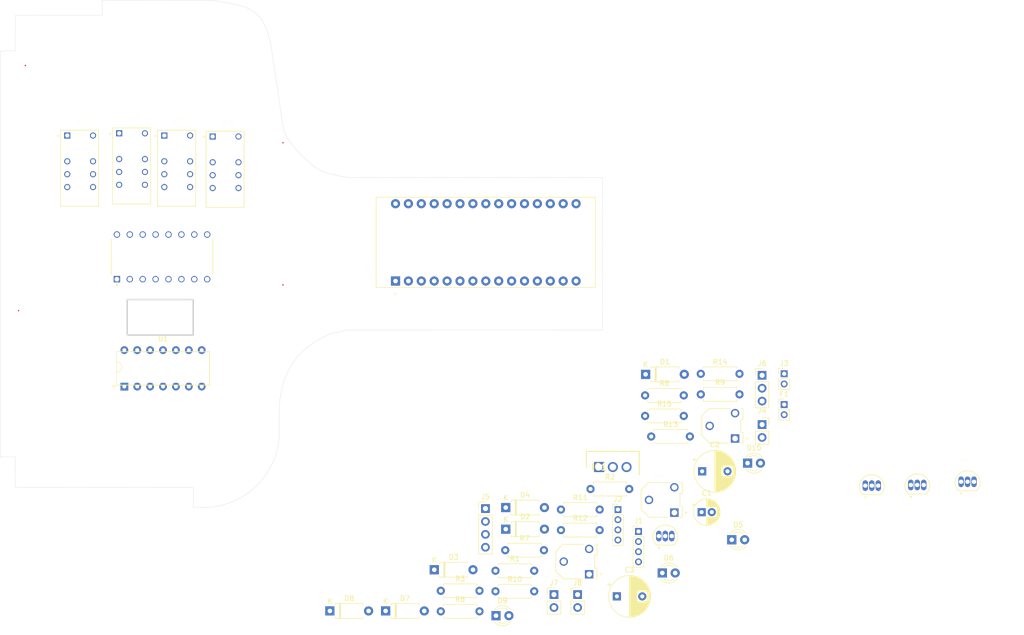
<source format=kicad_pcb>
(kicad_pcb (version 20171130) (host pcbnew "(5.1.5)-3")

  (general
    (thickness 1.6)
    (drawings 106)
    (tracks 0)
    (zones 0)
    (modules 54)
    (nets 39)
  )

  (page A4)
  (layers
    (0 F.Cu signal)
    (31 B.Cu signal)
    (32 B.Adhes user)
    (33 F.Adhes user)
    (34 B.Paste user)
    (35 F.Paste user)
    (36 B.SilkS user)
    (37 F.SilkS user)
    (38 B.Mask user)
    (39 F.Mask user)
    (40 Dwgs.User user)
    (41 Cmts.User user)
    (42 Eco1.User user)
    (43 Eco2.User user)
    (44 Edge.Cuts user)
    (45 Margin user)
    (46 B.CrtYd user)
    (47 F.CrtYd user)
    (48 B.Fab user)
    (49 F.Fab user)
  )

  (setup
    (last_trace_width 0.25)
    (trace_clearance 0.2)
    (zone_clearance 0.508)
    (zone_45_only no)
    (trace_min 0.2)
    (via_size 0.8)
    (via_drill 0.4)
    (via_min_size 0.4)
    (via_min_drill 0.3)
    (uvia_size 0.3)
    (uvia_drill 0.1)
    (uvias_allowed no)
    (uvia_min_size 0.2)
    (uvia_min_drill 0.1)
    (edge_width 0.05)
    (segment_width 0.2)
    (pcb_text_width 0.3)
    (pcb_text_size 1.5 1.5)
    (mod_edge_width 0.12)
    (mod_text_size 1 1)
    (mod_text_width 0.15)
    (pad_size 1.524 1.524)
    (pad_drill 0.762)
    (pad_to_mask_clearance 0.051)
    (solder_mask_min_width 0.25)
    (aux_axis_origin 0 0)
    (visible_elements 7FFFF7FF)
    (pcbplotparams
      (layerselection 0x010fc_ffffffff)
      (usegerberextensions false)
      (usegerberattributes false)
      (usegerberadvancedattributes false)
      (creategerberjobfile false)
      (excludeedgelayer true)
      (linewidth 0.100000)
      (plotframeref false)
      (viasonmask false)
      (mode 1)
      (useauxorigin false)
      (hpglpennumber 1)
      (hpglpenspeed 20)
      (hpglpendiameter 15.000000)
      (psnegative false)
      (psa4output false)
      (plotreference true)
      (plotvalue true)
      (plotinvisibletext false)
      (padsonsilk false)
      (subtractmaskfromsilk false)
      (outputformat 1)
      (mirror false)
      (drillshape 0)
      (scaleselection 1)
      (outputdirectory "gerber/"))
  )

  (net 0 "")
  (net 1 IN)
  (net 2 GND)
  (net 3 Adjust)
  (net 4 OUT)
  (net 5 5V+ard)
  (net 6 "Net-(D3-Pad2)")
  (net 7 "Net-(D4-Pad2)")
  (net 8 "Net-(D5-Pad2)")
  (net 9 OutputPIN4)
  (net 10 "Net-(D6-Pad2)")
  (net 11 OutputPIN1)
  (net 12 "Net-(D7-Pad2)")
  (net 13 "Net-(D8-Pad2)")
  (net 14 arOutputPIN3)
  (net 15 "Net-(D9-Pad2)")
  (net 16 arOutputPIN1)
  (net 17 "Net-(D10-Pad2)")
  (net 18 5V)
  (net 19 analog4+)
  (net 20 Input4-)
  (net 21 Input1-)
  (net 22 analog1+)
  (net 23 9V+)
  (net 24 L293D_Motor1a)
  (net 25 L293D_Motor1b)
  (net 26 L293D_Motor2a)
  (net 27 L293D_Motor2b)
  (net 28 Motor1a)
  (net 29 Motor2a)
  (net 30 "Net-(Q1-Pad2)")
  (net 31 "Net-(Q2-Pad2)")
  (net 32 "Net-(Q3-Pad2)")
  (net 33 "Net-(Q4-Pad2)")
  (net 34 Input4+)
  (net 35 Input1+)
  (net 36 "Net-(TB1-Pad28)")
  (net 37 arOutputPIN2)
  (net 38 arOutputPIN4)

  (net_class Default "This is the default net class."
    (clearance 0.2)
    (trace_width 0.25)
    (via_dia 0.8)
    (via_drill 0.4)
    (uvia_dia 0.3)
    (uvia_drill 0.1)
    (add_net 5V)
    (add_net 5V+ard)
    (add_net 9V+)
    (add_net Adjust)
    (add_net GND)
    (add_net IN)
    (add_net Input1+)
    (add_net Input1-)
    (add_net Input4+)
    (add_net Input4-)
    (add_net L293D_Motor1a)
    (add_net L293D_Motor1b)
    (add_net L293D_Motor2a)
    (add_net L293D_Motor2b)
    (add_net Motor1a)
    (add_net Motor2a)
    (add_net "Net-(D10-Pad2)")
    (add_net "Net-(D3-Pad2)")
    (add_net "Net-(D4-Pad2)")
    (add_net "Net-(D5-Pad2)")
    (add_net "Net-(D6-Pad2)")
    (add_net "Net-(D7-Pad2)")
    (add_net "Net-(D8-Pad2)")
    (add_net "Net-(D9-Pad2)")
    (add_net "Net-(Q1-Pad2)")
    (add_net "Net-(Q2-Pad2)")
    (add_net "Net-(Q3-Pad2)")
    (add_net "Net-(Q4-Pad2)")
    (add_net "Net-(TB1-Pad28)")
    (add_net OUT)
    (add_net OutputPIN1)
    (add_net OutputPIN4)
    (add_net analog1+)
    (add_net analog4+)
    (add_net arOutputPIN1)
    (add_net arOutputPIN2)
    (add_net arOutputPIN3)
    (add_net arOutputPIN4)
  )

  (module MountingHole:MountingHole_2.1mm (layer F.Cu) (tedit 5B924765) (tstamp 5E62A826)
    (at 69.1515 117.4115)
    (descr "Mounting Hole 2.1mm, no annular")
    (tags "mounting hole 2.1mm no annular")
    (attr virtual)
    (fp_text reference . (at 0 -3.2) (layer F.Cu)
      (effects (font (size 1 1) (thickness 0.15)))
    )
    (fp_text value . (at -0.0635 2.6035) (layer F.Fab)
      (effects (font (size 1 1) (thickness 0.15)))
    )
    (fp_circle (center 0 0) (end 2.35 0) (layer F.CrtYd) (width 0.05))
    (fp_circle (center 0 0) (end 2.1 0) (layer Cmts.User) (width 0.15))
    (fp_text user . (at 2.286 -1.7145) (layer F.Fab)
      (effects (font (size 1 1) (thickness 0.15)))
    )
    (pad "" np_thru_hole circle (at 0 0) (size 2.1 2.1) (drill 2.1) (layers *.Cu *.Mask))
  )

  (module MountingHole:MountingHole_2.1mm (layer F.Cu) (tedit 5B924765) (tstamp 5E62A843)
    (at 121.2215 112.3315)
    (descr "Mounting Hole 2.1mm, no annular")
    (tags "mounting hole 2.1mm no annular")
    (attr virtual)
    (fp_text reference . (at 0 -3.2) (layer F.Cu)
      (effects (font (size 1 1) (thickness 0.15)))
    )
    (fp_text value . (at 0 3.2) (layer F.Fab)
      (effects (font (size 1 1) (thickness 0.15)))
    )
    (fp_circle (center 0 0) (end 2.35 0) (layer F.CrtYd) (width 0.05))
    (fp_circle (center 0 0) (end 2.1 0) (layer Cmts.User) (width 0.15))
    (fp_text user %R (at -4.7625 -1.2065) (layer F.Fab)
      (effects (font (size 1 1) (thickness 0.15)))
    )
    (pad "" np_thru_hole circle (at 0 0) (size 2.1 2.1) (drill 2.1) (layers *.Cu *.Mask))
  )

  (module MountingHole:MountingHole_2.1mm (layer F.Cu) (tedit 5B924765) (tstamp 5E62A809)
    (at 121.2215 84.328)
    (descr "Mounting Hole 2.1mm, no annular")
    (tags "mounting hole 2.1mm no annular")
    (attr virtual)
    (fp_text reference . (at 0 -3.2) (layer F.Cu)
      (effects (font (size 1 1) (thickness 0.15)))
    )
    (fp_text value . (at 0 3.2) (layer F.Fab)
      (effects (font (size 1 1) (thickness 0.15)))
    )
    (fp_circle (center 0 0) (end 2.35 0) (layer F.CrtYd) (width 0.05))
    (fp_circle (center 0 0) (end 2.1 0) (layer Cmts.User) (width 0.15))
    (fp_text user %R (at -3.81 -2.6035) (layer F.Fab)
      (effects (font (size 1 1) (thickness 0.15)))
    )
    (pad "" np_thru_hole circle (at 0 0) (size 2.1 2.1) (drill 2.1) (layers *.Cu *.Mask))
  )

  (module MountingHole:MountingHole_2.1mm (layer F.Cu) (tedit 5B924765) (tstamp 5E62A7DB)
    (at 70.485 69.088)
    (descr "Mounting Hole 2.1mm, no annular")
    (tags "mounting hole 2.1mm no annular")
    (attr virtual)
    (fp_text reference . (at 0 -3.2) (layer F.Cu)
      (effects (font (size 1 1) (thickness 0.15)))
    )
    (fp_text value . (at -0.0635 2.6035) (layer F.Fab)
      (effects (font (size 1 1) (thickness 0.15)))
    )
    (fp_circle (center 0 0) (end 2.35 0) (layer F.CrtYd) (width 0.05))
    (fp_circle (center 0 0) (end 2.1 0) (layer Cmts.User) (width 0.15))
    (fp_text user %R (at 0.3 0) (layer F.Fab)
      (effects (font (size 1 1) (thickness 0.15)))
    )
    (pad "" np_thru_hole circle (at 0 0) (size 2.1 2.1) (drill 2.1) (layers *.Cu *.Mask))
  )

  (module Capacitor_THT:CP_Radial_D5.0mm_P2.00mm (layer F.Cu) (tedit 5AE50EF0) (tstamp 5E79AFD8)
    (at 203.660776 154.324501)
    (descr "CP, Radial series, Radial, pin pitch=2.00mm, , diameter=5mm, Electrolytic Capacitor")
    (tags "CP Radial series Radial pin pitch 2.00mm  diameter 5mm Electrolytic Capacitor")
    (path /5E792132)
    (fp_text reference C1 (at 1 -3.75) (layer F.SilkS)
      (effects (font (size 1 1) (thickness 0.15)))
    )
    (fp_text value 0.1UF-0402-16V-10% (at 1 3.75) (layer F.Fab)
      (effects (font (size 1 1) (thickness 0.15)))
    )
    (fp_circle (center 1 0) (end 3.5 0) (layer F.Fab) (width 0.1))
    (fp_circle (center 1 0) (end 3.62 0) (layer F.SilkS) (width 0.12))
    (fp_circle (center 1 0) (end 3.75 0) (layer F.CrtYd) (width 0.05))
    (fp_line (start -1.133605 -1.0875) (end -0.633605 -1.0875) (layer F.Fab) (width 0.1))
    (fp_line (start -0.883605 -1.3375) (end -0.883605 -0.8375) (layer F.Fab) (width 0.1))
    (fp_line (start 1 1.04) (end 1 2.58) (layer F.SilkS) (width 0.12))
    (fp_line (start 1 -2.58) (end 1 -1.04) (layer F.SilkS) (width 0.12))
    (fp_line (start 1.04 1.04) (end 1.04 2.58) (layer F.SilkS) (width 0.12))
    (fp_line (start 1.04 -2.58) (end 1.04 -1.04) (layer F.SilkS) (width 0.12))
    (fp_line (start 1.08 -2.579) (end 1.08 -1.04) (layer F.SilkS) (width 0.12))
    (fp_line (start 1.08 1.04) (end 1.08 2.579) (layer F.SilkS) (width 0.12))
    (fp_line (start 1.12 -2.578) (end 1.12 -1.04) (layer F.SilkS) (width 0.12))
    (fp_line (start 1.12 1.04) (end 1.12 2.578) (layer F.SilkS) (width 0.12))
    (fp_line (start 1.16 -2.576) (end 1.16 -1.04) (layer F.SilkS) (width 0.12))
    (fp_line (start 1.16 1.04) (end 1.16 2.576) (layer F.SilkS) (width 0.12))
    (fp_line (start 1.2 -2.573) (end 1.2 -1.04) (layer F.SilkS) (width 0.12))
    (fp_line (start 1.2 1.04) (end 1.2 2.573) (layer F.SilkS) (width 0.12))
    (fp_line (start 1.24 -2.569) (end 1.24 -1.04) (layer F.SilkS) (width 0.12))
    (fp_line (start 1.24 1.04) (end 1.24 2.569) (layer F.SilkS) (width 0.12))
    (fp_line (start 1.28 -2.565) (end 1.28 -1.04) (layer F.SilkS) (width 0.12))
    (fp_line (start 1.28 1.04) (end 1.28 2.565) (layer F.SilkS) (width 0.12))
    (fp_line (start 1.32 -2.561) (end 1.32 -1.04) (layer F.SilkS) (width 0.12))
    (fp_line (start 1.32 1.04) (end 1.32 2.561) (layer F.SilkS) (width 0.12))
    (fp_line (start 1.36 -2.556) (end 1.36 -1.04) (layer F.SilkS) (width 0.12))
    (fp_line (start 1.36 1.04) (end 1.36 2.556) (layer F.SilkS) (width 0.12))
    (fp_line (start 1.4 -2.55) (end 1.4 -1.04) (layer F.SilkS) (width 0.12))
    (fp_line (start 1.4 1.04) (end 1.4 2.55) (layer F.SilkS) (width 0.12))
    (fp_line (start 1.44 -2.543) (end 1.44 -1.04) (layer F.SilkS) (width 0.12))
    (fp_line (start 1.44 1.04) (end 1.44 2.543) (layer F.SilkS) (width 0.12))
    (fp_line (start 1.48 -2.536) (end 1.48 -1.04) (layer F.SilkS) (width 0.12))
    (fp_line (start 1.48 1.04) (end 1.48 2.536) (layer F.SilkS) (width 0.12))
    (fp_line (start 1.52 -2.528) (end 1.52 -1.04) (layer F.SilkS) (width 0.12))
    (fp_line (start 1.52 1.04) (end 1.52 2.528) (layer F.SilkS) (width 0.12))
    (fp_line (start 1.56 -2.52) (end 1.56 -1.04) (layer F.SilkS) (width 0.12))
    (fp_line (start 1.56 1.04) (end 1.56 2.52) (layer F.SilkS) (width 0.12))
    (fp_line (start 1.6 -2.511) (end 1.6 -1.04) (layer F.SilkS) (width 0.12))
    (fp_line (start 1.6 1.04) (end 1.6 2.511) (layer F.SilkS) (width 0.12))
    (fp_line (start 1.64 -2.501) (end 1.64 -1.04) (layer F.SilkS) (width 0.12))
    (fp_line (start 1.64 1.04) (end 1.64 2.501) (layer F.SilkS) (width 0.12))
    (fp_line (start 1.68 -2.491) (end 1.68 -1.04) (layer F.SilkS) (width 0.12))
    (fp_line (start 1.68 1.04) (end 1.68 2.491) (layer F.SilkS) (width 0.12))
    (fp_line (start 1.721 -2.48) (end 1.721 -1.04) (layer F.SilkS) (width 0.12))
    (fp_line (start 1.721 1.04) (end 1.721 2.48) (layer F.SilkS) (width 0.12))
    (fp_line (start 1.761 -2.468) (end 1.761 -1.04) (layer F.SilkS) (width 0.12))
    (fp_line (start 1.761 1.04) (end 1.761 2.468) (layer F.SilkS) (width 0.12))
    (fp_line (start 1.801 -2.455) (end 1.801 -1.04) (layer F.SilkS) (width 0.12))
    (fp_line (start 1.801 1.04) (end 1.801 2.455) (layer F.SilkS) (width 0.12))
    (fp_line (start 1.841 -2.442) (end 1.841 -1.04) (layer F.SilkS) (width 0.12))
    (fp_line (start 1.841 1.04) (end 1.841 2.442) (layer F.SilkS) (width 0.12))
    (fp_line (start 1.881 -2.428) (end 1.881 -1.04) (layer F.SilkS) (width 0.12))
    (fp_line (start 1.881 1.04) (end 1.881 2.428) (layer F.SilkS) (width 0.12))
    (fp_line (start 1.921 -2.414) (end 1.921 -1.04) (layer F.SilkS) (width 0.12))
    (fp_line (start 1.921 1.04) (end 1.921 2.414) (layer F.SilkS) (width 0.12))
    (fp_line (start 1.961 -2.398) (end 1.961 -1.04) (layer F.SilkS) (width 0.12))
    (fp_line (start 1.961 1.04) (end 1.961 2.398) (layer F.SilkS) (width 0.12))
    (fp_line (start 2.001 -2.382) (end 2.001 -1.04) (layer F.SilkS) (width 0.12))
    (fp_line (start 2.001 1.04) (end 2.001 2.382) (layer F.SilkS) (width 0.12))
    (fp_line (start 2.041 -2.365) (end 2.041 -1.04) (layer F.SilkS) (width 0.12))
    (fp_line (start 2.041 1.04) (end 2.041 2.365) (layer F.SilkS) (width 0.12))
    (fp_line (start 2.081 -2.348) (end 2.081 -1.04) (layer F.SilkS) (width 0.12))
    (fp_line (start 2.081 1.04) (end 2.081 2.348) (layer F.SilkS) (width 0.12))
    (fp_line (start 2.121 -2.329) (end 2.121 -1.04) (layer F.SilkS) (width 0.12))
    (fp_line (start 2.121 1.04) (end 2.121 2.329) (layer F.SilkS) (width 0.12))
    (fp_line (start 2.161 -2.31) (end 2.161 -1.04) (layer F.SilkS) (width 0.12))
    (fp_line (start 2.161 1.04) (end 2.161 2.31) (layer F.SilkS) (width 0.12))
    (fp_line (start 2.201 -2.29) (end 2.201 -1.04) (layer F.SilkS) (width 0.12))
    (fp_line (start 2.201 1.04) (end 2.201 2.29) (layer F.SilkS) (width 0.12))
    (fp_line (start 2.241 -2.268) (end 2.241 -1.04) (layer F.SilkS) (width 0.12))
    (fp_line (start 2.241 1.04) (end 2.241 2.268) (layer F.SilkS) (width 0.12))
    (fp_line (start 2.281 -2.247) (end 2.281 -1.04) (layer F.SilkS) (width 0.12))
    (fp_line (start 2.281 1.04) (end 2.281 2.247) (layer F.SilkS) (width 0.12))
    (fp_line (start 2.321 -2.224) (end 2.321 -1.04) (layer F.SilkS) (width 0.12))
    (fp_line (start 2.321 1.04) (end 2.321 2.224) (layer F.SilkS) (width 0.12))
    (fp_line (start 2.361 -2.2) (end 2.361 -1.04) (layer F.SilkS) (width 0.12))
    (fp_line (start 2.361 1.04) (end 2.361 2.2) (layer F.SilkS) (width 0.12))
    (fp_line (start 2.401 -2.175) (end 2.401 -1.04) (layer F.SilkS) (width 0.12))
    (fp_line (start 2.401 1.04) (end 2.401 2.175) (layer F.SilkS) (width 0.12))
    (fp_line (start 2.441 -2.149) (end 2.441 -1.04) (layer F.SilkS) (width 0.12))
    (fp_line (start 2.441 1.04) (end 2.441 2.149) (layer F.SilkS) (width 0.12))
    (fp_line (start 2.481 -2.122) (end 2.481 -1.04) (layer F.SilkS) (width 0.12))
    (fp_line (start 2.481 1.04) (end 2.481 2.122) (layer F.SilkS) (width 0.12))
    (fp_line (start 2.521 -2.095) (end 2.521 -1.04) (layer F.SilkS) (width 0.12))
    (fp_line (start 2.521 1.04) (end 2.521 2.095) (layer F.SilkS) (width 0.12))
    (fp_line (start 2.561 -2.065) (end 2.561 -1.04) (layer F.SilkS) (width 0.12))
    (fp_line (start 2.561 1.04) (end 2.561 2.065) (layer F.SilkS) (width 0.12))
    (fp_line (start 2.601 -2.035) (end 2.601 -1.04) (layer F.SilkS) (width 0.12))
    (fp_line (start 2.601 1.04) (end 2.601 2.035) (layer F.SilkS) (width 0.12))
    (fp_line (start 2.641 -2.004) (end 2.641 -1.04) (layer F.SilkS) (width 0.12))
    (fp_line (start 2.641 1.04) (end 2.641 2.004) (layer F.SilkS) (width 0.12))
    (fp_line (start 2.681 -1.971) (end 2.681 -1.04) (layer F.SilkS) (width 0.12))
    (fp_line (start 2.681 1.04) (end 2.681 1.971) (layer F.SilkS) (width 0.12))
    (fp_line (start 2.721 -1.937) (end 2.721 -1.04) (layer F.SilkS) (width 0.12))
    (fp_line (start 2.721 1.04) (end 2.721 1.937) (layer F.SilkS) (width 0.12))
    (fp_line (start 2.761 -1.901) (end 2.761 -1.04) (layer F.SilkS) (width 0.12))
    (fp_line (start 2.761 1.04) (end 2.761 1.901) (layer F.SilkS) (width 0.12))
    (fp_line (start 2.801 -1.864) (end 2.801 -1.04) (layer F.SilkS) (width 0.12))
    (fp_line (start 2.801 1.04) (end 2.801 1.864) (layer F.SilkS) (width 0.12))
    (fp_line (start 2.841 -1.826) (end 2.841 -1.04) (layer F.SilkS) (width 0.12))
    (fp_line (start 2.841 1.04) (end 2.841 1.826) (layer F.SilkS) (width 0.12))
    (fp_line (start 2.881 -1.785) (end 2.881 -1.04) (layer F.SilkS) (width 0.12))
    (fp_line (start 2.881 1.04) (end 2.881 1.785) (layer F.SilkS) (width 0.12))
    (fp_line (start 2.921 -1.743) (end 2.921 -1.04) (layer F.SilkS) (width 0.12))
    (fp_line (start 2.921 1.04) (end 2.921 1.743) (layer F.SilkS) (width 0.12))
    (fp_line (start 2.961 -1.699) (end 2.961 -1.04) (layer F.SilkS) (width 0.12))
    (fp_line (start 2.961 1.04) (end 2.961 1.699) (layer F.SilkS) (width 0.12))
    (fp_line (start 3.001 -1.653) (end 3.001 -1.04) (layer F.SilkS) (width 0.12))
    (fp_line (start 3.001 1.04) (end 3.001 1.653) (layer F.SilkS) (width 0.12))
    (fp_line (start 3.041 -1.605) (end 3.041 1.605) (layer F.SilkS) (width 0.12))
    (fp_line (start 3.081 -1.554) (end 3.081 1.554) (layer F.SilkS) (width 0.12))
    (fp_line (start 3.121 -1.5) (end 3.121 1.5) (layer F.SilkS) (width 0.12))
    (fp_line (start 3.161 -1.443) (end 3.161 1.443) (layer F.SilkS) (width 0.12))
    (fp_line (start 3.201 -1.383) (end 3.201 1.383) (layer F.SilkS) (width 0.12))
    (fp_line (start 3.241 -1.319) (end 3.241 1.319) (layer F.SilkS) (width 0.12))
    (fp_line (start 3.281 -1.251) (end 3.281 1.251) (layer F.SilkS) (width 0.12))
    (fp_line (start 3.321 -1.178) (end 3.321 1.178) (layer F.SilkS) (width 0.12))
    (fp_line (start 3.361 -1.098) (end 3.361 1.098) (layer F.SilkS) (width 0.12))
    (fp_line (start 3.401 -1.011) (end 3.401 1.011) (layer F.SilkS) (width 0.12))
    (fp_line (start 3.441 -0.915) (end 3.441 0.915) (layer F.SilkS) (width 0.12))
    (fp_line (start 3.481 -0.805) (end 3.481 0.805) (layer F.SilkS) (width 0.12))
    (fp_line (start 3.521 -0.677) (end 3.521 0.677) (layer F.SilkS) (width 0.12))
    (fp_line (start 3.561 -0.518) (end 3.561 0.518) (layer F.SilkS) (width 0.12))
    (fp_line (start 3.601 -0.284) (end 3.601 0.284) (layer F.SilkS) (width 0.12))
    (fp_line (start -1.804775 -1.475) (end -1.304775 -1.475) (layer F.SilkS) (width 0.12))
    (fp_line (start -1.554775 -1.725) (end -1.554775 -1.225) (layer F.SilkS) (width 0.12))
    (fp_text user %R (at 1 0) (layer F.Fab)
      (effects (font (size 1 1) (thickness 0.15)))
    )
    (pad 1 thru_hole rect (at 0 0) (size 1.6 1.6) (drill 0.8) (layers *.Cu *.Mask)
      (net 1 IN))
    (pad 2 thru_hole circle (at 2 0) (size 1.6 1.6) (drill 0.8) (layers *.Cu *.Mask)
      (net 2 GND))
    (model ${KISYS3DMOD}/Capacitor_THT.3dshapes/CP_Radial_D5.0mm_P2.00mm.wrl
      (at (xyz 0 0 0))
      (scale (xyz 1 1 1))
      (rotate (xyz 0 0 0))
    )
  )

  (module Capacitor_THT:CP_Radial_D8.0mm_P5.00mm (layer F.Cu) (tedit 5AE50EF0) (tstamp 5E79B081)
    (at 203.765699 146.274501)
    (descr "CP, Radial series, Radial, pin pitch=5.00mm, , diameter=8mm, Electrolytic Capacitor")
    (tags "CP Radial series Radial pin pitch 5.00mm  diameter 8mm Electrolytic Capacitor")
    (path /5E794628)
    (fp_text reference C2 (at 2.5 -5.25) (layer F.SilkS)
      (effects (font (size 1 1) (thickness 0.15)))
    )
    (fp_text value 10UF-0805-10V-10% (at 2.5 5.25) (layer F.Fab)
      (effects (font (size 1 1) (thickness 0.15)))
    )
    (fp_circle (center 2.5 0) (end 6.5 0) (layer F.Fab) (width 0.1))
    (fp_circle (center 2.5 0) (end 6.62 0) (layer F.SilkS) (width 0.12))
    (fp_circle (center 2.5 0) (end 6.75 0) (layer F.CrtYd) (width 0.05))
    (fp_line (start -0.926759 -1.7475) (end -0.126759 -1.7475) (layer F.Fab) (width 0.1))
    (fp_line (start -0.526759 -2.1475) (end -0.526759 -1.3475) (layer F.Fab) (width 0.1))
    (fp_line (start 2.5 -4.08) (end 2.5 4.08) (layer F.SilkS) (width 0.12))
    (fp_line (start 2.54 -4.08) (end 2.54 4.08) (layer F.SilkS) (width 0.12))
    (fp_line (start 2.58 -4.08) (end 2.58 4.08) (layer F.SilkS) (width 0.12))
    (fp_line (start 2.62 -4.079) (end 2.62 4.079) (layer F.SilkS) (width 0.12))
    (fp_line (start 2.66 -4.077) (end 2.66 4.077) (layer F.SilkS) (width 0.12))
    (fp_line (start 2.7 -4.076) (end 2.7 4.076) (layer F.SilkS) (width 0.12))
    (fp_line (start 2.74 -4.074) (end 2.74 4.074) (layer F.SilkS) (width 0.12))
    (fp_line (start 2.78 -4.071) (end 2.78 4.071) (layer F.SilkS) (width 0.12))
    (fp_line (start 2.82 -4.068) (end 2.82 4.068) (layer F.SilkS) (width 0.12))
    (fp_line (start 2.86 -4.065) (end 2.86 4.065) (layer F.SilkS) (width 0.12))
    (fp_line (start 2.9 -4.061) (end 2.9 4.061) (layer F.SilkS) (width 0.12))
    (fp_line (start 2.94 -4.057) (end 2.94 4.057) (layer F.SilkS) (width 0.12))
    (fp_line (start 2.98 -4.052) (end 2.98 4.052) (layer F.SilkS) (width 0.12))
    (fp_line (start 3.02 -4.048) (end 3.02 4.048) (layer F.SilkS) (width 0.12))
    (fp_line (start 3.06 -4.042) (end 3.06 4.042) (layer F.SilkS) (width 0.12))
    (fp_line (start 3.1 -4.037) (end 3.1 4.037) (layer F.SilkS) (width 0.12))
    (fp_line (start 3.14 -4.03) (end 3.14 4.03) (layer F.SilkS) (width 0.12))
    (fp_line (start 3.18 -4.024) (end 3.18 4.024) (layer F.SilkS) (width 0.12))
    (fp_line (start 3.221 -4.017) (end 3.221 4.017) (layer F.SilkS) (width 0.12))
    (fp_line (start 3.261 -4.01) (end 3.261 4.01) (layer F.SilkS) (width 0.12))
    (fp_line (start 3.301 -4.002) (end 3.301 4.002) (layer F.SilkS) (width 0.12))
    (fp_line (start 3.341 -3.994) (end 3.341 3.994) (layer F.SilkS) (width 0.12))
    (fp_line (start 3.381 -3.985) (end 3.381 3.985) (layer F.SilkS) (width 0.12))
    (fp_line (start 3.421 -3.976) (end 3.421 3.976) (layer F.SilkS) (width 0.12))
    (fp_line (start 3.461 -3.967) (end 3.461 3.967) (layer F.SilkS) (width 0.12))
    (fp_line (start 3.501 -3.957) (end 3.501 3.957) (layer F.SilkS) (width 0.12))
    (fp_line (start 3.541 -3.947) (end 3.541 3.947) (layer F.SilkS) (width 0.12))
    (fp_line (start 3.581 -3.936) (end 3.581 3.936) (layer F.SilkS) (width 0.12))
    (fp_line (start 3.621 -3.925) (end 3.621 3.925) (layer F.SilkS) (width 0.12))
    (fp_line (start 3.661 -3.914) (end 3.661 3.914) (layer F.SilkS) (width 0.12))
    (fp_line (start 3.701 -3.902) (end 3.701 3.902) (layer F.SilkS) (width 0.12))
    (fp_line (start 3.741 -3.889) (end 3.741 3.889) (layer F.SilkS) (width 0.12))
    (fp_line (start 3.781 -3.877) (end 3.781 3.877) (layer F.SilkS) (width 0.12))
    (fp_line (start 3.821 -3.863) (end 3.821 3.863) (layer F.SilkS) (width 0.12))
    (fp_line (start 3.861 -3.85) (end 3.861 3.85) (layer F.SilkS) (width 0.12))
    (fp_line (start 3.901 -3.835) (end 3.901 3.835) (layer F.SilkS) (width 0.12))
    (fp_line (start 3.941 -3.821) (end 3.941 3.821) (layer F.SilkS) (width 0.12))
    (fp_line (start 3.981 -3.805) (end 3.981 -1.04) (layer F.SilkS) (width 0.12))
    (fp_line (start 3.981 1.04) (end 3.981 3.805) (layer F.SilkS) (width 0.12))
    (fp_line (start 4.021 -3.79) (end 4.021 -1.04) (layer F.SilkS) (width 0.12))
    (fp_line (start 4.021 1.04) (end 4.021 3.79) (layer F.SilkS) (width 0.12))
    (fp_line (start 4.061 -3.774) (end 4.061 -1.04) (layer F.SilkS) (width 0.12))
    (fp_line (start 4.061 1.04) (end 4.061 3.774) (layer F.SilkS) (width 0.12))
    (fp_line (start 4.101 -3.757) (end 4.101 -1.04) (layer F.SilkS) (width 0.12))
    (fp_line (start 4.101 1.04) (end 4.101 3.757) (layer F.SilkS) (width 0.12))
    (fp_line (start 4.141 -3.74) (end 4.141 -1.04) (layer F.SilkS) (width 0.12))
    (fp_line (start 4.141 1.04) (end 4.141 3.74) (layer F.SilkS) (width 0.12))
    (fp_line (start 4.181 -3.722) (end 4.181 -1.04) (layer F.SilkS) (width 0.12))
    (fp_line (start 4.181 1.04) (end 4.181 3.722) (layer F.SilkS) (width 0.12))
    (fp_line (start 4.221 -3.704) (end 4.221 -1.04) (layer F.SilkS) (width 0.12))
    (fp_line (start 4.221 1.04) (end 4.221 3.704) (layer F.SilkS) (width 0.12))
    (fp_line (start 4.261 -3.686) (end 4.261 -1.04) (layer F.SilkS) (width 0.12))
    (fp_line (start 4.261 1.04) (end 4.261 3.686) (layer F.SilkS) (width 0.12))
    (fp_line (start 4.301 -3.666) (end 4.301 -1.04) (layer F.SilkS) (width 0.12))
    (fp_line (start 4.301 1.04) (end 4.301 3.666) (layer F.SilkS) (width 0.12))
    (fp_line (start 4.341 -3.647) (end 4.341 -1.04) (layer F.SilkS) (width 0.12))
    (fp_line (start 4.341 1.04) (end 4.341 3.647) (layer F.SilkS) (width 0.12))
    (fp_line (start 4.381 -3.627) (end 4.381 -1.04) (layer F.SilkS) (width 0.12))
    (fp_line (start 4.381 1.04) (end 4.381 3.627) (layer F.SilkS) (width 0.12))
    (fp_line (start 4.421 -3.606) (end 4.421 -1.04) (layer F.SilkS) (width 0.12))
    (fp_line (start 4.421 1.04) (end 4.421 3.606) (layer F.SilkS) (width 0.12))
    (fp_line (start 4.461 -3.584) (end 4.461 -1.04) (layer F.SilkS) (width 0.12))
    (fp_line (start 4.461 1.04) (end 4.461 3.584) (layer F.SilkS) (width 0.12))
    (fp_line (start 4.501 -3.562) (end 4.501 -1.04) (layer F.SilkS) (width 0.12))
    (fp_line (start 4.501 1.04) (end 4.501 3.562) (layer F.SilkS) (width 0.12))
    (fp_line (start 4.541 -3.54) (end 4.541 -1.04) (layer F.SilkS) (width 0.12))
    (fp_line (start 4.541 1.04) (end 4.541 3.54) (layer F.SilkS) (width 0.12))
    (fp_line (start 4.581 -3.517) (end 4.581 -1.04) (layer F.SilkS) (width 0.12))
    (fp_line (start 4.581 1.04) (end 4.581 3.517) (layer F.SilkS) (width 0.12))
    (fp_line (start 4.621 -3.493) (end 4.621 -1.04) (layer F.SilkS) (width 0.12))
    (fp_line (start 4.621 1.04) (end 4.621 3.493) (layer F.SilkS) (width 0.12))
    (fp_line (start 4.661 -3.469) (end 4.661 -1.04) (layer F.SilkS) (width 0.12))
    (fp_line (start 4.661 1.04) (end 4.661 3.469) (layer F.SilkS) (width 0.12))
    (fp_line (start 4.701 -3.444) (end 4.701 -1.04) (layer F.SilkS) (width 0.12))
    (fp_line (start 4.701 1.04) (end 4.701 3.444) (layer F.SilkS) (width 0.12))
    (fp_line (start 4.741 -3.418) (end 4.741 -1.04) (layer F.SilkS) (width 0.12))
    (fp_line (start 4.741 1.04) (end 4.741 3.418) (layer F.SilkS) (width 0.12))
    (fp_line (start 4.781 -3.392) (end 4.781 -1.04) (layer F.SilkS) (width 0.12))
    (fp_line (start 4.781 1.04) (end 4.781 3.392) (layer F.SilkS) (width 0.12))
    (fp_line (start 4.821 -3.365) (end 4.821 -1.04) (layer F.SilkS) (width 0.12))
    (fp_line (start 4.821 1.04) (end 4.821 3.365) (layer F.SilkS) (width 0.12))
    (fp_line (start 4.861 -3.338) (end 4.861 -1.04) (layer F.SilkS) (width 0.12))
    (fp_line (start 4.861 1.04) (end 4.861 3.338) (layer F.SilkS) (width 0.12))
    (fp_line (start 4.901 -3.309) (end 4.901 -1.04) (layer F.SilkS) (width 0.12))
    (fp_line (start 4.901 1.04) (end 4.901 3.309) (layer F.SilkS) (width 0.12))
    (fp_line (start 4.941 -3.28) (end 4.941 -1.04) (layer F.SilkS) (width 0.12))
    (fp_line (start 4.941 1.04) (end 4.941 3.28) (layer F.SilkS) (width 0.12))
    (fp_line (start 4.981 -3.25) (end 4.981 -1.04) (layer F.SilkS) (width 0.12))
    (fp_line (start 4.981 1.04) (end 4.981 3.25) (layer F.SilkS) (width 0.12))
    (fp_line (start 5.021 -3.22) (end 5.021 -1.04) (layer F.SilkS) (width 0.12))
    (fp_line (start 5.021 1.04) (end 5.021 3.22) (layer F.SilkS) (width 0.12))
    (fp_line (start 5.061 -3.189) (end 5.061 -1.04) (layer F.SilkS) (width 0.12))
    (fp_line (start 5.061 1.04) (end 5.061 3.189) (layer F.SilkS) (width 0.12))
    (fp_line (start 5.101 -3.156) (end 5.101 -1.04) (layer F.SilkS) (width 0.12))
    (fp_line (start 5.101 1.04) (end 5.101 3.156) (layer F.SilkS) (width 0.12))
    (fp_line (start 5.141 -3.124) (end 5.141 -1.04) (layer F.SilkS) (width 0.12))
    (fp_line (start 5.141 1.04) (end 5.141 3.124) (layer F.SilkS) (width 0.12))
    (fp_line (start 5.181 -3.09) (end 5.181 -1.04) (layer F.SilkS) (width 0.12))
    (fp_line (start 5.181 1.04) (end 5.181 3.09) (layer F.SilkS) (width 0.12))
    (fp_line (start 5.221 -3.055) (end 5.221 -1.04) (layer F.SilkS) (width 0.12))
    (fp_line (start 5.221 1.04) (end 5.221 3.055) (layer F.SilkS) (width 0.12))
    (fp_line (start 5.261 -3.019) (end 5.261 -1.04) (layer F.SilkS) (width 0.12))
    (fp_line (start 5.261 1.04) (end 5.261 3.019) (layer F.SilkS) (width 0.12))
    (fp_line (start 5.301 -2.983) (end 5.301 -1.04) (layer F.SilkS) (width 0.12))
    (fp_line (start 5.301 1.04) (end 5.301 2.983) (layer F.SilkS) (width 0.12))
    (fp_line (start 5.341 -2.945) (end 5.341 -1.04) (layer F.SilkS) (width 0.12))
    (fp_line (start 5.341 1.04) (end 5.341 2.945) (layer F.SilkS) (width 0.12))
    (fp_line (start 5.381 -2.907) (end 5.381 -1.04) (layer F.SilkS) (width 0.12))
    (fp_line (start 5.381 1.04) (end 5.381 2.907) (layer F.SilkS) (width 0.12))
    (fp_line (start 5.421 -2.867) (end 5.421 -1.04) (layer F.SilkS) (width 0.12))
    (fp_line (start 5.421 1.04) (end 5.421 2.867) (layer F.SilkS) (width 0.12))
    (fp_line (start 5.461 -2.826) (end 5.461 -1.04) (layer F.SilkS) (width 0.12))
    (fp_line (start 5.461 1.04) (end 5.461 2.826) (layer F.SilkS) (width 0.12))
    (fp_line (start 5.501 -2.784) (end 5.501 -1.04) (layer F.SilkS) (width 0.12))
    (fp_line (start 5.501 1.04) (end 5.501 2.784) (layer F.SilkS) (width 0.12))
    (fp_line (start 5.541 -2.741) (end 5.541 -1.04) (layer F.SilkS) (width 0.12))
    (fp_line (start 5.541 1.04) (end 5.541 2.741) (layer F.SilkS) (width 0.12))
    (fp_line (start 5.581 -2.697) (end 5.581 -1.04) (layer F.SilkS) (width 0.12))
    (fp_line (start 5.581 1.04) (end 5.581 2.697) (layer F.SilkS) (width 0.12))
    (fp_line (start 5.621 -2.651) (end 5.621 -1.04) (layer F.SilkS) (width 0.12))
    (fp_line (start 5.621 1.04) (end 5.621 2.651) (layer F.SilkS) (width 0.12))
    (fp_line (start 5.661 -2.604) (end 5.661 -1.04) (layer F.SilkS) (width 0.12))
    (fp_line (start 5.661 1.04) (end 5.661 2.604) (layer F.SilkS) (width 0.12))
    (fp_line (start 5.701 -2.556) (end 5.701 -1.04) (layer F.SilkS) (width 0.12))
    (fp_line (start 5.701 1.04) (end 5.701 2.556) (layer F.SilkS) (width 0.12))
    (fp_line (start 5.741 -2.505) (end 5.741 -1.04) (layer F.SilkS) (width 0.12))
    (fp_line (start 5.741 1.04) (end 5.741 2.505) (layer F.SilkS) (width 0.12))
    (fp_line (start 5.781 -2.454) (end 5.781 -1.04) (layer F.SilkS) (width 0.12))
    (fp_line (start 5.781 1.04) (end 5.781 2.454) (layer F.SilkS) (width 0.12))
    (fp_line (start 5.821 -2.4) (end 5.821 -1.04) (layer F.SilkS) (width 0.12))
    (fp_line (start 5.821 1.04) (end 5.821 2.4) (layer F.SilkS) (width 0.12))
    (fp_line (start 5.861 -2.345) (end 5.861 -1.04) (layer F.SilkS) (width 0.12))
    (fp_line (start 5.861 1.04) (end 5.861 2.345) (layer F.SilkS) (width 0.12))
    (fp_line (start 5.901 -2.287) (end 5.901 -1.04) (layer F.SilkS) (width 0.12))
    (fp_line (start 5.901 1.04) (end 5.901 2.287) (layer F.SilkS) (width 0.12))
    (fp_line (start 5.941 -2.228) (end 5.941 -1.04) (layer F.SilkS) (width 0.12))
    (fp_line (start 5.941 1.04) (end 5.941 2.228) (layer F.SilkS) (width 0.12))
    (fp_line (start 5.981 -2.166) (end 5.981 -1.04) (layer F.SilkS) (width 0.12))
    (fp_line (start 5.981 1.04) (end 5.981 2.166) (layer F.SilkS) (width 0.12))
    (fp_line (start 6.021 -2.102) (end 6.021 -1.04) (layer F.SilkS) (width 0.12))
    (fp_line (start 6.021 1.04) (end 6.021 2.102) (layer F.SilkS) (width 0.12))
    (fp_line (start 6.061 -2.034) (end 6.061 2.034) (layer F.SilkS) (width 0.12))
    (fp_line (start 6.101 -1.964) (end 6.101 1.964) (layer F.SilkS) (width 0.12))
    (fp_line (start 6.141 -1.89) (end 6.141 1.89) (layer F.SilkS) (width 0.12))
    (fp_line (start 6.181 -1.813) (end 6.181 1.813) (layer F.SilkS) (width 0.12))
    (fp_line (start 6.221 -1.731) (end 6.221 1.731) (layer F.SilkS) (width 0.12))
    (fp_line (start 6.261 -1.645) (end 6.261 1.645) (layer F.SilkS) (width 0.12))
    (fp_line (start 6.301 -1.552) (end 6.301 1.552) (layer F.SilkS) (width 0.12))
    (fp_line (start 6.341 -1.453) (end 6.341 1.453) (layer F.SilkS) (width 0.12))
    (fp_line (start 6.381 -1.346) (end 6.381 1.346) (layer F.SilkS) (width 0.12))
    (fp_line (start 6.421 -1.229) (end 6.421 1.229) (layer F.SilkS) (width 0.12))
    (fp_line (start 6.461 -1.098) (end 6.461 1.098) (layer F.SilkS) (width 0.12))
    (fp_line (start 6.501 -0.948) (end 6.501 0.948) (layer F.SilkS) (width 0.12))
    (fp_line (start 6.541 -0.768) (end 6.541 0.768) (layer F.SilkS) (width 0.12))
    (fp_line (start 6.581 -0.533) (end 6.581 0.533) (layer F.SilkS) (width 0.12))
    (fp_line (start -1.909698 -2.315) (end -1.109698 -2.315) (layer F.SilkS) (width 0.12))
    (fp_line (start -1.509698 -2.715) (end -1.509698 -1.915) (layer F.SilkS) (width 0.12))
    (fp_text user %R (at 2.5 0) (layer F.Fab)
      (effects (font (size 1 1) (thickness 0.15)))
    )
    (pad 1 thru_hole rect (at 0 0) (size 1.6 1.6) (drill 0.8) (layers *.Cu *.Mask)
      (net 3 Adjust))
    (pad 2 thru_hole circle (at 5 0) (size 1.6 1.6) (drill 0.8) (layers *.Cu *.Mask)
      (net 2 GND))
    (model ${KISYS3DMOD}/Capacitor_THT.3dshapes/CP_Radial_D8.0mm_P5.00mm.wrl
      (at (xyz 0 0 0))
      (scale (xyz 1 1 1))
      (rotate (xyz 0 0 0))
    )
  )

  (module Capacitor_THT:CP_Radial_D8.0mm_P5.00mm (layer F.Cu) (tedit 5AE50EF0) (tstamp 5E79B12A)
    (at 186.975699 170.924501)
    (descr "CP, Radial series, Radial, pin pitch=5.00mm, , diameter=8mm, Electrolytic Capacitor")
    (tags "CP Radial series Radial pin pitch 5.00mm  diameter 8mm Electrolytic Capacitor")
    (path /5E793491)
    (fp_text reference C3 (at 2.5 -5.25) (layer F.SilkS)
      (effects (font (size 1 1) (thickness 0.15)))
    )
    (fp_text value 1.0UF-0402-16V-10% (at 2.5 5.25) (layer F.Fab)
      (effects (font (size 1 1) (thickness 0.15)))
    )
    (fp_text user %R (at 2.5 0) (layer F.Fab)
      (effects (font (size 1 1) (thickness 0.15)))
    )
    (fp_line (start -1.509698 -2.715) (end -1.509698 -1.915) (layer F.SilkS) (width 0.12))
    (fp_line (start -1.909698 -2.315) (end -1.109698 -2.315) (layer F.SilkS) (width 0.12))
    (fp_line (start 6.581 -0.533) (end 6.581 0.533) (layer F.SilkS) (width 0.12))
    (fp_line (start 6.541 -0.768) (end 6.541 0.768) (layer F.SilkS) (width 0.12))
    (fp_line (start 6.501 -0.948) (end 6.501 0.948) (layer F.SilkS) (width 0.12))
    (fp_line (start 6.461 -1.098) (end 6.461 1.098) (layer F.SilkS) (width 0.12))
    (fp_line (start 6.421 -1.229) (end 6.421 1.229) (layer F.SilkS) (width 0.12))
    (fp_line (start 6.381 -1.346) (end 6.381 1.346) (layer F.SilkS) (width 0.12))
    (fp_line (start 6.341 -1.453) (end 6.341 1.453) (layer F.SilkS) (width 0.12))
    (fp_line (start 6.301 -1.552) (end 6.301 1.552) (layer F.SilkS) (width 0.12))
    (fp_line (start 6.261 -1.645) (end 6.261 1.645) (layer F.SilkS) (width 0.12))
    (fp_line (start 6.221 -1.731) (end 6.221 1.731) (layer F.SilkS) (width 0.12))
    (fp_line (start 6.181 -1.813) (end 6.181 1.813) (layer F.SilkS) (width 0.12))
    (fp_line (start 6.141 -1.89) (end 6.141 1.89) (layer F.SilkS) (width 0.12))
    (fp_line (start 6.101 -1.964) (end 6.101 1.964) (layer F.SilkS) (width 0.12))
    (fp_line (start 6.061 -2.034) (end 6.061 2.034) (layer F.SilkS) (width 0.12))
    (fp_line (start 6.021 1.04) (end 6.021 2.102) (layer F.SilkS) (width 0.12))
    (fp_line (start 6.021 -2.102) (end 6.021 -1.04) (layer F.SilkS) (width 0.12))
    (fp_line (start 5.981 1.04) (end 5.981 2.166) (layer F.SilkS) (width 0.12))
    (fp_line (start 5.981 -2.166) (end 5.981 -1.04) (layer F.SilkS) (width 0.12))
    (fp_line (start 5.941 1.04) (end 5.941 2.228) (layer F.SilkS) (width 0.12))
    (fp_line (start 5.941 -2.228) (end 5.941 -1.04) (layer F.SilkS) (width 0.12))
    (fp_line (start 5.901 1.04) (end 5.901 2.287) (layer F.SilkS) (width 0.12))
    (fp_line (start 5.901 -2.287) (end 5.901 -1.04) (layer F.SilkS) (width 0.12))
    (fp_line (start 5.861 1.04) (end 5.861 2.345) (layer F.SilkS) (width 0.12))
    (fp_line (start 5.861 -2.345) (end 5.861 -1.04) (layer F.SilkS) (width 0.12))
    (fp_line (start 5.821 1.04) (end 5.821 2.4) (layer F.SilkS) (width 0.12))
    (fp_line (start 5.821 -2.4) (end 5.821 -1.04) (layer F.SilkS) (width 0.12))
    (fp_line (start 5.781 1.04) (end 5.781 2.454) (layer F.SilkS) (width 0.12))
    (fp_line (start 5.781 -2.454) (end 5.781 -1.04) (layer F.SilkS) (width 0.12))
    (fp_line (start 5.741 1.04) (end 5.741 2.505) (layer F.SilkS) (width 0.12))
    (fp_line (start 5.741 -2.505) (end 5.741 -1.04) (layer F.SilkS) (width 0.12))
    (fp_line (start 5.701 1.04) (end 5.701 2.556) (layer F.SilkS) (width 0.12))
    (fp_line (start 5.701 -2.556) (end 5.701 -1.04) (layer F.SilkS) (width 0.12))
    (fp_line (start 5.661 1.04) (end 5.661 2.604) (layer F.SilkS) (width 0.12))
    (fp_line (start 5.661 -2.604) (end 5.661 -1.04) (layer F.SilkS) (width 0.12))
    (fp_line (start 5.621 1.04) (end 5.621 2.651) (layer F.SilkS) (width 0.12))
    (fp_line (start 5.621 -2.651) (end 5.621 -1.04) (layer F.SilkS) (width 0.12))
    (fp_line (start 5.581 1.04) (end 5.581 2.697) (layer F.SilkS) (width 0.12))
    (fp_line (start 5.581 -2.697) (end 5.581 -1.04) (layer F.SilkS) (width 0.12))
    (fp_line (start 5.541 1.04) (end 5.541 2.741) (layer F.SilkS) (width 0.12))
    (fp_line (start 5.541 -2.741) (end 5.541 -1.04) (layer F.SilkS) (width 0.12))
    (fp_line (start 5.501 1.04) (end 5.501 2.784) (layer F.SilkS) (width 0.12))
    (fp_line (start 5.501 -2.784) (end 5.501 -1.04) (layer F.SilkS) (width 0.12))
    (fp_line (start 5.461 1.04) (end 5.461 2.826) (layer F.SilkS) (width 0.12))
    (fp_line (start 5.461 -2.826) (end 5.461 -1.04) (layer F.SilkS) (width 0.12))
    (fp_line (start 5.421 1.04) (end 5.421 2.867) (layer F.SilkS) (width 0.12))
    (fp_line (start 5.421 -2.867) (end 5.421 -1.04) (layer F.SilkS) (width 0.12))
    (fp_line (start 5.381 1.04) (end 5.381 2.907) (layer F.SilkS) (width 0.12))
    (fp_line (start 5.381 -2.907) (end 5.381 -1.04) (layer F.SilkS) (width 0.12))
    (fp_line (start 5.341 1.04) (end 5.341 2.945) (layer F.SilkS) (width 0.12))
    (fp_line (start 5.341 -2.945) (end 5.341 -1.04) (layer F.SilkS) (width 0.12))
    (fp_line (start 5.301 1.04) (end 5.301 2.983) (layer F.SilkS) (width 0.12))
    (fp_line (start 5.301 -2.983) (end 5.301 -1.04) (layer F.SilkS) (width 0.12))
    (fp_line (start 5.261 1.04) (end 5.261 3.019) (layer F.SilkS) (width 0.12))
    (fp_line (start 5.261 -3.019) (end 5.261 -1.04) (layer F.SilkS) (width 0.12))
    (fp_line (start 5.221 1.04) (end 5.221 3.055) (layer F.SilkS) (width 0.12))
    (fp_line (start 5.221 -3.055) (end 5.221 -1.04) (layer F.SilkS) (width 0.12))
    (fp_line (start 5.181 1.04) (end 5.181 3.09) (layer F.SilkS) (width 0.12))
    (fp_line (start 5.181 -3.09) (end 5.181 -1.04) (layer F.SilkS) (width 0.12))
    (fp_line (start 5.141 1.04) (end 5.141 3.124) (layer F.SilkS) (width 0.12))
    (fp_line (start 5.141 -3.124) (end 5.141 -1.04) (layer F.SilkS) (width 0.12))
    (fp_line (start 5.101 1.04) (end 5.101 3.156) (layer F.SilkS) (width 0.12))
    (fp_line (start 5.101 -3.156) (end 5.101 -1.04) (layer F.SilkS) (width 0.12))
    (fp_line (start 5.061 1.04) (end 5.061 3.189) (layer F.SilkS) (width 0.12))
    (fp_line (start 5.061 -3.189) (end 5.061 -1.04) (layer F.SilkS) (width 0.12))
    (fp_line (start 5.021 1.04) (end 5.021 3.22) (layer F.SilkS) (width 0.12))
    (fp_line (start 5.021 -3.22) (end 5.021 -1.04) (layer F.SilkS) (width 0.12))
    (fp_line (start 4.981 1.04) (end 4.981 3.25) (layer F.SilkS) (width 0.12))
    (fp_line (start 4.981 -3.25) (end 4.981 -1.04) (layer F.SilkS) (width 0.12))
    (fp_line (start 4.941 1.04) (end 4.941 3.28) (layer F.SilkS) (width 0.12))
    (fp_line (start 4.941 -3.28) (end 4.941 -1.04) (layer F.SilkS) (width 0.12))
    (fp_line (start 4.901 1.04) (end 4.901 3.309) (layer F.SilkS) (width 0.12))
    (fp_line (start 4.901 -3.309) (end 4.901 -1.04) (layer F.SilkS) (width 0.12))
    (fp_line (start 4.861 1.04) (end 4.861 3.338) (layer F.SilkS) (width 0.12))
    (fp_line (start 4.861 -3.338) (end 4.861 -1.04) (layer F.SilkS) (width 0.12))
    (fp_line (start 4.821 1.04) (end 4.821 3.365) (layer F.SilkS) (width 0.12))
    (fp_line (start 4.821 -3.365) (end 4.821 -1.04) (layer F.SilkS) (width 0.12))
    (fp_line (start 4.781 1.04) (end 4.781 3.392) (layer F.SilkS) (width 0.12))
    (fp_line (start 4.781 -3.392) (end 4.781 -1.04) (layer F.SilkS) (width 0.12))
    (fp_line (start 4.741 1.04) (end 4.741 3.418) (layer F.SilkS) (width 0.12))
    (fp_line (start 4.741 -3.418) (end 4.741 -1.04) (layer F.SilkS) (width 0.12))
    (fp_line (start 4.701 1.04) (end 4.701 3.444) (layer F.SilkS) (width 0.12))
    (fp_line (start 4.701 -3.444) (end 4.701 -1.04) (layer F.SilkS) (width 0.12))
    (fp_line (start 4.661 1.04) (end 4.661 3.469) (layer F.SilkS) (width 0.12))
    (fp_line (start 4.661 -3.469) (end 4.661 -1.04) (layer F.SilkS) (width 0.12))
    (fp_line (start 4.621 1.04) (end 4.621 3.493) (layer F.SilkS) (width 0.12))
    (fp_line (start 4.621 -3.493) (end 4.621 -1.04) (layer F.SilkS) (width 0.12))
    (fp_line (start 4.581 1.04) (end 4.581 3.517) (layer F.SilkS) (width 0.12))
    (fp_line (start 4.581 -3.517) (end 4.581 -1.04) (layer F.SilkS) (width 0.12))
    (fp_line (start 4.541 1.04) (end 4.541 3.54) (layer F.SilkS) (width 0.12))
    (fp_line (start 4.541 -3.54) (end 4.541 -1.04) (layer F.SilkS) (width 0.12))
    (fp_line (start 4.501 1.04) (end 4.501 3.562) (layer F.SilkS) (width 0.12))
    (fp_line (start 4.501 -3.562) (end 4.501 -1.04) (layer F.SilkS) (width 0.12))
    (fp_line (start 4.461 1.04) (end 4.461 3.584) (layer F.SilkS) (width 0.12))
    (fp_line (start 4.461 -3.584) (end 4.461 -1.04) (layer F.SilkS) (width 0.12))
    (fp_line (start 4.421 1.04) (end 4.421 3.606) (layer F.SilkS) (width 0.12))
    (fp_line (start 4.421 -3.606) (end 4.421 -1.04) (layer F.SilkS) (width 0.12))
    (fp_line (start 4.381 1.04) (end 4.381 3.627) (layer F.SilkS) (width 0.12))
    (fp_line (start 4.381 -3.627) (end 4.381 -1.04) (layer F.SilkS) (width 0.12))
    (fp_line (start 4.341 1.04) (end 4.341 3.647) (layer F.SilkS) (width 0.12))
    (fp_line (start 4.341 -3.647) (end 4.341 -1.04) (layer F.SilkS) (width 0.12))
    (fp_line (start 4.301 1.04) (end 4.301 3.666) (layer F.SilkS) (width 0.12))
    (fp_line (start 4.301 -3.666) (end 4.301 -1.04) (layer F.SilkS) (width 0.12))
    (fp_line (start 4.261 1.04) (end 4.261 3.686) (layer F.SilkS) (width 0.12))
    (fp_line (start 4.261 -3.686) (end 4.261 -1.04) (layer F.SilkS) (width 0.12))
    (fp_line (start 4.221 1.04) (end 4.221 3.704) (layer F.SilkS) (width 0.12))
    (fp_line (start 4.221 -3.704) (end 4.221 -1.04) (layer F.SilkS) (width 0.12))
    (fp_line (start 4.181 1.04) (end 4.181 3.722) (layer F.SilkS) (width 0.12))
    (fp_line (start 4.181 -3.722) (end 4.181 -1.04) (layer F.SilkS) (width 0.12))
    (fp_line (start 4.141 1.04) (end 4.141 3.74) (layer F.SilkS) (width 0.12))
    (fp_line (start 4.141 -3.74) (end 4.141 -1.04) (layer F.SilkS) (width 0.12))
    (fp_line (start 4.101 1.04) (end 4.101 3.757) (layer F.SilkS) (width 0.12))
    (fp_line (start 4.101 -3.757) (end 4.101 -1.04) (layer F.SilkS) (width 0.12))
    (fp_line (start 4.061 1.04) (end 4.061 3.774) (layer F.SilkS) (width 0.12))
    (fp_line (start 4.061 -3.774) (end 4.061 -1.04) (layer F.SilkS) (width 0.12))
    (fp_line (start 4.021 1.04) (end 4.021 3.79) (layer F.SilkS) (width 0.12))
    (fp_line (start 4.021 -3.79) (end 4.021 -1.04) (layer F.SilkS) (width 0.12))
    (fp_line (start 3.981 1.04) (end 3.981 3.805) (layer F.SilkS) (width 0.12))
    (fp_line (start 3.981 -3.805) (end 3.981 -1.04) (layer F.SilkS) (width 0.12))
    (fp_line (start 3.941 -3.821) (end 3.941 3.821) (layer F.SilkS) (width 0.12))
    (fp_line (start 3.901 -3.835) (end 3.901 3.835) (layer F.SilkS) (width 0.12))
    (fp_line (start 3.861 -3.85) (end 3.861 3.85) (layer F.SilkS) (width 0.12))
    (fp_line (start 3.821 -3.863) (end 3.821 3.863) (layer F.SilkS) (width 0.12))
    (fp_line (start 3.781 -3.877) (end 3.781 3.877) (layer F.SilkS) (width 0.12))
    (fp_line (start 3.741 -3.889) (end 3.741 3.889) (layer F.SilkS) (width 0.12))
    (fp_line (start 3.701 -3.902) (end 3.701 3.902) (layer F.SilkS) (width 0.12))
    (fp_line (start 3.661 -3.914) (end 3.661 3.914) (layer F.SilkS) (width 0.12))
    (fp_line (start 3.621 -3.925) (end 3.621 3.925) (layer F.SilkS) (width 0.12))
    (fp_line (start 3.581 -3.936) (end 3.581 3.936) (layer F.SilkS) (width 0.12))
    (fp_line (start 3.541 -3.947) (end 3.541 3.947) (layer F.SilkS) (width 0.12))
    (fp_line (start 3.501 -3.957) (end 3.501 3.957) (layer F.SilkS) (width 0.12))
    (fp_line (start 3.461 -3.967) (end 3.461 3.967) (layer F.SilkS) (width 0.12))
    (fp_line (start 3.421 -3.976) (end 3.421 3.976) (layer F.SilkS) (width 0.12))
    (fp_line (start 3.381 -3.985) (end 3.381 3.985) (layer F.SilkS) (width 0.12))
    (fp_line (start 3.341 -3.994) (end 3.341 3.994) (layer F.SilkS) (width 0.12))
    (fp_line (start 3.301 -4.002) (end 3.301 4.002) (layer F.SilkS) (width 0.12))
    (fp_line (start 3.261 -4.01) (end 3.261 4.01) (layer F.SilkS) (width 0.12))
    (fp_line (start 3.221 -4.017) (end 3.221 4.017) (layer F.SilkS) (width 0.12))
    (fp_line (start 3.18 -4.024) (end 3.18 4.024) (layer F.SilkS) (width 0.12))
    (fp_line (start 3.14 -4.03) (end 3.14 4.03) (layer F.SilkS) (width 0.12))
    (fp_line (start 3.1 -4.037) (end 3.1 4.037) (layer F.SilkS) (width 0.12))
    (fp_line (start 3.06 -4.042) (end 3.06 4.042) (layer F.SilkS) (width 0.12))
    (fp_line (start 3.02 -4.048) (end 3.02 4.048) (layer F.SilkS) (width 0.12))
    (fp_line (start 2.98 -4.052) (end 2.98 4.052) (layer F.SilkS) (width 0.12))
    (fp_line (start 2.94 -4.057) (end 2.94 4.057) (layer F.SilkS) (width 0.12))
    (fp_line (start 2.9 -4.061) (end 2.9 4.061) (layer F.SilkS) (width 0.12))
    (fp_line (start 2.86 -4.065) (end 2.86 4.065) (layer F.SilkS) (width 0.12))
    (fp_line (start 2.82 -4.068) (end 2.82 4.068) (layer F.SilkS) (width 0.12))
    (fp_line (start 2.78 -4.071) (end 2.78 4.071) (layer F.SilkS) (width 0.12))
    (fp_line (start 2.74 -4.074) (end 2.74 4.074) (layer F.SilkS) (width 0.12))
    (fp_line (start 2.7 -4.076) (end 2.7 4.076) (layer F.SilkS) (width 0.12))
    (fp_line (start 2.66 -4.077) (end 2.66 4.077) (layer F.SilkS) (width 0.12))
    (fp_line (start 2.62 -4.079) (end 2.62 4.079) (layer F.SilkS) (width 0.12))
    (fp_line (start 2.58 -4.08) (end 2.58 4.08) (layer F.SilkS) (width 0.12))
    (fp_line (start 2.54 -4.08) (end 2.54 4.08) (layer F.SilkS) (width 0.12))
    (fp_line (start 2.5 -4.08) (end 2.5 4.08) (layer F.SilkS) (width 0.12))
    (fp_line (start -0.526759 -2.1475) (end -0.526759 -1.3475) (layer F.Fab) (width 0.1))
    (fp_line (start -0.926759 -1.7475) (end -0.126759 -1.7475) (layer F.Fab) (width 0.1))
    (fp_circle (center 2.5 0) (end 6.75 0) (layer F.CrtYd) (width 0.05))
    (fp_circle (center 2.5 0) (end 6.62 0) (layer F.SilkS) (width 0.12))
    (fp_circle (center 2.5 0) (end 6.5 0) (layer F.Fab) (width 0.1))
    (pad 2 thru_hole circle (at 5 0) (size 1.6 1.6) (drill 0.8) (layers *.Cu *.Mask)
      (net 2 GND))
    (pad 1 thru_hole rect (at 0 0) (size 1.6 1.6) (drill 0.8) (layers *.Cu *.Mask)
      (net 4 OUT))
    (model ${KISYS3DMOD}/Capacitor_THT.3dshapes/CP_Radial_D8.0mm_P5.00mm.wrl
      (at (xyz 0 0 0))
      (scale (xyz 1 1 1))
      (rotate (xyz 0 0 0))
    )
  )

  (module Diode_THT:D_A-405_P7.62mm_Horizontal (layer F.Cu) (tedit 5AE50CD5) (tstamp 5E79B149)
    (at 192.631001 127.164501)
    (descr "Diode, A-405 series, Axial, Horizontal, pin pitch=7.62mm, , length*diameter=5.2*2.7mm^2, , http://www.diodes.com/_files/packages/A-405.pdf")
    (tags "Diode A-405 series Axial Horizontal pin pitch 7.62mm  length 5.2mm diameter 2.7mm")
    (path /5E78BA5C)
    (fp_text reference D1 (at 3.81 -2.47) (layer F.SilkS)
      (effects (font (size 1 1) (thickness 0.15)))
    )
    (fp_text value 1N4001 (at 3.81 2.47) (layer F.Fab)
      (effects (font (size 1 1) (thickness 0.15)))
    )
    (fp_text user K (at 0 -1.9) (layer F.SilkS)
      (effects (font (size 1 1) (thickness 0.15)))
    )
    (fp_text user K (at 0 -1.9) (layer F.Fab)
      (effects (font (size 1 1) (thickness 0.15)))
    )
    (fp_text user %R (at 4.2 0) (layer F.Fab)
      (effects (font (size 1 1) (thickness 0.15)))
    )
    (fp_line (start 8.77 -1.6) (end -1.15 -1.6) (layer F.CrtYd) (width 0.05))
    (fp_line (start 8.77 1.6) (end 8.77 -1.6) (layer F.CrtYd) (width 0.05))
    (fp_line (start -1.15 1.6) (end 8.77 1.6) (layer F.CrtYd) (width 0.05))
    (fp_line (start -1.15 -1.6) (end -1.15 1.6) (layer F.CrtYd) (width 0.05))
    (fp_line (start 1.87 -1.47) (end 1.87 1.47) (layer F.SilkS) (width 0.12))
    (fp_line (start 2.11 -1.47) (end 2.11 1.47) (layer F.SilkS) (width 0.12))
    (fp_line (start 1.99 -1.47) (end 1.99 1.47) (layer F.SilkS) (width 0.12))
    (fp_line (start 6.53 1.47) (end 6.53 1.14) (layer F.SilkS) (width 0.12))
    (fp_line (start 1.09 1.47) (end 6.53 1.47) (layer F.SilkS) (width 0.12))
    (fp_line (start 1.09 1.14) (end 1.09 1.47) (layer F.SilkS) (width 0.12))
    (fp_line (start 6.53 -1.47) (end 6.53 -1.14) (layer F.SilkS) (width 0.12))
    (fp_line (start 1.09 -1.47) (end 6.53 -1.47) (layer F.SilkS) (width 0.12))
    (fp_line (start 1.09 -1.14) (end 1.09 -1.47) (layer F.SilkS) (width 0.12))
    (fp_line (start 1.89 -1.35) (end 1.89 1.35) (layer F.Fab) (width 0.1))
    (fp_line (start 2.09 -1.35) (end 2.09 1.35) (layer F.Fab) (width 0.1))
    (fp_line (start 1.99 -1.35) (end 1.99 1.35) (layer F.Fab) (width 0.1))
    (fp_line (start 7.62 0) (end 6.41 0) (layer F.Fab) (width 0.1))
    (fp_line (start 0 0) (end 1.21 0) (layer F.Fab) (width 0.1))
    (fp_line (start 6.41 -1.35) (end 1.21 -1.35) (layer F.Fab) (width 0.1))
    (fp_line (start 6.41 1.35) (end 6.41 -1.35) (layer F.Fab) (width 0.1))
    (fp_line (start 1.21 1.35) (end 6.41 1.35) (layer F.Fab) (width 0.1))
    (fp_line (start 1.21 -1.35) (end 1.21 1.35) (layer F.Fab) (width 0.1))
    (pad 2 thru_hole oval (at 7.62 0) (size 1.8 1.8) (drill 0.9) (layers *.Cu *.Mask)
      (net 4 OUT))
    (pad 1 thru_hole rect (at 0 0) (size 1.8 1.8) (drill 0.9) (layers *.Cu *.Mask)
      (net 1 IN))
    (model ${KISYS3DMOD}/Diode_THT.3dshapes/D_A-405_P7.62mm_Horizontal.wrl
      (at (xyz 0 0 0))
      (scale (xyz 1 1 1))
      (rotate (xyz 0 0 0))
    )
  )

  (module Diode_THT:D_A-405_P7.62mm_Horizontal (layer F.Cu) (tedit 5AE50CD5) (tstamp 5E79B168)
    (at 165.091001 157.674501)
    (descr "Diode, A-405 series, Axial, Horizontal, pin pitch=7.62mm, , length*diameter=5.2*2.7mm^2, , http://www.diodes.com/_files/packages/A-405.pdf")
    (tags "Diode A-405 series Axial Horizontal pin pitch 7.62mm  length 5.2mm diameter 2.7mm")
    (path /5E78C902)
    (fp_text reference D2 (at 3.81 -2.47) (layer F.SilkS)
      (effects (font (size 1 1) (thickness 0.15)))
    )
    (fp_text value 1N4001 (at 3.81 2.47) (layer F.Fab)
      (effects (font (size 1 1) (thickness 0.15)))
    )
    (fp_line (start 1.21 -1.35) (end 1.21 1.35) (layer F.Fab) (width 0.1))
    (fp_line (start 1.21 1.35) (end 6.41 1.35) (layer F.Fab) (width 0.1))
    (fp_line (start 6.41 1.35) (end 6.41 -1.35) (layer F.Fab) (width 0.1))
    (fp_line (start 6.41 -1.35) (end 1.21 -1.35) (layer F.Fab) (width 0.1))
    (fp_line (start 0 0) (end 1.21 0) (layer F.Fab) (width 0.1))
    (fp_line (start 7.62 0) (end 6.41 0) (layer F.Fab) (width 0.1))
    (fp_line (start 1.99 -1.35) (end 1.99 1.35) (layer F.Fab) (width 0.1))
    (fp_line (start 2.09 -1.35) (end 2.09 1.35) (layer F.Fab) (width 0.1))
    (fp_line (start 1.89 -1.35) (end 1.89 1.35) (layer F.Fab) (width 0.1))
    (fp_line (start 1.09 -1.14) (end 1.09 -1.47) (layer F.SilkS) (width 0.12))
    (fp_line (start 1.09 -1.47) (end 6.53 -1.47) (layer F.SilkS) (width 0.12))
    (fp_line (start 6.53 -1.47) (end 6.53 -1.14) (layer F.SilkS) (width 0.12))
    (fp_line (start 1.09 1.14) (end 1.09 1.47) (layer F.SilkS) (width 0.12))
    (fp_line (start 1.09 1.47) (end 6.53 1.47) (layer F.SilkS) (width 0.12))
    (fp_line (start 6.53 1.47) (end 6.53 1.14) (layer F.SilkS) (width 0.12))
    (fp_line (start 1.99 -1.47) (end 1.99 1.47) (layer F.SilkS) (width 0.12))
    (fp_line (start 2.11 -1.47) (end 2.11 1.47) (layer F.SilkS) (width 0.12))
    (fp_line (start 1.87 -1.47) (end 1.87 1.47) (layer F.SilkS) (width 0.12))
    (fp_line (start -1.15 -1.6) (end -1.15 1.6) (layer F.CrtYd) (width 0.05))
    (fp_line (start -1.15 1.6) (end 8.77 1.6) (layer F.CrtYd) (width 0.05))
    (fp_line (start 8.77 1.6) (end 8.77 -1.6) (layer F.CrtYd) (width 0.05))
    (fp_line (start 8.77 -1.6) (end -1.15 -1.6) (layer F.CrtYd) (width 0.05))
    (fp_text user %R (at 4.2 0) (layer F.Fab)
      (effects (font (size 1 1) (thickness 0.15)))
    )
    (fp_text user K (at 0 -1.9) (layer F.Fab)
      (effects (font (size 1 1) (thickness 0.15)))
    )
    (fp_text user K (at 0 -1.9) (layer F.SilkS)
      (effects (font (size 1 1) (thickness 0.15)))
    )
    (pad 1 thru_hole rect (at 0 0) (size 1.8 1.8) (drill 0.9) (layers *.Cu *.Mask)
      (net 4 OUT))
    (pad 2 thru_hole oval (at 7.62 0) (size 1.8 1.8) (drill 0.9) (layers *.Cu *.Mask)
      (net 3 Adjust))
    (model ${KISYS3DMOD}/Diode_THT.3dshapes/D_A-405_P7.62mm_Horizontal.wrl
      (at (xyz 0 0 0))
      (scale (xyz 1 1 1))
      (rotate (xyz 0 0 0))
    )
  )

  (module Diode_THT:D_A-405_P7.62mm_Horizontal (layer F.Cu) (tedit 5AE50CD5) (tstamp 5E79B187)
    (at 151.021001 165.674501)
    (descr "Diode, A-405 series, Axial, Horizontal, pin pitch=7.62mm, , length*diameter=5.2*2.7mm^2, , http://www.diodes.com/_files/packages/A-405.pdf")
    (tags "Diode A-405 series Axial Horizontal pin pitch 7.62mm  length 5.2mm diameter 2.7mm")
    (path /5E39F0E9)
    (fp_text reference D3 (at 3.81 -2.47) (layer F.SilkS)
      (effects (font (size 1 1) (thickness 0.15)))
    )
    (fp_text value 1N4001 (at 3.81 2.47) (layer F.Fab)
      (effects (font (size 1 1) (thickness 0.15)))
    )
    (fp_line (start 1.21 -1.35) (end 1.21 1.35) (layer F.Fab) (width 0.1))
    (fp_line (start 1.21 1.35) (end 6.41 1.35) (layer F.Fab) (width 0.1))
    (fp_line (start 6.41 1.35) (end 6.41 -1.35) (layer F.Fab) (width 0.1))
    (fp_line (start 6.41 -1.35) (end 1.21 -1.35) (layer F.Fab) (width 0.1))
    (fp_line (start 0 0) (end 1.21 0) (layer F.Fab) (width 0.1))
    (fp_line (start 7.62 0) (end 6.41 0) (layer F.Fab) (width 0.1))
    (fp_line (start 1.99 -1.35) (end 1.99 1.35) (layer F.Fab) (width 0.1))
    (fp_line (start 2.09 -1.35) (end 2.09 1.35) (layer F.Fab) (width 0.1))
    (fp_line (start 1.89 -1.35) (end 1.89 1.35) (layer F.Fab) (width 0.1))
    (fp_line (start 1.09 -1.14) (end 1.09 -1.47) (layer F.SilkS) (width 0.12))
    (fp_line (start 1.09 -1.47) (end 6.53 -1.47) (layer F.SilkS) (width 0.12))
    (fp_line (start 6.53 -1.47) (end 6.53 -1.14) (layer F.SilkS) (width 0.12))
    (fp_line (start 1.09 1.14) (end 1.09 1.47) (layer F.SilkS) (width 0.12))
    (fp_line (start 1.09 1.47) (end 6.53 1.47) (layer F.SilkS) (width 0.12))
    (fp_line (start 6.53 1.47) (end 6.53 1.14) (layer F.SilkS) (width 0.12))
    (fp_line (start 1.99 -1.47) (end 1.99 1.47) (layer F.SilkS) (width 0.12))
    (fp_line (start 2.11 -1.47) (end 2.11 1.47) (layer F.SilkS) (width 0.12))
    (fp_line (start 1.87 -1.47) (end 1.87 1.47) (layer F.SilkS) (width 0.12))
    (fp_line (start -1.15 -1.6) (end -1.15 1.6) (layer F.CrtYd) (width 0.05))
    (fp_line (start -1.15 1.6) (end 8.77 1.6) (layer F.CrtYd) (width 0.05))
    (fp_line (start 8.77 1.6) (end 8.77 -1.6) (layer F.CrtYd) (width 0.05))
    (fp_line (start 8.77 -1.6) (end -1.15 -1.6) (layer F.CrtYd) (width 0.05))
    (fp_text user %R (at 4.2 0) (layer F.Fab)
      (effects (font (size 1 1) (thickness 0.15)))
    )
    (fp_text user K (at 0 -1.9) (layer F.Fab)
      (effects (font (size 1 1) (thickness 0.15)))
    )
    (fp_text user K (at 0 -1.9) (layer F.SilkS)
      (effects (font (size 1 1) (thickness 0.15)))
    )
    (pad 1 thru_hole rect (at 0 0) (size 1.8 1.8) (drill 0.9) (layers *.Cu *.Mask)
      (net 5 5V+ard))
    (pad 2 thru_hole oval (at 7.62 0) (size 1.8 1.8) (drill 0.9) (layers *.Cu *.Mask)
      (net 6 "Net-(D3-Pad2)"))
    (model ${KISYS3DMOD}/Diode_THT.3dshapes/D_A-405_P7.62mm_Horizontal.wrl
      (at (xyz 0 0 0))
      (scale (xyz 1 1 1))
      (rotate (xyz 0 0 0))
    )
  )

  (module Diode_THT:D_A-405_P7.62mm_Horizontal (layer F.Cu) (tedit 5AE50CD5) (tstamp 5E79B1A6)
    (at 165.091001 153.424501)
    (descr "Diode, A-405 series, Axial, Horizontal, pin pitch=7.62mm, , length*diameter=5.2*2.7mm^2, , http://www.diodes.com/_files/packages/A-405.pdf")
    (tags "Diode A-405 series Axial Horizontal pin pitch 7.62mm  length 5.2mm diameter 2.7mm")
    (path /5E399BD6)
    (fp_text reference D4 (at 3.81 -2.47) (layer F.SilkS)
      (effects (font (size 1 1) (thickness 0.15)))
    )
    (fp_text value 1N4001 (at 3.81 2.47) (layer F.Fab)
      (effects (font (size 1 1) (thickness 0.15)))
    )
    (fp_text user K (at 0 -1.9) (layer F.SilkS)
      (effects (font (size 1 1) (thickness 0.15)))
    )
    (fp_text user K (at 0 -1.9) (layer F.Fab)
      (effects (font (size 1 1) (thickness 0.15)))
    )
    (fp_text user %R (at 4.2 0) (layer F.Fab)
      (effects (font (size 1 1) (thickness 0.15)))
    )
    (fp_line (start 8.77 -1.6) (end -1.15 -1.6) (layer F.CrtYd) (width 0.05))
    (fp_line (start 8.77 1.6) (end 8.77 -1.6) (layer F.CrtYd) (width 0.05))
    (fp_line (start -1.15 1.6) (end 8.77 1.6) (layer F.CrtYd) (width 0.05))
    (fp_line (start -1.15 -1.6) (end -1.15 1.6) (layer F.CrtYd) (width 0.05))
    (fp_line (start 1.87 -1.47) (end 1.87 1.47) (layer F.SilkS) (width 0.12))
    (fp_line (start 2.11 -1.47) (end 2.11 1.47) (layer F.SilkS) (width 0.12))
    (fp_line (start 1.99 -1.47) (end 1.99 1.47) (layer F.SilkS) (width 0.12))
    (fp_line (start 6.53 1.47) (end 6.53 1.14) (layer F.SilkS) (width 0.12))
    (fp_line (start 1.09 1.47) (end 6.53 1.47) (layer F.SilkS) (width 0.12))
    (fp_line (start 1.09 1.14) (end 1.09 1.47) (layer F.SilkS) (width 0.12))
    (fp_line (start 6.53 -1.47) (end 6.53 -1.14) (layer F.SilkS) (width 0.12))
    (fp_line (start 1.09 -1.47) (end 6.53 -1.47) (layer F.SilkS) (width 0.12))
    (fp_line (start 1.09 -1.14) (end 1.09 -1.47) (layer F.SilkS) (width 0.12))
    (fp_line (start 1.89 -1.35) (end 1.89 1.35) (layer F.Fab) (width 0.1))
    (fp_line (start 2.09 -1.35) (end 2.09 1.35) (layer F.Fab) (width 0.1))
    (fp_line (start 1.99 -1.35) (end 1.99 1.35) (layer F.Fab) (width 0.1))
    (fp_line (start 7.62 0) (end 6.41 0) (layer F.Fab) (width 0.1))
    (fp_line (start 0 0) (end 1.21 0) (layer F.Fab) (width 0.1))
    (fp_line (start 6.41 -1.35) (end 1.21 -1.35) (layer F.Fab) (width 0.1))
    (fp_line (start 6.41 1.35) (end 6.41 -1.35) (layer F.Fab) (width 0.1))
    (fp_line (start 1.21 1.35) (end 6.41 1.35) (layer F.Fab) (width 0.1))
    (fp_line (start 1.21 -1.35) (end 1.21 1.35) (layer F.Fab) (width 0.1))
    (pad 2 thru_hole oval (at 7.62 0) (size 1.8 1.8) (drill 0.9) (layers *.Cu *.Mask)
      (net 7 "Net-(D4-Pad2)"))
    (pad 1 thru_hole rect (at 0 0) (size 1.8 1.8) (drill 0.9) (layers *.Cu *.Mask)
      (net 5 5V+ard))
    (model ${KISYS3DMOD}/Diode_THT.3dshapes/D_A-405_P7.62mm_Horizontal.wrl
      (at (xyz 0 0 0))
      (scale (xyz 1 1 1))
      (rotate (xyz 0 0 0))
    )
  )

  (module LED_THT:LED_D3.0mm_Clear (layer F.Cu) (tedit 5A6C9BC0) (tstamp 5E79B1BA)
    (at 209.601001 159.764501)
    (descr "IR-LED, diameter 3.0mm, 2 pins, color: clear")
    (tags "IR infrared LED diameter 3.0mm 2 pins clear")
    (path /5E39F0DD)
    (fp_text reference D5 (at 1.27 -2.96) (layer F.SilkS)
      (effects (font (size 1 1) (thickness 0.15)))
    )
    (fp_text value LED (at 1.27 2.96) (layer F.Fab)
      (effects (font (size 1 1) (thickness 0.15)))
    )
    (fp_arc (start 1.27 0) (end 0.229039 1.08) (angle -87.9) (layer F.SilkS) (width 0.12))
    (fp_arc (start 1.27 0) (end 0.229039 -1.08) (angle 87.9) (layer F.SilkS) (width 0.12))
    (fp_arc (start 1.27 0) (end -0.29 1.235516) (angle -108.8) (layer F.SilkS) (width 0.12))
    (fp_arc (start 1.27 0) (end -0.29 -1.235516) (angle 108.8) (layer F.SilkS) (width 0.12))
    (fp_arc (start 1.27 0) (end -0.23 -1.16619) (angle 284.3) (layer F.Fab) (width 0.1))
    (fp_circle (center 1.27 0) (end 2.77 0) (layer F.Fab) (width 0.1))
    (fp_line (start 3.7 -2.25) (end -1.15 -2.25) (layer F.CrtYd) (width 0.05))
    (fp_line (start 3.7 2.25) (end 3.7 -2.25) (layer F.CrtYd) (width 0.05))
    (fp_line (start -1.15 2.25) (end 3.7 2.25) (layer F.CrtYd) (width 0.05))
    (fp_line (start -1.15 -2.25) (end -1.15 2.25) (layer F.CrtYd) (width 0.05))
    (fp_line (start -0.29 1.08) (end -0.29 1.236) (layer F.SilkS) (width 0.12))
    (fp_line (start -0.29 -1.236) (end -0.29 -1.08) (layer F.SilkS) (width 0.12))
    (fp_line (start -0.23 -1.16619) (end -0.23 1.16619) (layer F.Fab) (width 0.1))
    (fp_text user %R (at 1.47 0) (layer F.Fab)
      (effects (font (size 0.8 0.8) (thickness 0.12)))
    )
    (pad 2 thru_hole circle (at 2.54 0) (size 1.8 1.8) (drill 0.9) (layers *.Cu *.Mask)
      (net 8 "Net-(D5-Pad2)"))
    (pad 1 thru_hole rect (at 0 0) (size 1.8 1.8) (drill 0.9) (layers *.Cu *.Mask)
      (net 9 OutputPIN4))
    (model ${KISYS3DMOD}/LED_THT.3dshapes/LED_D3.0mm_Clear.wrl
      (at (xyz 0 0 0))
      (scale (xyz 1 1 1))
      (rotate (xyz 0 0 0))
    )
  )

  (module LED_THT:LED_D3.0mm_Clear (layer F.Cu) (tedit 5A6C9BC0) (tstamp 5E79B1CE)
    (at 195.921001 166.314501)
    (descr "IR-LED, diameter 3.0mm, 2 pins, color: clear")
    (tags "IR infrared LED diameter 3.0mm 2 pins clear")
    (path /5E39938D)
    (fp_text reference D6 (at 1.27 -2.96) (layer F.SilkS)
      (effects (font (size 1 1) (thickness 0.15)))
    )
    (fp_text value LED (at 1.27 2.96) (layer F.Fab)
      (effects (font (size 1 1) (thickness 0.15)))
    )
    (fp_arc (start 1.27 0) (end 0.229039 1.08) (angle -87.9) (layer F.SilkS) (width 0.12))
    (fp_arc (start 1.27 0) (end 0.229039 -1.08) (angle 87.9) (layer F.SilkS) (width 0.12))
    (fp_arc (start 1.27 0) (end -0.29 1.235516) (angle -108.8) (layer F.SilkS) (width 0.12))
    (fp_arc (start 1.27 0) (end -0.29 -1.235516) (angle 108.8) (layer F.SilkS) (width 0.12))
    (fp_arc (start 1.27 0) (end -0.23 -1.16619) (angle 284.3) (layer F.Fab) (width 0.1))
    (fp_circle (center 1.27 0) (end 2.77 0) (layer F.Fab) (width 0.1))
    (fp_line (start 3.7 -2.25) (end -1.15 -2.25) (layer F.CrtYd) (width 0.05))
    (fp_line (start 3.7 2.25) (end 3.7 -2.25) (layer F.CrtYd) (width 0.05))
    (fp_line (start -1.15 2.25) (end 3.7 2.25) (layer F.CrtYd) (width 0.05))
    (fp_line (start -1.15 -2.25) (end -1.15 2.25) (layer F.CrtYd) (width 0.05))
    (fp_line (start -0.29 1.08) (end -0.29 1.236) (layer F.SilkS) (width 0.12))
    (fp_line (start -0.29 -1.236) (end -0.29 -1.08) (layer F.SilkS) (width 0.12))
    (fp_line (start -0.23 -1.16619) (end -0.23 1.16619) (layer F.Fab) (width 0.1))
    (fp_text user %R (at 1.47 0) (layer F.Fab)
      (effects (font (size 0.8 0.8) (thickness 0.12)))
    )
    (pad 2 thru_hole circle (at 2.54 0) (size 1.8 1.8) (drill 0.9) (layers *.Cu *.Mask)
      (net 10 "Net-(D6-Pad2)"))
    (pad 1 thru_hole rect (at 0 0) (size 1.8 1.8) (drill 0.9) (layers *.Cu *.Mask)
      (net 11 OutputPIN1))
    (model ${KISYS3DMOD}/LED_THT.3dshapes/LED_D3.0mm_Clear.wrl
      (at (xyz 0 0 0))
      (scale (xyz 1 1 1))
      (rotate (xyz 0 0 0))
    )
  )

  (module Diode_THT:D_A-405_P7.62mm_Horizontal (layer F.Cu) (tedit 5AE50CD5) (tstamp 5E79B1ED)
    (at 141.431001 173.794501)
    (descr "Diode, A-405 series, Axial, Horizontal, pin pitch=7.62mm, , length*diameter=5.2*2.7mm^2, , http://www.diodes.com/_files/packages/A-405.pdf")
    (tags "Diode A-405 series Axial Horizontal pin pitch 7.62mm  length 5.2mm diameter 2.7mm")
    (path /5E93BE89)
    (fp_text reference D7 (at 3.81 -2.47) (layer F.SilkS)
      (effects (font (size 1 1) (thickness 0.15)))
    )
    (fp_text value 1N4001 (at 3.81 2.47) (layer F.Fab)
      (effects (font (size 1 1) (thickness 0.15)))
    )
    (fp_text user K (at 0 -1.9) (layer F.SilkS)
      (effects (font (size 1 1) (thickness 0.15)))
    )
    (fp_text user K (at 0 -1.9) (layer F.Fab)
      (effects (font (size 1 1) (thickness 0.15)))
    )
    (fp_text user %R (at 4.2 0) (layer F.Fab)
      (effects (font (size 1 1) (thickness 0.15)))
    )
    (fp_line (start 8.77 -1.6) (end -1.15 -1.6) (layer F.CrtYd) (width 0.05))
    (fp_line (start 8.77 1.6) (end 8.77 -1.6) (layer F.CrtYd) (width 0.05))
    (fp_line (start -1.15 1.6) (end 8.77 1.6) (layer F.CrtYd) (width 0.05))
    (fp_line (start -1.15 -1.6) (end -1.15 1.6) (layer F.CrtYd) (width 0.05))
    (fp_line (start 1.87 -1.47) (end 1.87 1.47) (layer F.SilkS) (width 0.12))
    (fp_line (start 2.11 -1.47) (end 2.11 1.47) (layer F.SilkS) (width 0.12))
    (fp_line (start 1.99 -1.47) (end 1.99 1.47) (layer F.SilkS) (width 0.12))
    (fp_line (start 6.53 1.47) (end 6.53 1.14) (layer F.SilkS) (width 0.12))
    (fp_line (start 1.09 1.47) (end 6.53 1.47) (layer F.SilkS) (width 0.12))
    (fp_line (start 1.09 1.14) (end 1.09 1.47) (layer F.SilkS) (width 0.12))
    (fp_line (start 6.53 -1.47) (end 6.53 -1.14) (layer F.SilkS) (width 0.12))
    (fp_line (start 1.09 -1.47) (end 6.53 -1.47) (layer F.SilkS) (width 0.12))
    (fp_line (start 1.09 -1.14) (end 1.09 -1.47) (layer F.SilkS) (width 0.12))
    (fp_line (start 1.89 -1.35) (end 1.89 1.35) (layer F.Fab) (width 0.1))
    (fp_line (start 2.09 -1.35) (end 2.09 1.35) (layer F.Fab) (width 0.1))
    (fp_line (start 1.99 -1.35) (end 1.99 1.35) (layer F.Fab) (width 0.1))
    (fp_line (start 7.62 0) (end 6.41 0) (layer F.Fab) (width 0.1))
    (fp_line (start 0 0) (end 1.21 0) (layer F.Fab) (width 0.1))
    (fp_line (start 6.41 -1.35) (end 1.21 -1.35) (layer F.Fab) (width 0.1))
    (fp_line (start 6.41 1.35) (end 6.41 -1.35) (layer F.Fab) (width 0.1))
    (fp_line (start 1.21 1.35) (end 6.41 1.35) (layer F.Fab) (width 0.1))
    (fp_line (start 1.21 -1.35) (end 1.21 1.35) (layer F.Fab) (width 0.1))
    (pad 2 thru_hole oval (at 7.62 0) (size 1.8 1.8) (drill 0.9) (layers *.Cu *.Mask)
      (net 12 "Net-(D7-Pad2)"))
    (pad 1 thru_hole rect (at 0 0) (size 1.8 1.8) (drill 0.9) (layers *.Cu *.Mask)
      (net 5 5V+ard))
    (model ${KISYS3DMOD}/Diode_THT.3dshapes/D_A-405_P7.62mm_Horizontal.wrl
      (at (xyz 0 0 0))
      (scale (xyz 1 1 1))
      (rotate (xyz 0 0 0))
    )
  )

  (module Diode_THT:D_A-405_P7.62mm_Horizontal (layer F.Cu) (tedit 5AE50CD5) (tstamp 5E79B20C)
    (at 130.461001 173.794501)
    (descr "Diode, A-405 series, Axial, Horizontal, pin pitch=7.62mm, , length*diameter=5.2*2.7mm^2, , http://www.diodes.com/_files/packages/A-405.pdf")
    (tags "Diode A-405 series Axial Horizontal pin pitch 7.62mm  length 5.2mm diameter 2.7mm")
    (path /5E9120A1)
    (fp_text reference D8 (at 3.81 -2.47) (layer F.SilkS)
      (effects (font (size 1 1) (thickness 0.15)))
    )
    (fp_text value 1N4001 (at 3.81 2.47) (layer F.Fab)
      (effects (font (size 1 1) (thickness 0.15)))
    )
    (fp_line (start 1.21 -1.35) (end 1.21 1.35) (layer F.Fab) (width 0.1))
    (fp_line (start 1.21 1.35) (end 6.41 1.35) (layer F.Fab) (width 0.1))
    (fp_line (start 6.41 1.35) (end 6.41 -1.35) (layer F.Fab) (width 0.1))
    (fp_line (start 6.41 -1.35) (end 1.21 -1.35) (layer F.Fab) (width 0.1))
    (fp_line (start 0 0) (end 1.21 0) (layer F.Fab) (width 0.1))
    (fp_line (start 7.62 0) (end 6.41 0) (layer F.Fab) (width 0.1))
    (fp_line (start 1.99 -1.35) (end 1.99 1.35) (layer F.Fab) (width 0.1))
    (fp_line (start 2.09 -1.35) (end 2.09 1.35) (layer F.Fab) (width 0.1))
    (fp_line (start 1.89 -1.35) (end 1.89 1.35) (layer F.Fab) (width 0.1))
    (fp_line (start 1.09 -1.14) (end 1.09 -1.47) (layer F.SilkS) (width 0.12))
    (fp_line (start 1.09 -1.47) (end 6.53 -1.47) (layer F.SilkS) (width 0.12))
    (fp_line (start 6.53 -1.47) (end 6.53 -1.14) (layer F.SilkS) (width 0.12))
    (fp_line (start 1.09 1.14) (end 1.09 1.47) (layer F.SilkS) (width 0.12))
    (fp_line (start 1.09 1.47) (end 6.53 1.47) (layer F.SilkS) (width 0.12))
    (fp_line (start 6.53 1.47) (end 6.53 1.14) (layer F.SilkS) (width 0.12))
    (fp_line (start 1.99 -1.47) (end 1.99 1.47) (layer F.SilkS) (width 0.12))
    (fp_line (start 2.11 -1.47) (end 2.11 1.47) (layer F.SilkS) (width 0.12))
    (fp_line (start 1.87 -1.47) (end 1.87 1.47) (layer F.SilkS) (width 0.12))
    (fp_line (start -1.15 -1.6) (end -1.15 1.6) (layer F.CrtYd) (width 0.05))
    (fp_line (start -1.15 1.6) (end 8.77 1.6) (layer F.CrtYd) (width 0.05))
    (fp_line (start 8.77 1.6) (end 8.77 -1.6) (layer F.CrtYd) (width 0.05))
    (fp_line (start 8.77 -1.6) (end -1.15 -1.6) (layer F.CrtYd) (width 0.05))
    (fp_text user %R (at 4.2 0) (layer F.Fab)
      (effects (font (size 1 1) (thickness 0.15)))
    )
    (fp_text user K (at 0 -1.9) (layer F.Fab)
      (effects (font (size 1 1) (thickness 0.15)))
    )
    (fp_text user K (at 0 -1.9) (layer F.SilkS)
      (effects (font (size 1 1) (thickness 0.15)))
    )
    (pad 1 thru_hole rect (at 0 0) (size 1.8 1.8) (drill 0.9) (layers *.Cu *.Mask)
      (net 5 5V+ard))
    (pad 2 thru_hole oval (at 7.62 0) (size 1.8 1.8) (drill 0.9) (layers *.Cu *.Mask)
      (net 13 "Net-(D8-Pad2)"))
    (model ${KISYS3DMOD}/Diode_THT.3dshapes/D_A-405_P7.62mm_Horizontal.wrl
      (at (xyz 0 0 0))
      (scale (xyz 1 1 1))
      (rotate (xyz 0 0 0))
    )
  )

  (module LED_THT:LED_D3.0mm_Clear (layer F.Cu) (tedit 5A6C9BC0) (tstamp 5E79B220)
    (at 163.171001 174.724501)
    (descr "IR-LED, diameter 3.0mm, 2 pins, color: clear")
    (tags "IR infrared LED diameter 3.0mm 2 pins clear")
    (path /5E93BE7D)
    (fp_text reference D9 (at 1.27 -2.96) (layer F.SilkS)
      (effects (font (size 1 1) (thickness 0.15)))
    )
    (fp_text value LED (at 1.27 2.96) (layer F.Fab)
      (effects (font (size 1 1) (thickness 0.15)))
    )
    (fp_text user %R (at 1.47 0) (layer F.Fab)
      (effects (font (size 0.8 0.8) (thickness 0.12)))
    )
    (fp_line (start -0.23 -1.16619) (end -0.23 1.16619) (layer F.Fab) (width 0.1))
    (fp_line (start -0.29 -1.236) (end -0.29 -1.08) (layer F.SilkS) (width 0.12))
    (fp_line (start -0.29 1.08) (end -0.29 1.236) (layer F.SilkS) (width 0.12))
    (fp_line (start -1.15 -2.25) (end -1.15 2.25) (layer F.CrtYd) (width 0.05))
    (fp_line (start -1.15 2.25) (end 3.7 2.25) (layer F.CrtYd) (width 0.05))
    (fp_line (start 3.7 2.25) (end 3.7 -2.25) (layer F.CrtYd) (width 0.05))
    (fp_line (start 3.7 -2.25) (end -1.15 -2.25) (layer F.CrtYd) (width 0.05))
    (fp_circle (center 1.27 0) (end 2.77 0) (layer F.Fab) (width 0.1))
    (fp_arc (start 1.27 0) (end -0.23 -1.16619) (angle 284.3) (layer F.Fab) (width 0.1))
    (fp_arc (start 1.27 0) (end -0.29 -1.235516) (angle 108.8) (layer F.SilkS) (width 0.12))
    (fp_arc (start 1.27 0) (end -0.29 1.235516) (angle -108.8) (layer F.SilkS) (width 0.12))
    (fp_arc (start 1.27 0) (end 0.229039 -1.08) (angle 87.9) (layer F.SilkS) (width 0.12))
    (fp_arc (start 1.27 0) (end 0.229039 1.08) (angle -87.9) (layer F.SilkS) (width 0.12))
    (pad 1 thru_hole rect (at 0 0) (size 1.8 1.8) (drill 0.9) (layers *.Cu *.Mask)
      (net 14 arOutputPIN3))
    (pad 2 thru_hole circle (at 2.54 0) (size 1.8 1.8) (drill 0.9) (layers *.Cu *.Mask)
      (net 15 "Net-(D9-Pad2)"))
    (model ${KISYS3DMOD}/LED_THT.3dshapes/LED_D3.0mm_Clear.wrl
      (at (xyz 0 0 0))
      (scale (xyz 1 1 1))
      (rotate (xyz 0 0 0))
    )
  )

  (module LED_THT:LED_D3.0mm_Clear (layer F.Cu) (tedit 5A6C9BC0) (tstamp 5E79B234)
    (at 212.711001 144.664501)
    (descr "IR-LED, diameter 3.0mm, 2 pins, color: clear")
    (tags "IR infrared LED diameter 3.0mm 2 pins clear")
    (path /5E912095)
    (fp_text reference D10 (at 1.27 -2.96) (layer F.SilkS)
      (effects (font (size 1 1) (thickness 0.15)))
    )
    (fp_text value LED (at 1.27 2.96) (layer F.Fab)
      (effects (font (size 1 1) (thickness 0.15)))
    )
    (fp_text user %R (at 1.47 0) (layer F.Fab)
      (effects (font (size 0.8 0.8) (thickness 0.12)))
    )
    (fp_line (start -0.23 -1.16619) (end -0.23 1.16619) (layer F.Fab) (width 0.1))
    (fp_line (start -0.29 -1.236) (end -0.29 -1.08) (layer F.SilkS) (width 0.12))
    (fp_line (start -0.29 1.08) (end -0.29 1.236) (layer F.SilkS) (width 0.12))
    (fp_line (start -1.15 -2.25) (end -1.15 2.25) (layer F.CrtYd) (width 0.05))
    (fp_line (start -1.15 2.25) (end 3.7 2.25) (layer F.CrtYd) (width 0.05))
    (fp_line (start 3.7 2.25) (end 3.7 -2.25) (layer F.CrtYd) (width 0.05))
    (fp_line (start 3.7 -2.25) (end -1.15 -2.25) (layer F.CrtYd) (width 0.05))
    (fp_circle (center 1.27 0) (end 2.77 0) (layer F.Fab) (width 0.1))
    (fp_arc (start 1.27 0) (end -0.23 -1.16619) (angle 284.3) (layer F.Fab) (width 0.1))
    (fp_arc (start 1.27 0) (end -0.29 -1.235516) (angle 108.8) (layer F.SilkS) (width 0.12))
    (fp_arc (start 1.27 0) (end -0.29 1.235516) (angle -108.8) (layer F.SilkS) (width 0.12))
    (fp_arc (start 1.27 0) (end 0.229039 -1.08) (angle 87.9) (layer F.SilkS) (width 0.12))
    (fp_arc (start 1.27 0) (end 0.229039 1.08) (angle -87.9) (layer F.SilkS) (width 0.12))
    (pad 1 thru_hole rect (at 0 0) (size 1.8 1.8) (drill 0.9) (layers *.Cu *.Mask)
      (net 16 arOutputPIN1))
    (pad 2 thru_hole circle (at 2.54 0) (size 1.8 1.8) (drill 0.9) (layers *.Cu *.Mask)
      (net 17 "Net-(D10-Pad2)"))
    (model ${KISYS3DMOD}/LED_THT.3dshapes/LED_D3.0mm_Clear.wrl
      (at (xyz 0 0 0))
      (scale (xyz 1 1 1))
      (rotate (xyz 0 0 0))
    )
  )

  (module Connector_PinHeader_2.00mm:PinHeader_1x02_P2.00mm_Vertical (layer F.Cu) (tedit 59FED667) (tstamp 5E79B24A)
    (at 219.921001 133.114501)
    (descr "Through hole straight pin header, 1x02, 2.00mm pitch, single row")
    (tags "Through hole pin header THT 1x02 2.00mm single row")
    (path /5F09025E)
    (fp_text reference F1 (at 0 -2.06) (layer F.SilkS)
      (effects (font (size 1 1) (thickness 0.15)))
    )
    (fp_text value Fuse (at 0 4.06) (layer F.Fab)
      (effects (font (size 1 1) (thickness 0.15)))
    )
    (fp_text user %R (at 0 1 90) (layer F.Fab)
      (effects (font (size 1 1) (thickness 0.15)))
    )
    (fp_line (start 1.5 -1.5) (end -1.5 -1.5) (layer F.CrtYd) (width 0.05))
    (fp_line (start 1.5 3.5) (end 1.5 -1.5) (layer F.CrtYd) (width 0.05))
    (fp_line (start -1.5 3.5) (end 1.5 3.5) (layer F.CrtYd) (width 0.05))
    (fp_line (start -1.5 -1.5) (end -1.5 3.5) (layer F.CrtYd) (width 0.05))
    (fp_line (start -1.06 -1.06) (end 0 -1.06) (layer F.SilkS) (width 0.12))
    (fp_line (start -1.06 0) (end -1.06 -1.06) (layer F.SilkS) (width 0.12))
    (fp_line (start -1.06 1) (end 1.06 1) (layer F.SilkS) (width 0.12))
    (fp_line (start 1.06 1) (end 1.06 3.06) (layer F.SilkS) (width 0.12))
    (fp_line (start -1.06 1) (end -1.06 3.06) (layer F.SilkS) (width 0.12))
    (fp_line (start -1.06 3.06) (end 1.06 3.06) (layer F.SilkS) (width 0.12))
    (fp_line (start -1 -0.5) (end -0.5 -1) (layer F.Fab) (width 0.1))
    (fp_line (start -1 3) (end -1 -0.5) (layer F.Fab) (width 0.1))
    (fp_line (start 1 3) (end -1 3) (layer F.Fab) (width 0.1))
    (fp_line (start 1 -1) (end 1 3) (layer F.Fab) (width 0.1))
    (fp_line (start -0.5 -1) (end 1 -1) (layer F.Fab) (width 0.1))
    (pad 2 thru_hole oval (at 0 2) (size 1.35 1.35) (drill 0.8) (layers *.Cu *.Mask)
      (net 4 OUT))
    (pad 1 thru_hole rect (at 0 0) (size 1.35 1.35) (drill 0.8) (layers *.Cu *.Mask)
      (net 18 5V))
    (model ${KISYS3DMOD}/Connector_PinHeader_2.00mm.3dshapes/PinHeader_1x02_P2.00mm_Vertical.wrl
      (at (xyz 0 0 0))
      (scale (xyz 1 1 1))
      (rotate (xyz 0 0 0))
    )
  )

  (module "mod files:TO270P460X1020X2008-3P" (layer F.Cu) (tedit 0) (tstamp 5E79B25E)
    (at 183.481001 145.434501)
    (descr "TO-220 TYPE A")
    (tags "Integrated Circuit")
    (path /5E788F45)
    (fp_text reference IC1 (at 0 0) (layer F.SilkS)
      (effects (font (size 1.27 1.27) (thickness 0.254)))
    )
    (fp_text value LM317T (at 0 0) (layer F.SilkS) hide
      (effects (font (size 1.27 1.27) (thickness 0.254)))
    )
    (fp_text user %R (at 0 0) (layer F.Fab)
      (effects (font (size 1.27 1.27) (thickness 0.254)))
    )
    (fp_line (start -2.75 -3.32) (end 8.15 -3.32) (layer F.CrtYd) (width 0.05))
    (fp_line (start 8.15 -3.32) (end 8.15 1.78) (layer F.CrtYd) (width 0.05))
    (fp_line (start 8.15 1.78) (end -2.75 1.78) (layer F.CrtYd) (width 0.05))
    (fp_line (start -2.75 1.78) (end -2.75 -3.32) (layer F.CrtYd) (width 0.05))
    (fp_line (start -2.5 -3.07) (end 7.9 -3.07) (layer F.Fab) (width 0.1))
    (fp_line (start 7.9 -3.07) (end 7.9 1.53) (layer F.Fab) (width 0.1))
    (fp_line (start 7.9 1.53) (end -2.5 1.53) (layer F.Fab) (width 0.1))
    (fp_line (start -2.5 1.53) (end -2.5 -3.07) (layer F.Fab) (width 0.1))
    (fp_line (start -2.5 -1.72) (end -1.15 -3.07) (layer F.Fab) (width 0.1))
    (fp_line (start 7.9 1.53) (end 7.9 -3.07) (layer F.SilkS) (width 0.2))
    (fp_line (start 7.9 -3.07) (end -2.5 -3.07) (layer F.SilkS) (width 0.2))
    (fp_line (start -2.5 -3.07) (end -2.5 0) (layer F.SilkS) (width 0.2))
    (pad 1 thru_hole rect (at 0 0) (size 1.98 1.98) (drill 1.32) (layers *.Cu *.Mask)
      (net 3 Adjust))
    (pad 2 thru_hole circle (at 2.7 0) (size 1.98 1.98) (drill 1.32) (layers *.Cu *.Mask)
      (net 4 OUT))
    (pad 3 thru_hole circle (at 5.4 0) (size 1.98 1.98) (drill 1.32) (layers *.Cu *.Mask)
      (net 1 IN))
    (model LM317T.stp
      (at (xyz 0 0 0))
      (scale (xyz 1 1 1))
      (rotate (xyz 0 0 0))
    )
  )

  (module Connector_PinHeader_2.00mm:PinHeader_1x04_P2.00mm_Vertical (layer F.Cu) (tedit 59FED667) (tstamp 5E79B276)
    (at 191.231001 158.124501)
    (descr "Through hole straight pin header, 1x04, 2.00mm pitch, single row")
    (tags "Through hole pin header THT 1x04 2.00mm single row")
    (path /5E8A1F5B)
    (fp_text reference J1 (at 0 -2.06) (layer F.SilkS)
      (effects (font (size 1 1) (thickness 0.15)))
    )
    (fp_text value Conn_01x04_Male (at 0 8.06) (layer F.Fab)
      (effects (font (size 1 1) (thickness 0.15)))
    )
    (fp_text user %R (at 0 3 90) (layer F.Fab)
      (effects (font (size 1 1) (thickness 0.15)))
    )
    (fp_line (start 1.5 -1.5) (end -1.5 -1.5) (layer F.CrtYd) (width 0.05))
    (fp_line (start 1.5 7.5) (end 1.5 -1.5) (layer F.CrtYd) (width 0.05))
    (fp_line (start -1.5 7.5) (end 1.5 7.5) (layer F.CrtYd) (width 0.05))
    (fp_line (start -1.5 -1.5) (end -1.5 7.5) (layer F.CrtYd) (width 0.05))
    (fp_line (start -1.06 -1.06) (end 0 -1.06) (layer F.SilkS) (width 0.12))
    (fp_line (start -1.06 0) (end -1.06 -1.06) (layer F.SilkS) (width 0.12))
    (fp_line (start -1.06 1) (end 1.06 1) (layer F.SilkS) (width 0.12))
    (fp_line (start 1.06 1) (end 1.06 7.06) (layer F.SilkS) (width 0.12))
    (fp_line (start -1.06 1) (end -1.06 7.06) (layer F.SilkS) (width 0.12))
    (fp_line (start -1.06 7.06) (end 1.06 7.06) (layer F.SilkS) (width 0.12))
    (fp_line (start -1 -0.5) (end -0.5 -1) (layer F.Fab) (width 0.1))
    (fp_line (start -1 7) (end -1 -0.5) (layer F.Fab) (width 0.1))
    (fp_line (start 1 7) (end -1 7) (layer F.Fab) (width 0.1))
    (fp_line (start 1 -1) (end 1 7) (layer F.Fab) (width 0.1))
    (fp_line (start -0.5 -1) (end 1 -1) (layer F.Fab) (width 0.1))
    (pad 4 thru_hole oval (at 0 6) (size 1.35 1.35) (drill 0.8) (layers *.Cu *.Mask)
      (net 19 analog4+))
    (pad 3 thru_hole oval (at 0 4) (size 1.35 1.35) (drill 0.8) (layers *.Cu *.Mask)
      (net 20 Input4-))
    (pad 2 thru_hole oval (at 0 2) (size 1.35 1.35) (drill 0.8) (layers *.Cu *.Mask)
      (net 2 GND))
    (pad 1 thru_hole rect (at 0 0) (size 1.35 1.35) (drill 0.8) (layers *.Cu *.Mask)
      (net 5 5V+ard))
    (model ${KISYS3DMOD}/Connector_PinHeader_2.00mm.3dshapes/PinHeader_1x04_P2.00mm_Vertical.wrl
      (at (xyz 0 0 0))
      (scale (xyz 1 1 1))
      (rotate (xyz 0 0 0))
    )
  )

  (module Connector_PinHeader_2.00mm:PinHeader_1x04_P2.00mm_Vertical (layer F.Cu) (tedit 59FED667) (tstamp 5E79B28E)
    (at 187.181001 153.814501)
    (descr "Through hole straight pin header, 1x04, 2.00mm pitch, single row")
    (tags "Through hole pin header THT 1x04 2.00mm single row")
    (path /5E8A2B7E)
    (fp_text reference J2 (at 0 -2.06) (layer F.SilkS)
      (effects (font (size 1 1) (thickness 0.15)))
    )
    (fp_text value Conn_01x04_Male (at 0 8.06) (layer F.Fab)
      (effects (font (size 1 1) (thickness 0.15)))
    )
    (fp_line (start -0.5 -1) (end 1 -1) (layer F.Fab) (width 0.1))
    (fp_line (start 1 -1) (end 1 7) (layer F.Fab) (width 0.1))
    (fp_line (start 1 7) (end -1 7) (layer F.Fab) (width 0.1))
    (fp_line (start -1 7) (end -1 -0.5) (layer F.Fab) (width 0.1))
    (fp_line (start -1 -0.5) (end -0.5 -1) (layer F.Fab) (width 0.1))
    (fp_line (start -1.06 7.06) (end 1.06 7.06) (layer F.SilkS) (width 0.12))
    (fp_line (start -1.06 1) (end -1.06 7.06) (layer F.SilkS) (width 0.12))
    (fp_line (start 1.06 1) (end 1.06 7.06) (layer F.SilkS) (width 0.12))
    (fp_line (start -1.06 1) (end 1.06 1) (layer F.SilkS) (width 0.12))
    (fp_line (start -1.06 0) (end -1.06 -1.06) (layer F.SilkS) (width 0.12))
    (fp_line (start -1.06 -1.06) (end 0 -1.06) (layer F.SilkS) (width 0.12))
    (fp_line (start -1.5 -1.5) (end -1.5 7.5) (layer F.CrtYd) (width 0.05))
    (fp_line (start -1.5 7.5) (end 1.5 7.5) (layer F.CrtYd) (width 0.05))
    (fp_line (start 1.5 7.5) (end 1.5 -1.5) (layer F.CrtYd) (width 0.05))
    (fp_line (start 1.5 -1.5) (end -1.5 -1.5) (layer F.CrtYd) (width 0.05))
    (fp_text user %R (at 0 3 90) (layer F.Fab)
      (effects (font (size 1 1) (thickness 0.15)))
    )
    (pad 1 thru_hole rect (at 0 0) (size 1.35 1.35) (drill 0.8) (layers *.Cu *.Mask)
      (net 5 5V+ard))
    (pad 2 thru_hole oval (at 0 2) (size 1.35 1.35) (drill 0.8) (layers *.Cu *.Mask)
      (net 2 GND))
    (pad 3 thru_hole oval (at 0 4) (size 1.35 1.35) (drill 0.8) (layers *.Cu *.Mask)
      (net 21 Input1-))
    (pad 4 thru_hole oval (at 0 6) (size 1.35 1.35) (drill 0.8) (layers *.Cu *.Mask)
      (net 22 analog1+))
    (model ${KISYS3DMOD}/Connector_PinHeader_2.00mm.3dshapes/PinHeader_1x04_P2.00mm_Vertical.wrl
      (at (xyz 0 0 0))
      (scale (xyz 1 1 1))
      (rotate (xyz 0 0 0))
    )
  )

  (module Connector_PinHeader_2.00mm:PinHeader_1x02_P2.00mm_Vertical (layer F.Cu) (tedit 59FED667) (tstamp 5E79B2A4)
    (at 219.921001 127.064501)
    (descr "Through hole straight pin header, 1x02, 2.00mm pitch, single row")
    (tags "Through hole pin header THT 1x02 2.00mm single row")
    (path /5E3F1BA8)
    (fp_text reference J3 (at 0 -2.06) (layer F.SilkS)
      (effects (font (size 1 1) (thickness 0.15)))
    )
    (fp_text value 9V+ (at 0 4.06) (layer F.Fab)
      (effects (font (size 1 1) (thickness 0.15)))
    )
    (fp_line (start -0.5 -1) (end 1 -1) (layer F.Fab) (width 0.1))
    (fp_line (start 1 -1) (end 1 3) (layer F.Fab) (width 0.1))
    (fp_line (start 1 3) (end -1 3) (layer F.Fab) (width 0.1))
    (fp_line (start -1 3) (end -1 -0.5) (layer F.Fab) (width 0.1))
    (fp_line (start -1 -0.5) (end -0.5 -1) (layer F.Fab) (width 0.1))
    (fp_line (start -1.06 3.06) (end 1.06 3.06) (layer F.SilkS) (width 0.12))
    (fp_line (start -1.06 1) (end -1.06 3.06) (layer F.SilkS) (width 0.12))
    (fp_line (start 1.06 1) (end 1.06 3.06) (layer F.SilkS) (width 0.12))
    (fp_line (start -1.06 1) (end 1.06 1) (layer F.SilkS) (width 0.12))
    (fp_line (start -1.06 0) (end -1.06 -1.06) (layer F.SilkS) (width 0.12))
    (fp_line (start -1.06 -1.06) (end 0 -1.06) (layer F.SilkS) (width 0.12))
    (fp_line (start -1.5 -1.5) (end -1.5 3.5) (layer F.CrtYd) (width 0.05))
    (fp_line (start -1.5 3.5) (end 1.5 3.5) (layer F.CrtYd) (width 0.05))
    (fp_line (start 1.5 3.5) (end 1.5 -1.5) (layer F.CrtYd) (width 0.05))
    (fp_line (start 1.5 -1.5) (end -1.5 -1.5) (layer F.CrtYd) (width 0.05))
    (fp_text user %R (at 0 1 90) (layer F.Fab)
      (effects (font (size 1 1) (thickness 0.15)))
    )
    (pad 1 thru_hole rect (at 0 0) (size 1.35 1.35) (drill 0.8) (layers *.Cu *.Mask)
      (net 2 GND))
    (pad 2 thru_hole oval (at 0 2) (size 1.35 1.35) (drill 0.8) (layers *.Cu *.Mask)
      (net 23 9V+))
    (model ${KISYS3DMOD}/Connector_PinHeader_2.00mm.3dshapes/PinHeader_1x02_P2.00mm_Vertical.wrl
      (at (xyz 0 0 0))
      (scale (xyz 1 1 1))
      (rotate (xyz 0 0 0))
    )
  )

  (module Connector_PinSocket_2.54mm:PinSocket_1x02_P2.54mm_Vertical (layer F.Cu) (tedit 5A19A420) (tstamp 5E79B2BA)
    (at 215.571001 137.064501)
    (descr "Through hole straight socket strip, 1x02, 2.54mm pitch, single row (from Kicad 4.0.7), script generated")
    (tags "Through hole socket strip THT 1x02 2.54mm single row")
    (path /5E398223)
    (fp_text reference J4 (at 0 -2.77) (layer F.SilkS)
      (effects (font (size 1 1) (thickness 0.15)))
    )
    (fp_text value PowerIN (at 0 5.31) (layer F.Fab)
      (effects (font (size 1 1) (thickness 0.15)))
    )
    (fp_line (start -1.27 -1.27) (end 0.635 -1.27) (layer F.Fab) (width 0.1))
    (fp_line (start 0.635 -1.27) (end 1.27 -0.635) (layer F.Fab) (width 0.1))
    (fp_line (start 1.27 -0.635) (end 1.27 3.81) (layer F.Fab) (width 0.1))
    (fp_line (start 1.27 3.81) (end -1.27 3.81) (layer F.Fab) (width 0.1))
    (fp_line (start -1.27 3.81) (end -1.27 -1.27) (layer F.Fab) (width 0.1))
    (fp_line (start -1.33 1.27) (end 1.33 1.27) (layer F.SilkS) (width 0.12))
    (fp_line (start -1.33 1.27) (end -1.33 3.87) (layer F.SilkS) (width 0.12))
    (fp_line (start -1.33 3.87) (end 1.33 3.87) (layer F.SilkS) (width 0.12))
    (fp_line (start 1.33 1.27) (end 1.33 3.87) (layer F.SilkS) (width 0.12))
    (fp_line (start 1.33 -1.33) (end 1.33 0) (layer F.SilkS) (width 0.12))
    (fp_line (start 0 -1.33) (end 1.33 -1.33) (layer F.SilkS) (width 0.12))
    (fp_line (start -1.8 -1.8) (end 1.75 -1.8) (layer F.CrtYd) (width 0.05))
    (fp_line (start 1.75 -1.8) (end 1.75 4.3) (layer F.CrtYd) (width 0.05))
    (fp_line (start 1.75 4.3) (end -1.8 4.3) (layer F.CrtYd) (width 0.05))
    (fp_line (start -1.8 4.3) (end -1.8 -1.8) (layer F.CrtYd) (width 0.05))
    (fp_text user %R (at 0 1.27 90) (layer F.Fab)
      (effects (font (size 1 1) (thickness 0.15)))
    )
    (pad 1 thru_hole rect (at 0 0) (size 1.7 1.7) (drill 1) (layers *.Cu *.Mask)
      (net 2 GND))
    (pad 2 thru_hole oval (at 0 2.54) (size 1.7 1.7) (drill 1) (layers *.Cu *.Mask)
      (net 23 9V+))
    (model ${KISYS3DMOD}/Connector_PinSocket_2.54mm.3dshapes/PinSocket_1x02_P2.54mm_Vertical.wrl
      (at (xyz 0 0 0))
      (scale (xyz 1 1 1))
      (rotate (xyz 0 0 0))
    )
  )

  (module Connector_PinHeader_2.54mm:PinHeader_1x04_P2.54mm_Vertical (layer F.Cu) (tedit 59FED5CC) (tstamp 5E79B2D2)
    (at 161.091001 153.624501)
    (descr "Through hole straight pin header, 1x04, 2.54mm pitch, single row")
    (tags "Through hole pin header THT 1x04 2.54mm single row")
    (path /5E3F545E)
    (fp_text reference J5 (at 0 -2.33) (layer F.SilkS)
      (effects (font (size 1 1) (thickness 0.15)))
    )
    (fp_text value "CONN Arduino Backup Motor driver" (at 0 9.95) (layer F.Fab)
      (effects (font (size 1 1) (thickness 0.15)))
    )
    (fp_line (start -0.635 -1.27) (end 1.27 -1.27) (layer F.Fab) (width 0.1))
    (fp_line (start 1.27 -1.27) (end 1.27 8.89) (layer F.Fab) (width 0.1))
    (fp_line (start 1.27 8.89) (end -1.27 8.89) (layer F.Fab) (width 0.1))
    (fp_line (start -1.27 8.89) (end -1.27 -0.635) (layer F.Fab) (width 0.1))
    (fp_line (start -1.27 -0.635) (end -0.635 -1.27) (layer F.Fab) (width 0.1))
    (fp_line (start -1.33 8.95) (end 1.33 8.95) (layer F.SilkS) (width 0.12))
    (fp_line (start -1.33 1.27) (end -1.33 8.95) (layer F.SilkS) (width 0.12))
    (fp_line (start 1.33 1.27) (end 1.33 8.95) (layer F.SilkS) (width 0.12))
    (fp_line (start -1.33 1.27) (end 1.33 1.27) (layer F.SilkS) (width 0.12))
    (fp_line (start -1.33 0) (end -1.33 -1.33) (layer F.SilkS) (width 0.12))
    (fp_line (start -1.33 -1.33) (end 0 -1.33) (layer F.SilkS) (width 0.12))
    (fp_line (start -1.8 -1.8) (end -1.8 9.4) (layer F.CrtYd) (width 0.05))
    (fp_line (start -1.8 9.4) (end 1.8 9.4) (layer F.CrtYd) (width 0.05))
    (fp_line (start 1.8 9.4) (end 1.8 -1.8) (layer F.CrtYd) (width 0.05))
    (fp_line (start 1.8 -1.8) (end -1.8 -1.8) (layer F.CrtYd) (width 0.05))
    (fp_text user %R (at 0 3.81 90) (layer F.Fab)
      (effects (font (size 1 1) (thickness 0.15)))
    )
    (pad 1 thru_hole rect (at 0 0) (size 1.7 1.7) (drill 1) (layers *.Cu *.Mask)
      (net 24 L293D_Motor1a))
    (pad 2 thru_hole oval (at 0 2.54) (size 1.7 1.7) (drill 1) (layers *.Cu *.Mask)
      (net 25 L293D_Motor1b))
    (pad 3 thru_hole oval (at 0 5.08) (size 1.7 1.7) (drill 1) (layers *.Cu *.Mask)
      (net 26 L293D_Motor2a))
    (pad 4 thru_hole oval (at 0 7.62) (size 1.7 1.7) (drill 1) (layers *.Cu *.Mask)
      (net 27 L293D_Motor2b))
    (model ${KISYS3DMOD}/Connector_PinHeader_2.54mm.3dshapes/PinHeader_1x04_P2.54mm_Vertical.wrl
      (at (xyz 0 0 0))
      (scale (xyz 1 1 1))
      (rotate (xyz 0 0 0))
    )
  )

  (module Connector_PinHeader_2.54mm:PinHeader_1x03_P2.54mm_Vertical (layer F.Cu) (tedit 59FED5CC) (tstamp 5E79B2E9)
    (at 215.571001 127.364501)
    (descr "Through hole straight pin header, 1x03, 2.54mm pitch, single row")
    (tags "Through hole pin header THT 1x03 2.54mm single row")
    (path /5E3EC774)
    (fp_text reference J6 (at 0 -2.33) (layer F.SilkS)
      (effects (font (size 1 1) (thickness 0.15)))
    )
    (fp_text value "CONN_01X03_MALE 1-Ard" (at 0 7.41) (layer F.Fab)
      (effects (font (size 1 1) (thickness 0.15)))
    )
    (fp_line (start -0.635 -1.27) (end 1.27 -1.27) (layer F.Fab) (width 0.1))
    (fp_line (start 1.27 -1.27) (end 1.27 6.35) (layer F.Fab) (width 0.1))
    (fp_line (start 1.27 6.35) (end -1.27 6.35) (layer F.Fab) (width 0.1))
    (fp_line (start -1.27 6.35) (end -1.27 -0.635) (layer F.Fab) (width 0.1))
    (fp_line (start -1.27 -0.635) (end -0.635 -1.27) (layer F.Fab) (width 0.1))
    (fp_line (start -1.33 6.41) (end 1.33 6.41) (layer F.SilkS) (width 0.12))
    (fp_line (start -1.33 1.27) (end -1.33 6.41) (layer F.SilkS) (width 0.12))
    (fp_line (start 1.33 1.27) (end 1.33 6.41) (layer F.SilkS) (width 0.12))
    (fp_line (start -1.33 1.27) (end 1.33 1.27) (layer F.SilkS) (width 0.12))
    (fp_line (start -1.33 0) (end -1.33 -1.33) (layer F.SilkS) (width 0.12))
    (fp_line (start -1.33 -1.33) (end 0 -1.33) (layer F.SilkS) (width 0.12))
    (fp_line (start -1.8 -1.8) (end -1.8 6.85) (layer F.CrtYd) (width 0.05))
    (fp_line (start -1.8 6.85) (end 1.8 6.85) (layer F.CrtYd) (width 0.05))
    (fp_line (start 1.8 6.85) (end 1.8 -1.8) (layer F.CrtYd) (width 0.05))
    (fp_line (start 1.8 -1.8) (end -1.8 -1.8) (layer F.CrtYd) (width 0.05))
    (fp_text user %R (at 0 2.54 90) (layer F.Fab)
      (effects (font (size 1 1) (thickness 0.15)))
    )
    (pad 1 thru_hole rect (at 0 0) (size 1.7 1.7) (drill 1) (layers *.Cu *.Mask)
      (net 5 5V+ard))
    (pad 2 thru_hole oval (at 0 2.54) (size 1.7 1.7) (drill 1) (layers *.Cu *.Mask)
      (net 18 5V))
    (pad 3 thru_hole oval (at 0 5.08) (size 1.7 1.7) (drill 1) (layers *.Cu *.Mask)
      (net 5 5V+ard))
    (model ${KISYS3DMOD}/Connector_PinHeader_2.54mm.3dshapes/PinHeader_1x03_P2.54mm_Vertical.wrl
      (at (xyz 0 0 0))
      (scale (xyz 1 1 1))
      (rotate (xyz 0 0 0))
    )
  )

  (module Connector_PinHeader_2.54mm:PinHeader_1x02_P2.54mm_Vertical (layer F.Cu) (tedit 59FED5CC) (tstamp 5E79B2FF)
    (at 174.591001 170.574501)
    (descr "Through hole straight pin header, 1x02, 2.54mm pitch, single row")
    (tags "Through hole pin header THT 1x02 2.54mm single row")
    (path /5E85D91C)
    (fp_text reference J7 (at 0 -2.33) (layer F.SilkS)
      (effects (font (size 1 1) (thickness 0.15)))
    )
    (fp_text value Conn_01x02_Male (at 0 4.87) (layer F.Fab)
      (effects (font (size 1 1) (thickness 0.15)))
    )
    (fp_line (start -0.635 -1.27) (end 1.27 -1.27) (layer F.Fab) (width 0.1))
    (fp_line (start 1.27 -1.27) (end 1.27 3.81) (layer F.Fab) (width 0.1))
    (fp_line (start 1.27 3.81) (end -1.27 3.81) (layer F.Fab) (width 0.1))
    (fp_line (start -1.27 3.81) (end -1.27 -0.635) (layer F.Fab) (width 0.1))
    (fp_line (start -1.27 -0.635) (end -0.635 -1.27) (layer F.Fab) (width 0.1))
    (fp_line (start -1.33 3.87) (end 1.33 3.87) (layer F.SilkS) (width 0.12))
    (fp_line (start -1.33 1.27) (end -1.33 3.87) (layer F.SilkS) (width 0.12))
    (fp_line (start 1.33 1.27) (end 1.33 3.87) (layer F.SilkS) (width 0.12))
    (fp_line (start -1.33 1.27) (end 1.33 1.27) (layer F.SilkS) (width 0.12))
    (fp_line (start -1.33 0) (end -1.33 -1.33) (layer F.SilkS) (width 0.12))
    (fp_line (start -1.33 -1.33) (end 0 -1.33) (layer F.SilkS) (width 0.12))
    (fp_line (start -1.8 -1.8) (end -1.8 4.35) (layer F.CrtYd) (width 0.05))
    (fp_line (start -1.8 4.35) (end 1.8 4.35) (layer F.CrtYd) (width 0.05))
    (fp_line (start 1.8 4.35) (end 1.8 -1.8) (layer F.CrtYd) (width 0.05))
    (fp_line (start 1.8 -1.8) (end -1.8 -1.8) (layer F.CrtYd) (width 0.05))
    (fp_text user %R (at 0 1.27 90) (layer F.Fab)
      (effects (font (size 1 1) (thickness 0.15)))
    )
    (pad 1 thru_hole rect (at 0 0) (size 1.7 1.7) (drill 1) (layers *.Cu *.Mask)
      (net 28 Motor1a))
    (pad 2 thru_hole oval (at 0 2.54) (size 1.7 1.7) (drill 1) (layers *.Cu *.Mask)
      (net 2 GND))
    (model ${KISYS3DMOD}/Connector_PinHeader_2.54mm.3dshapes/PinHeader_1x02_P2.54mm_Vertical.wrl
      (at (xyz 0 0 0))
      (scale (xyz 1 1 1))
      (rotate (xyz 0 0 0))
    )
  )

  (module Connector_PinHeader_2.54mm:PinHeader_1x02_P2.54mm_Vertical (layer F.Cu) (tedit 59FED5CC) (tstamp 5E79B315)
    (at 179.241001 170.574501)
    (descr "Through hole straight pin header, 1x02, 2.54mm pitch, single row")
    (tags "Through hole pin header THT 1x02 2.54mm single row")
    (path /5E85E503)
    (fp_text reference J8 (at 0 -2.33) (layer F.SilkS)
      (effects (font (size 1 1) (thickness 0.15)))
    )
    (fp_text value Conn_01x02_Male (at 0 4.87) (layer F.Fab)
      (effects (font (size 1 1) (thickness 0.15)))
    )
    (fp_text user %R (at 0 1.27 90) (layer F.Fab)
      (effects (font (size 1 1) (thickness 0.15)))
    )
    (fp_line (start 1.8 -1.8) (end -1.8 -1.8) (layer F.CrtYd) (width 0.05))
    (fp_line (start 1.8 4.35) (end 1.8 -1.8) (layer F.CrtYd) (width 0.05))
    (fp_line (start -1.8 4.35) (end 1.8 4.35) (layer F.CrtYd) (width 0.05))
    (fp_line (start -1.8 -1.8) (end -1.8 4.35) (layer F.CrtYd) (width 0.05))
    (fp_line (start -1.33 -1.33) (end 0 -1.33) (layer F.SilkS) (width 0.12))
    (fp_line (start -1.33 0) (end -1.33 -1.33) (layer F.SilkS) (width 0.12))
    (fp_line (start -1.33 1.27) (end 1.33 1.27) (layer F.SilkS) (width 0.12))
    (fp_line (start 1.33 1.27) (end 1.33 3.87) (layer F.SilkS) (width 0.12))
    (fp_line (start -1.33 1.27) (end -1.33 3.87) (layer F.SilkS) (width 0.12))
    (fp_line (start -1.33 3.87) (end 1.33 3.87) (layer F.SilkS) (width 0.12))
    (fp_line (start -1.27 -0.635) (end -0.635 -1.27) (layer F.Fab) (width 0.1))
    (fp_line (start -1.27 3.81) (end -1.27 -0.635) (layer F.Fab) (width 0.1))
    (fp_line (start 1.27 3.81) (end -1.27 3.81) (layer F.Fab) (width 0.1))
    (fp_line (start 1.27 -1.27) (end 1.27 3.81) (layer F.Fab) (width 0.1))
    (fp_line (start -0.635 -1.27) (end 1.27 -1.27) (layer F.Fab) (width 0.1))
    (pad 2 thru_hole oval (at 0 2.54) (size 1.7 1.7) (drill 1) (layers *.Cu *.Mask)
      (net 2 GND))
    (pad 1 thru_hole rect (at 0 0) (size 1.7 1.7) (drill 1) (layers *.Cu *.Mask)
      (net 29 Motor2a))
    (model ${KISYS3DMOD}/Connector_PinHeader_2.54mm.3dshapes/PinHeader_1x02_P2.54mm_Vertical.wrl
      (at (xyz 0 0 0))
      (scale (xyz 1 1 1))
      (rotate (xyz 0 0 0))
    )
  )

  (module EC2-5NU:RELAY_EC2-5NU (layer F.Cu) (tedit 5E7837AB) (tstamp 5E79C5FB)
    (at 91.5035 86.106)
    (path /5E39F0CE)
    (fp_text reference K1 (at 0.445 -9.259) (layer F.SilkS)
      (effects (font (size 1.4 1.4) (thickness 0.015)))
    )
    (fp_text value EC2-5NU (at 7.557 9.741) (layer F.Fab)
      (effects (font (size 1.4 1.4) (thickness 0.015)))
    )
    (fp_line (start 3.9 7.75) (end 3.9 -7.75) (layer F.CrtYd) (width 0.05))
    (fp_line (start -4.1 7.75) (end 3.9 7.75) (layer F.CrtYd) (width 0.05))
    (fp_line (start -4.1 -7.75) (end -4.1 7.75) (layer F.CrtYd) (width 0.05))
    (fp_line (start 3.9 -7.75) (end -4.1 -7.75) (layer F.CrtYd) (width 0.05))
    (fp_circle (center -4.3 -6.37) (end -4.2 -6.37) (layer F.SilkS) (width 0.2))
    (fp_circle (center -4.3 -6.37) (end -4.2 -6.37) (layer F.Fab) (width 0.2))
    (fp_line (start -3.85 7.5) (end -3.85 -7.5) (layer F.SilkS) (width 0.127))
    (fp_line (start 3.65 7.5) (end -3.85 7.5) (layer F.SilkS) (width 0.127))
    (fp_line (start 3.65 -7.5) (end 3.65 7.5) (layer F.SilkS) (width 0.127))
    (fp_line (start -3.85 -7.5) (end 3.65 -7.5) (layer F.SilkS) (width 0.127))
    (fp_line (start -3.85 7.5) (end -3.85 -7.5) (layer F.Fab) (width 0.127))
    (fp_line (start 3.65 7.5) (end -3.85 7.5) (layer F.Fab) (width 0.127))
    (fp_line (start 3.65 -7.5) (end 3.65 7.5) (layer F.Fab) (width 0.127))
    (fp_line (start -3.85 -7.5) (end 3.65 -7.5) (layer F.Fab) (width 0.127))
    (pad 9 thru_hole circle (at 2.54 1.17) (size 1.2 1.2) (drill 0.8) (layers *.Cu *.Mask))
    (pad 10 thru_hole circle (at 2.54 -1.37) (size 1.2 1.2) (drill 0.8) (layers *.Cu *.Mask))
    (pad 5 thru_hole circle (at -2.54 3.71) (size 1.2 1.2) (drill 0.8) (layers *.Cu *.Mask)
      (net 28 Motor1a))
    (pad 4 thru_hole circle (at -2.54 1.17) (size 1.2 1.2) (drill 0.8) (layers *.Cu *.Mask)
      (net 5 5V+ard))
    (pad 8 thru_hole circle (at 2.54 3.71) (size 1.2 1.2) (drill 0.8) (layers *.Cu *.Mask))
    (pad 3 thru_hole circle (at -2.54 -1.37) (size 1.2 1.2) (drill 0.8) (layers *.Cu *.Mask))
    (pad 12 thru_hole circle (at 2.54 -6.45) (size 1.2 1.2) (drill 0.8) (layers *.Cu *.Mask)
      (net 6 "Net-(D3-Pad2)"))
    (pad 1 thru_hole rect (at -2.54 -6.45) (size 1.2 1.2) (drill 0.8) (layers *.Cu *.Mask)
      (net 5 5V+ard))
  )

  (module EC2-5NU:RELAY_EC2-5NU (layer F.Cu) (tedit 5E7837AB) (tstamp 5E79C691)
    (at 81.28 86.5505)
    (path /5E3982FA)
    (fp_text reference K2 (at 0.445 -9.259) (layer F.SilkS)
      (effects (font (size 1.4 1.4) (thickness 0.015)))
    )
    (fp_text value EC2-5NU (at 7.557 9.741) (layer F.Fab)
      (effects (font (size 1.4 1.4) (thickness 0.015)))
    )
    (fp_line (start 3.9 7.75) (end 3.9 -7.75) (layer F.CrtYd) (width 0.05))
    (fp_line (start -4.1 7.75) (end 3.9 7.75) (layer F.CrtYd) (width 0.05))
    (fp_line (start -4.1 -7.75) (end -4.1 7.75) (layer F.CrtYd) (width 0.05))
    (fp_line (start 3.9 -7.75) (end -4.1 -7.75) (layer F.CrtYd) (width 0.05))
    (fp_circle (center -4.3 -6.37) (end -4.2 -6.37) (layer F.SilkS) (width 0.2))
    (fp_circle (center -4.3 -6.37) (end -4.2 -6.37) (layer F.Fab) (width 0.2))
    (fp_line (start -3.85 7.5) (end -3.85 -7.5) (layer F.SilkS) (width 0.127))
    (fp_line (start 3.65 7.5) (end -3.85 7.5) (layer F.SilkS) (width 0.127))
    (fp_line (start 3.65 -7.5) (end 3.65 7.5) (layer F.SilkS) (width 0.127))
    (fp_line (start -3.85 -7.5) (end 3.65 -7.5) (layer F.SilkS) (width 0.127))
    (fp_line (start -3.85 7.5) (end -3.85 -7.5) (layer F.Fab) (width 0.127))
    (fp_line (start 3.65 7.5) (end -3.85 7.5) (layer F.Fab) (width 0.127))
    (fp_line (start 3.65 -7.5) (end 3.65 7.5) (layer F.Fab) (width 0.127))
    (fp_line (start -3.85 -7.5) (end 3.65 -7.5) (layer F.Fab) (width 0.127))
    (pad 9 thru_hole circle (at 2.54 1.17) (size 1.2 1.2) (drill 0.8) (layers *.Cu *.Mask))
    (pad 10 thru_hole circle (at 2.54 -1.37) (size 1.2 1.2) (drill 0.8) (layers *.Cu *.Mask))
    (pad 5 thru_hole circle (at -2.54 3.71) (size 1.2 1.2) (drill 0.8) (layers *.Cu *.Mask)
      (net 29 Motor2a))
    (pad 4 thru_hole circle (at -2.54 1.17) (size 1.2 1.2) (drill 0.8) (layers *.Cu *.Mask)
      (net 5 5V+ard))
    (pad 8 thru_hole circle (at 2.54 3.71) (size 1.2 1.2) (drill 0.8) (layers *.Cu *.Mask))
    (pad 3 thru_hole circle (at -2.54 -1.37) (size 1.2 1.2) (drill 0.8) (layers *.Cu *.Mask))
    (pad 12 thru_hole circle (at 2.54 -6.45) (size 1.2 1.2) (drill 0.8) (layers *.Cu *.Mask)
      (net 7 "Net-(D4-Pad2)"))
    (pad 1 thru_hole rect (at -2.54 -6.45) (size 1.2 1.2) (drill 0.8) (layers *.Cu *.Mask)
      (net 5 5V+ard))
  )

  (module EC2-5NU:RELAY_EC2-5NU (layer F.Cu) (tedit 5E7837AB) (tstamp 5E79C6DC)
    (at 100.3935 86.5505)
    (path /5E93BE6E)
    (fp_text reference K3 (at 0.445 -9.259) (layer F.SilkS)
      (effects (font (size 1.4 1.4) (thickness 0.015)))
    )
    (fp_text value EC2-5NU (at 7.557 9.741) (layer F.Fab)
      (effects (font (size 1.4 1.4) (thickness 0.015)))
    )
    (fp_line (start -3.85 -7.5) (end 3.65 -7.5) (layer F.Fab) (width 0.127))
    (fp_line (start 3.65 -7.5) (end 3.65 7.5) (layer F.Fab) (width 0.127))
    (fp_line (start 3.65 7.5) (end -3.85 7.5) (layer F.Fab) (width 0.127))
    (fp_line (start -3.85 7.5) (end -3.85 -7.5) (layer F.Fab) (width 0.127))
    (fp_line (start -3.85 -7.5) (end 3.65 -7.5) (layer F.SilkS) (width 0.127))
    (fp_line (start 3.65 -7.5) (end 3.65 7.5) (layer F.SilkS) (width 0.127))
    (fp_line (start 3.65 7.5) (end -3.85 7.5) (layer F.SilkS) (width 0.127))
    (fp_line (start -3.85 7.5) (end -3.85 -7.5) (layer F.SilkS) (width 0.127))
    (fp_circle (center -4.3 -6.37) (end -4.2 -6.37) (layer F.Fab) (width 0.2))
    (fp_circle (center -4.3 -6.37) (end -4.2 -6.37) (layer F.SilkS) (width 0.2))
    (fp_line (start 3.9 -7.75) (end -4.1 -7.75) (layer F.CrtYd) (width 0.05))
    (fp_line (start -4.1 -7.75) (end -4.1 7.75) (layer F.CrtYd) (width 0.05))
    (fp_line (start -4.1 7.75) (end 3.9 7.75) (layer F.CrtYd) (width 0.05))
    (fp_line (start 3.9 7.75) (end 3.9 -7.75) (layer F.CrtYd) (width 0.05))
    (pad 1 thru_hole rect (at -2.54 -6.45) (size 1.2 1.2) (drill 0.8) (layers *.Cu *.Mask)
      (net 5 5V+ard))
    (pad 12 thru_hole circle (at 2.54 -6.45) (size 1.2 1.2) (drill 0.8) (layers *.Cu *.Mask)
      (net 12 "Net-(D7-Pad2)"))
    (pad 3 thru_hole circle (at -2.54 -1.37) (size 1.2 1.2) (drill 0.8) (layers *.Cu *.Mask))
    (pad 8 thru_hole circle (at 2.54 3.71) (size 1.2 1.2) (drill 0.8) (layers *.Cu *.Mask))
    (pad 4 thru_hole circle (at -2.54 1.17) (size 1.2 1.2) (drill 0.8) (layers *.Cu *.Mask)
      (net 5 5V+ard))
    (pad 5 thru_hole circle (at -2.54 3.71) (size 1.2 1.2) (drill 0.8) (layers *.Cu *.Mask)
      (net 28 Motor1a))
    (pad 10 thru_hole circle (at 2.54 -1.37) (size 1.2 1.2) (drill 0.8) (layers *.Cu *.Mask))
    (pad 9 thru_hole circle (at 2.54 1.17) (size 1.2 1.2) (drill 0.8) (layers *.Cu *.Mask))
  )

  (module EC2-5NU:RELAY_EC2-5NU (layer F.Cu) (tedit 5E7837AB) (tstamp 5E79C646)
    (at 109.9185 86.741)
    (path /5E912086)
    (fp_text reference K4 (at 0.445 -9.259) (layer F.SilkS)
      (effects (font (size 1.4 1.4) (thickness 0.015)))
    )
    (fp_text value EC2-5NU (at 7.557 9.741) (layer F.Fab)
      (effects (font (size 1.4 1.4) (thickness 0.015)))
    )
    (fp_line (start -3.85 -7.5) (end 3.65 -7.5) (layer F.Fab) (width 0.127))
    (fp_line (start 3.65 -7.5) (end 3.65 7.5) (layer F.Fab) (width 0.127))
    (fp_line (start 3.65 7.5) (end -3.85 7.5) (layer F.Fab) (width 0.127))
    (fp_line (start -3.85 7.5) (end -3.85 -7.5) (layer F.Fab) (width 0.127))
    (fp_line (start -3.85 -7.5) (end 3.65 -7.5) (layer F.SilkS) (width 0.127))
    (fp_line (start 3.65 -7.5) (end 3.65 7.5) (layer F.SilkS) (width 0.127))
    (fp_line (start 3.65 7.5) (end -3.85 7.5) (layer F.SilkS) (width 0.127))
    (fp_line (start -3.85 7.5) (end -3.85 -7.5) (layer F.SilkS) (width 0.127))
    (fp_circle (center -4.3 -6.37) (end -4.2 -6.37) (layer F.Fab) (width 0.2))
    (fp_circle (center -4.3 -6.37) (end -4.2 -6.37) (layer F.SilkS) (width 0.2))
    (fp_line (start 3.9 -7.75) (end -4.1 -7.75) (layer F.CrtYd) (width 0.05))
    (fp_line (start -4.1 -7.75) (end -4.1 7.75) (layer F.CrtYd) (width 0.05))
    (fp_line (start -4.1 7.75) (end 3.9 7.75) (layer F.CrtYd) (width 0.05))
    (fp_line (start 3.9 7.75) (end 3.9 -7.75) (layer F.CrtYd) (width 0.05))
    (pad 1 thru_hole rect (at -2.54 -6.45) (size 1.2 1.2) (drill 0.8) (layers *.Cu *.Mask)
      (net 5 5V+ard))
    (pad 12 thru_hole circle (at 2.54 -6.45) (size 1.2 1.2) (drill 0.8) (layers *.Cu *.Mask)
      (net 13 "Net-(D8-Pad2)"))
    (pad 3 thru_hole circle (at -2.54 -1.37) (size 1.2 1.2) (drill 0.8) (layers *.Cu *.Mask))
    (pad 8 thru_hole circle (at 2.54 3.71) (size 1.2 1.2) (drill 0.8) (layers *.Cu *.Mask))
    (pad 4 thru_hole circle (at -2.54 1.17) (size 1.2 1.2) (drill 0.8) (layers *.Cu *.Mask)
      (net 5 5V+ard))
    (pad 5 thru_hole circle (at -2.54 3.71) (size 1.2 1.2) (drill 0.8) (layers *.Cu *.Mask)
      (net 29 Motor2a))
    (pad 10 thru_hole circle (at 2.54 -1.37) (size 1.2 1.2) (drill 0.8) (layers *.Cu *.Mask))
    (pad 9 thru_hole circle (at 2.54 1.17) (size 1.2 1.2) (drill 0.8) (layers *.Cu *.Mask))
  )

  (module 2N3904:TO92127P495H495-3 (layer F.Cu) (tedit 5E78390C) (tstamp 5E79B395)
    (at 256.032 148.336)
    (path /5E39F0D7)
    (fp_text reference Q1 (at -0.635 -4.3815) (layer F.SilkS)
      (effects (font (size 1 1) (thickness 0.015)))
    )
    (fp_text value 2N3904 (at 8.295 3.19) (layer F.Fab)
      (effects (font (size 1 1) (thickness 0.015)))
    )
    (fp_line (start -2.725 0.255) (end -2.725 2.025) (layer F.CrtYd) (width 0.05))
    (fp_line (start -2.725 2.025) (end 2.725 2.025) (layer F.CrtYd) (width 0.05))
    (fp_line (start 2.725 2.025) (end 2.725 0.255) (layer F.CrtYd) (width 0.05))
    (fp_circle (center -1.25 2.305) (end -1.15 2.305) (layer F.SilkS) (width 0.2))
    (fp_circle (center -1.25 2.305) (end -1.15 2.305) (layer F.Fab) (width 0.2))
    (fp_line (start -1.725 1.775) (end 1.725 1.775) (layer F.SilkS) (width 0.127))
    (fp_arc (start -0.115631 0.03587) (end -2.475 0.255) (angle -41.913) (layer F.SilkS) (width 0.127))
    (fp_arc (start -0.0275 0.2825) (end 0 -2.165) (angle -90) (layer F.SilkS) (width 0.127))
    (fp_arc (start 0.0275 0.2825) (end 2.475 0.255) (angle -90) (layer F.SilkS) (width 0.127))
    (fp_arc (start 0.115631 0.03587) (end 2.475 0.255) (angle 41.913) (layer F.SilkS) (width 0.127))
    (fp_line (start -1.725 1.775) (end 1.725 1.775) (layer F.Fab) (width 0.127))
    (fp_arc (start -0.115631 0.03587) (end -2.475 0.255) (angle -41.913) (layer F.Fab) (width 0.127))
    (fp_arc (start -0.0275 0.2825) (end 0 -2.165) (angle -90) (layer F.Fab) (width 0.127))
    (fp_arc (start 0.0275 0.2825) (end 2.475 0.255) (angle -90) (layer F.Fab) (width 0.127))
    (fp_arc (start 0.115631 0.03587) (end 2.475 0.255) (angle 41.913) (layer F.Fab) (width 0.127))
    (fp_arc (start -0.0275 0.2825) (end 0 -2.415) (angle -90) (layer F.CrtYd) (width 0.05))
    (fp_arc (start 0.0275 0.2825) (end 0 -2.415) (angle 90) (layer F.CrtYd) (width 0.05))
    (pad 1 thru_hole oval (at -1.27 0) (size 1.04 2.08) (drill 0.84) (layers *.Cu *.Mask)
      (net 2 GND))
    (pad 2 thru_hole oval (at 0 0) (size 1.04 2.08) (drill 0.84) (layers *.Cu *.Mask)
      (net 30 "Net-(Q1-Pad2)"))
    (pad 3 thru_hole oval (at 1.27 0) (size 1.04 2.08) (drill 0.84) (layers *.Cu *.Mask)
      (net 6 "Net-(D3-Pad2)"))
  )

  (module 2N3904:TO92127P495H495-3 (layer F.Cu) (tedit 5E78390C) (tstamp 5E79B3AD)
    (at 246.126 148.971)
    (path /5E398380)
    (fp_text reference Q2 (at 0.675 -3.33) (layer F.SilkS)
      (effects (font (size 1 1) (thickness 0.015)))
    )
    (fp_text value 2N3904 (at 8.295 3.19) (layer F.Fab)
      (effects (font (size 1 1) (thickness 0.015)))
    )
    (fp_arc (start 0.0275 0.2825) (end 0 -2.415) (angle 90) (layer F.CrtYd) (width 0.05))
    (fp_arc (start -0.0275 0.2825) (end 0 -2.415) (angle -90) (layer F.CrtYd) (width 0.05))
    (fp_arc (start 0.115631 0.03587) (end 2.475 0.255) (angle 41.913) (layer F.Fab) (width 0.127))
    (fp_arc (start 0.0275 0.2825) (end 2.475 0.255) (angle -90) (layer F.Fab) (width 0.127))
    (fp_arc (start -0.0275 0.2825) (end 0 -2.165) (angle -90) (layer F.Fab) (width 0.127))
    (fp_arc (start -0.115631 0.03587) (end -2.475 0.255) (angle -41.913) (layer F.Fab) (width 0.127))
    (fp_line (start -1.725 1.775) (end 1.725 1.775) (layer F.Fab) (width 0.127))
    (fp_arc (start 0.115631 0.03587) (end 2.475 0.255) (angle 41.913) (layer F.SilkS) (width 0.127))
    (fp_arc (start 0.0275 0.2825) (end 2.475 0.255) (angle -90) (layer F.SilkS) (width 0.127))
    (fp_arc (start -0.0275 0.2825) (end 0 -2.165) (angle -90) (layer F.SilkS) (width 0.127))
    (fp_arc (start -0.115631 0.03587) (end -2.475 0.255) (angle -41.913) (layer F.SilkS) (width 0.127))
    (fp_line (start -1.725 1.775) (end 1.725 1.775) (layer F.SilkS) (width 0.127))
    (fp_circle (center -1.25 2.305) (end -1.15 2.305) (layer F.Fab) (width 0.2))
    (fp_circle (center -1.25 2.305) (end -1.15 2.305) (layer F.SilkS) (width 0.2))
    (fp_line (start 2.725 2.025) (end 2.725 0.255) (layer F.CrtYd) (width 0.05))
    (fp_line (start -2.725 2.025) (end 2.725 2.025) (layer F.CrtYd) (width 0.05))
    (fp_line (start -2.725 0.255) (end -2.725 2.025) (layer F.CrtYd) (width 0.05))
    (pad 3 thru_hole oval (at 1.27 0) (size 1.04 2.08) (drill 0.84) (layers *.Cu *.Mask)
      (net 7 "Net-(D4-Pad2)"))
    (pad 2 thru_hole oval (at 0 0) (size 1.04 2.08) (drill 0.84) (layers *.Cu *.Mask)
      (net 31 "Net-(Q2-Pad2)"))
    (pad 1 thru_hole oval (at -1.27 0) (size 1.04 2.08) (drill 0.84) (layers *.Cu *.Mask)
      (net 2 GND))
  )

  (module 2N3904:TO92127P495H495-3 (layer F.Cu) (tedit 5E78390C) (tstamp 5E79B3C5)
    (at 237.1725 149.098)
    (path /5E93BE77)
    (fp_text reference Q3 (at 0.675 -3.33) (layer F.SilkS)
      (effects (font (size 1 1) (thickness 0.015)))
    )
    (fp_text value 2N3904 (at 8.295 3.19) (layer F.Fab)
      (effects (font (size 1 1) (thickness 0.015)))
    )
    (fp_arc (start 0.0275 0.2825) (end 0 -2.415) (angle 90) (layer F.CrtYd) (width 0.05))
    (fp_arc (start -0.0275 0.2825) (end 0 -2.415) (angle -90) (layer F.CrtYd) (width 0.05))
    (fp_arc (start 0.115631 0.03587) (end 2.475 0.255) (angle 41.913) (layer F.Fab) (width 0.127))
    (fp_arc (start 0.0275 0.2825) (end 2.475 0.255) (angle -90) (layer F.Fab) (width 0.127))
    (fp_arc (start -0.0275 0.2825) (end 0 -2.165) (angle -90) (layer F.Fab) (width 0.127))
    (fp_arc (start -0.115631 0.03587) (end -2.475 0.255) (angle -41.913) (layer F.Fab) (width 0.127))
    (fp_line (start -1.725 1.775) (end 1.725 1.775) (layer F.Fab) (width 0.127))
    (fp_arc (start 0.115631 0.03587) (end 2.475 0.255) (angle 41.913) (layer F.SilkS) (width 0.127))
    (fp_arc (start 0.0275 0.2825) (end 2.475 0.255) (angle -90) (layer F.SilkS) (width 0.127))
    (fp_arc (start -0.0275 0.2825) (end 0 -2.165) (angle -90) (layer F.SilkS) (width 0.127))
    (fp_arc (start -0.115631 0.03587) (end -2.475 0.255) (angle -41.913) (layer F.SilkS) (width 0.127))
    (fp_line (start -1.725 1.775) (end 1.725 1.775) (layer F.SilkS) (width 0.127))
    (fp_circle (center -1.25 2.305) (end -1.15 2.305) (layer F.Fab) (width 0.2))
    (fp_circle (center -1.25 2.305) (end -1.15 2.305) (layer F.SilkS) (width 0.2))
    (fp_line (start 2.725 2.025) (end 2.725 0.255) (layer F.CrtYd) (width 0.05))
    (fp_line (start -2.725 2.025) (end 2.725 2.025) (layer F.CrtYd) (width 0.05))
    (fp_line (start -2.725 0.255) (end -2.725 2.025) (layer F.CrtYd) (width 0.05))
    (pad 3 thru_hole oval (at 1.27 0) (size 1.04 2.08) (drill 0.84) (layers *.Cu *.Mask)
      (net 12 "Net-(D7-Pad2)"))
    (pad 2 thru_hole oval (at 0 0) (size 1.04 2.08) (drill 0.84) (layers *.Cu *.Mask)
      (net 32 "Net-(Q3-Pad2)"))
    (pad 1 thru_hole oval (at -1.27 0) (size 1.04 2.08) (drill 0.84) (layers *.Cu *.Mask)
      (net 2 GND))
  )

  (module 2N3904:TO92127P495H495-3 (layer F.Cu) (tedit 5E78390C) (tstamp 5E79B3DD)
    (at 196.506001 159.039641)
    (path /5E91208F)
    (fp_text reference Q4 (at 0.675 -3.33) (layer F.SilkS)
      (effects (font (size 1 1) (thickness 0.015)))
    )
    (fp_text value 2N3904 (at 8.295 3.19) (layer F.Fab)
      (effects (font (size 1 1) (thickness 0.015)))
    )
    (fp_line (start -2.725 0.255) (end -2.725 2.025) (layer F.CrtYd) (width 0.05))
    (fp_line (start -2.725 2.025) (end 2.725 2.025) (layer F.CrtYd) (width 0.05))
    (fp_line (start 2.725 2.025) (end 2.725 0.255) (layer F.CrtYd) (width 0.05))
    (fp_circle (center -1.25 2.305) (end -1.15 2.305) (layer F.SilkS) (width 0.2))
    (fp_circle (center -1.25 2.305) (end -1.15 2.305) (layer F.Fab) (width 0.2))
    (fp_line (start -1.725 1.775) (end 1.725 1.775) (layer F.SilkS) (width 0.127))
    (fp_arc (start -0.115631 0.03587) (end -2.475 0.255) (angle -41.913) (layer F.SilkS) (width 0.127))
    (fp_arc (start -0.0275 0.2825) (end 0 -2.165) (angle -90) (layer F.SilkS) (width 0.127))
    (fp_arc (start 0.0275 0.2825) (end 2.475 0.255) (angle -90) (layer F.SilkS) (width 0.127))
    (fp_arc (start 0.115631 0.03587) (end 2.475 0.255) (angle 41.913) (layer F.SilkS) (width 0.127))
    (fp_line (start -1.725 1.775) (end 1.725 1.775) (layer F.Fab) (width 0.127))
    (fp_arc (start -0.115631 0.03587) (end -2.475 0.255) (angle -41.913) (layer F.Fab) (width 0.127))
    (fp_arc (start -0.0275 0.2825) (end 0 -2.165) (angle -90) (layer F.Fab) (width 0.127))
    (fp_arc (start 0.0275 0.2825) (end 2.475 0.255) (angle -90) (layer F.Fab) (width 0.127))
    (fp_arc (start 0.115631 0.03587) (end 2.475 0.255) (angle 41.913) (layer F.Fab) (width 0.127))
    (fp_arc (start -0.0275 0.2825) (end 0 -2.415) (angle -90) (layer F.CrtYd) (width 0.05))
    (fp_arc (start 0.0275 0.2825) (end 0 -2.415) (angle 90) (layer F.CrtYd) (width 0.05))
    (pad 1 thru_hole oval (at -1.27 0) (size 1.04 2.08) (drill 0.84) (layers *.Cu *.Mask)
      (net 2 GND))
    (pad 2 thru_hole oval (at 0 0) (size 1.04 2.08) (drill 0.84) (layers *.Cu *.Mask)
      (net 33 "Net-(Q4-Pad2)"))
    (pad 3 thru_hole oval (at 1.27 0) (size 1.04 2.08) (drill 0.84) (layers *.Cu *.Mask)
      (net 13 "Net-(D8-Pad2)"))
  )

  (module Resistor_THT:R_Axial_DIN0207_L6.3mm_D2.5mm_P7.62mm_Horizontal (layer F.Cu) (tedit 5AE5139B) (tstamp 5E79B3F4)
    (at 163.071001 165.874501)
    (descr "Resistor, Axial_DIN0207 series, Axial, Horizontal, pin pitch=7.62mm, 0.25W = 1/4W, length*diameter=6.3*2.5mm^2, http://cdn-reichelt.de/documents/datenblatt/B400/1_4W%23YAG.pdf")
    (tags "Resistor Axial_DIN0207 series Axial Horizontal pin pitch 7.62mm 0.25W = 1/4W length 6.3mm diameter 2.5mm")
    (path /5E794C1F)
    (fp_text reference R1 (at 3.81 -2.37) (layer F.SilkS)
      (effects (font (size 1 1) (thickness 0.15)))
    )
    (fp_text value 240 (at 3.81 2.37) (layer F.Fab)
      (effects (font (size 1 1) (thickness 0.15)))
    )
    (fp_line (start 0.66 -1.25) (end 0.66 1.25) (layer F.Fab) (width 0.1))
    (fp_line (start 0.66 1.25) (end 6.96 1.25) (layer F.Fab) (width 0.1))
    (fp_line (start 6.96 1.25) (end 6.96 -1.25) (layer F.Fab) (width 0.1))
    (fp_line (start 6.96 -1.25) (end 0.66 -1.25) (layer F.Fab) (width 0.1))
    (fp_line (start 0 0) (end 0.66 0) (layer F.Fab) (width 0.1))
    (fp_line (start 7.62 0) (end 6.96 0) (layer F.Fab) (width 0.1))
    (fp_line (start 0.54 -1.04) (end 0.54 -1.37) (layer F.SilkS) (width 0.12))
    (fp_line (start 0.54 -1.37) (end 7.08 -1.37) (layer F.SilkS) (width 0.12))
    (fp_line (start 7.08 -1.37) (end 7.08 -1.04) (layer F.SilkS) (width 0.12))
    (fp_line (start 0.54 1.04) (end 0.54 1.37) (layer F.SilkS) (width 0.12))
    (fp_line (start 0.54 1.37) (end 7.08 1.37) (layer F.SilkS) (width 0.12))
    (fp_line (start 7.08 1.37) (end 7.08 1.04) (layer F.SilkS) (width 0.12))
    (fp_line (start -1.05 -1.5) (end -1.05 1.5) (layer F.CrtYd) (width 0.05))
    (fp_line (start -1.05 1.5) (end 8.67 1.5) (layer F.CrtYd) (width 0.05))
    (fp_line (start 8.67 1.5) (end 8.67 -1.5) (layer F.CrtYd) (width 0.05))
    (fp_line (start 8.67 -1.5) (end -1.05 -1.5) (layer F.CrtYd) (width 0.05))
    (fp_text user %R (at 3.81 0) (layer F.Fab)
      (effects (font (size 1 1) (thickness 0.15)))
    )
    (pad 1 thru_hole circle (at 0 0) (size 1.6 1.6) (drill 0.8) (layers *.Cu *.Mask)
      (net 4 OUT))
    (pad 2 thru_hole oval (at 7.62 0) (size 1.6 1.6) (drill 0.8) (layers *.Cu *.Mask)
      (net 3 Adjust))
    (model ${KISYS3DMOD}/Resistor_THT.3dshapes/R_Axial_DIN0207_L6.3mm_D2.5mm_P7.62mm_Horizontal.wrl
      (at (xyz 0 0 0))
      (scale (xyz 1 1 1))
      (rotate (xyz 0 0 0))
    )
  )

  (module Resistor_THT:R_Axial_DIN0207_L6.3mm_D2.5mm_P7.62mm_Horizontal (layer F.Cu) (tedit 5AE5139B) (tstamp 5E79B40B)
    (at 181.781001 149.764501)
    (descr "Resistor, Axial_DIN0207 series, Axial, Horizontal, pin pitch=7.62mm, 0.25W = 1/4W, length*diameter=6.3*2.5mm^2, http://cdn-reichelt.de/documents/datenblatt/B400/1_4W%23YAG.pdf")
    (tags "Resistor Axial_DIN0207 series Axial Horizontal pin pitch 7.62mm 0.25W = 1/4W length 6.3mm diameter 2.5mm")
    (path /5E39F0E3)
    (fp_text reference R2 (at 3.81 -2.37) (layer F.SilkS)
      (effects (font (size 1 1) (thickness 0.15)))
    )
    (fp_text value 270 (at 3.81 2.37) (layer F.Fab)
      (effects (font (size 1 1) (thickness 0.15)))
    )
    (fp_text user %R (at 3.81 0) (layer F.Fab)
      (effects (font (size 1 1) (thickness 0.15)))
    )
    (fp_line (start 8.67 -1.5) (end -1.05 -1.5) (layer F.CrtYd) (width 0.05))
    (fp_line (start 8.67 1.5) (end 8.67 -1.5) (layer F.CrtYd) (width 0.05))
    (fp_line (start -1.05 1.5) (end 8.67 1.5) (layer F.CrtYd) (width 0.05))
    (fp_line (start -1.05 -1.5) (end -1.05 1.5) (layer F.CrtYd) (width 0.05))
    (fp_line (start 7.08 1.37) (end 7.08 1.04) (layer F.SilkS) (width 0.12))
    (fp_line (start 0.54 1.37) (end 7.08 1.37) (layer F.SilkS) (width 0.12))
    (fp_line (start 0.54 1.04) (end 0.54 1.37) (layer F.SilkS) (width 0.12))
    (fp_line (start 7.08 -1.37) (end 7.08 -1.04) (layer F.SilkS) (width 0.12))
    (fp_line (start 0.54 -1.37) (end 7.08 -1.37) (layer F.SilkS) (width 0.12))
    (fp_line (start 0.54 -1.04) (end 0.54 -1.37) (layer F.SilkS) (width 0.12))
    (fp_line (start 7.62 0) (end 6.96 0) (layer F.Fab) (width 0.1))
    (fp_line (start 0 0) (end 0.66 0) (layer F.Fab) (width 0.1))
    (fp_line (start 6.96 -1.25) (end 0.66 -1.25) (layer F.Fab) (width 0.1))
    (fp_line (start 6.96 1.25) (end 6.96 -1.25) (layer F.Fab) (width 0.1))
    (fp_line (start 0.66 1.25) (end 6.96 1.25) (layer F.Fab) (width 0.1))
    (fp_line (start 0.66 -1.25) (end 0.66 1.25) (layer F.Fab) (width 0.1))
    (pad 2 thru_hole oval (at 7.62 0) (size 1.6 1.6) (drill 0.8) (layers *.Cu *.Mask)
      (net 2 GND))
    (pad 1 thru_hole circle (at 0 0) (size 1.6 1.6) (drill 0.8) (layers *.Cu *.Mask)
      (net 8 "Net-(D5-Pad2)"))
    (model ${KISYS3DMOD}/Resistor_THT.3dshapes/R_Axial_DIN0207_L6.3mm_D2.5mm_P7.62mm_Horizontal.wrl
      (at (xyz 0 0 0))
      (scale (xyz 1 1 1))
      (rotate (xyz 0 0 0))
    )
  )

  (module Resistor_THT:R_Axial_DIN0207_L6.3mm_D2.5mm_P7.62mm_Horizontal (layer F.Cu) (tedit 5AE5139B) (tstamp 5E79B422)
    (at 152.301001 169.824501)
    (descr "Resistor, Axial_DIN0207 series, Axial, Horizontal, pin pitch=7.62mm, 0.25W = 1/4W, length*diameter=6.3*2.5mm^2, http://cdn-reichelt.de/documents/datenblatt/B400/1_4W%23YAG.pdf")
    (tags "Resistor Axial_DIN0207 series Axial Horizontal pin pitch 7.62mm 0.25W = 1/4W length 6.3mm diameter 2.5mm")
    (path /5E399A6C)
    (fp_text reference R3 (at 3.81 -2.37) (layer F.SilkS)
      (effects (font (size 1 1) (thickness 0.15)))
    )
    (fp_text value 270 (at 3.81 2.37) (layer F.Fab)
      (effects (font (size 1 1) (thickness 0.15)))
    )
    (fp_text user %R (at 3.81 0) (layer F.Fab)
      (effects (font (size 1 1) (thickness 0.15)))
    )
    (fp_line (start 8.67 -1.5) (end -1.05 -1.5) (layer F.CrtYd) (width 0.05))
    (fp_line (start 8.67 1.5) (end 8.67 -1.5) (layer F.CrtYd) (width 0.05))
    (fp_line (start -1.05 1.5) (end 8.67 1.5) (layer F.CrtYd) (width 0.05))
    (fp_line (start -1.05 -1.5) (end -1.05 1.5) (layer F.CrtYd) (width 0.05))
    (fp_line (start 7.08 1.37) (end 7.08 1.04) (layer F.SilkS) (width 0.12))
    (fp_line (start 0.54 1.37) (end 7.08 1.37) (layer F.SilkS) (width 0.12))
    (fp_line (start 0.54 1.04) (end 0.54 1.37) (layer F.SilkS) (width 0.12))
    (fp_line (start 7.08 -1.37) (end 7.08 -1.04) (layer F.SilkS) (width 0.12))
    (fp_line (start 0.54 -1.37) (end 7.08 -1.37) (layer F.SilkS) (width 0.12))
    (fp_line (start 0.54 -1.04) (end 0.54 -1.37) (layer F.SilkS) (width 0.12))
    (fp_line (start 7.62 0) (end 6.96 0) (layer F.Fab) (width 0.1))
    (fp_line (start 0 0) (end 0.66 0) (layer F.Fab) (width 0.1))
    (fp_line (start 6.96 -1.25) (end 0.66 -1.25) (layer F.Fab) (width 0.1))
    (fp_line (start 6.96 1.25) (end 6.96 -1.25) (layer F.Fab) (width 0.1))
    (fp_line (start 0.66 1.25) (end 6.96 1.25) (layer F.Fab) (width 0.1))
    (fp_line (start 0.66 -1.25) (end 0.66 1.25) (layer F.Fab) (width 0.1))
    (pad 2 thru_hole oval (at 7.62 0) (size 1.6 1.6) (drill 0.8) (layers *.Cu *.Mask)
      (net 2 GND))
    (pad 1 thru_hole circle (at 0 0) (size 1.6 1.6) (drill 0.8) (layers *.Cu *.Mask)
      (net 10 "Net-(D6-Pad2)"))
    (model ${KISYS3DMOD}/Resistor_THT.3dshapes/R_Axial_DIN0207_L6.3mm_D2.5mm_P7.62mm_Horizontal.wrl
      (at (xyz 0 0 0))
      (scale (xyz 1 1 1))
      (rotate (xyz 0 0 0))
    )
  )

  (module "10k pot trimmer:TRIM_3306F-1-503" (layer F.Cu) (tedit 5E783DF3) (tstamp 5E79B44A)
    (at 195.801001 151.919501)
    (path /5E3B2CF7)
    (fp_text reference R4 (at -0.525 -4.625) (layer F.SilkS)
      (effects (font (size 1 1) (thickness 0.015)))
    )
    (fp_text value 10k (at 6.56 4.665) (layer F.Fab)
      (effects (font (size 1 1) (thickness 0.015)))
    )
    (fp_line (start 3.6 -3.405) (end -2.65 -3.405) (layer F.Fab) (width 0.127))
    (fp_line (start -2.65 -3.405) (end -4.05 -2) (layer F.Fab) (width 0.127))
    (fp_line (start -4.05 -2) (end -4.05 1.87) (layer F.Fab) (width 0.127))
    (fp_line (start -4.05 1.87) (end -2.51 3.405) (layer F.Fab) (width 0.127))
    (fp_line (start -2.51 3.405) (end 3.6 3.405) (layer F.Fab) (width 0.127))
    (fp_line (start 3.6 3.405) (end 3.6 1.27) (layer F.Fab) (width 0.127))
    (fp_line (start 3.6 1.27) (end 3.6 -1.27) (layer F.Fab) (width 0.127))
    (fp_line (start 3.6 -1.27) (end 3.6 -3.405) (layer F.Fab) (width 0.127))
    (fp_line (start 3.6 -3.405) (end 4.05 -3.405) (layer F.Fab) (width 0.127))
    (fp_line (start 4.05 -3.405) (end 4.05 -1.27) (layer F.Fab) (width 0.127))
    (fp_line (start 4.05 -1.27) (end 3.6 -1.27) (layer F.Fab) (width 0.127))
    (fp_line (start 3.6 1.27) (end 4.05 1.27) (layer F.Fab) (width 0.127))
    (fp_line (start 4.05 1.27) (end 4.05 3.405) (layer F.Fab) (width 0.127))
    (fp_line (start 4.05 3.405) (end 3.6 3.405) (layer F.Fab) (width 0.127))
    (fp_line (start 1.55 -3.405) (end -2.65 -3.405) (layer F.SilkS) (width 0.127))
    (fp_line (start -2.65 -3.405) (end -4.05 -2) (layer F.SilkS) (width 0.127))
    (fp_line (start -4.05 -2) (end -4.05 1.87) (layer F.SilkS) (width 0.127))
    (fp_line (start -4.05 1.87) (end -2.51 3.405) (layer F.SilkS) (width 0.127))
    (fp_line (start -2.51 3.405) (end 1.2 3.405) (layer F.SilkS) (width 0.127))
    (fp_line (start 3.6 -3.405) (end 4.05 -3.405) (layer F.SilkS) (width 0.127))
    (fp_line (start 4.05 -3.405) (end 4.05 -1.27) (layer F.SilkS) (width 0.127))
    (fp_line (start 4.05 -1.27) (end 3.6 -1.27) (layer F.SilkS) (width 0.127))
    (fp_line (start 3.6 -1.27) (end 3.6 1.27) (layer F.SilkS) (width 0.127))
    (fp_line (start 3.6 1.28) (end 3.6 1.27) (layer F.SilkS) (width 0.127))
    (fp_line (start 3.6 1.27) (end 4.05 1.27) (layer F.SilkS) (width 0.127))
    (fp_line (start 4.05 1.27) (end 4.05 3.405) (layer F.SilkS) (width 0.127))
    (fp_line (start 4.05 3.405) (end 3.6 3.405) (layer F.SilkS) (width 0.127))
    (fp_line (start 4.3 -3.655) (end 4.3 3.655) (layer F.CrtYd) (width 0.05))
    (fp_line (start 4.3 3.655) (end -4.3 3.655) (layer F.CrtYd) (width 0.05))
    (fp_line (start -4.3 3.655) (end -4.3 -3.655) (layer F.CrtYd) (width 0.05))
    (fp_line (start -4.3 -3.655) (end 4.3 -3.655) (layer F.CrtYd) (width 0.05))
    (fp_circle (center 4.8 2.5) (end 4.9 2.5) (layer F.SilkS) (width 0.2))
    (fp_circle (center 4.8 2.5) (end 4.9 2.5) (layer F.Fab) (width 0.2))
    (pad 1 thru_hole rect (at 2.5 2.5) (size 1.65 1.65) (drill 1.1) (layers *.Cu *.Mask)
      (net 2 GND))
    (pad 2 thru_hole circle (at -2.5 0) (size 1.65 1.65) (drill 1.1) (layers *.Cu *.Mask)
      (net 34 Input4+))
    (pad 3 thru_hole circle (at 2.5 -2.5) (size 1.65 1.65) (drill 1.1) (layers *.Cu *.Mask))
  )

  (module "10k pot trimmer:TRIM_3306F-1-503" (layer F.Cu) (tedit 5E783DF3) (tstamp 5E79B472)
    (at 207.751001 137.319501)
    (path /5E399E3B)
    (fp_text reference R5 (at -0.525 -4.625) (layer F.SilkS)
      (effects (font (size 1 1) (thickness 0.015)))
    )
    (fp_text value 10k (at 6.56 4.665) (layer F.Fab)
      (effects (font (size 1 1) (thickness 0.015)))
    )
    (fp_line (start 3.6 -3.405) (end -2.65 -3.405) (layer F.Fab) (width 0.127))
    (fp_line (start -2.65 -3.405) (end -4.05 -2) (layer F.Fab) (width 0.127))
    (fp_line (start -4.05 -2) (end -4.05 1.87) (layer F.Fab) (width 0.127))
    (fp_line (start -4.05 1.87) (end -2.51 3.405) (layer F.Fab) (width 0.127))
    (fp_line (start -2.51 3.405) (end 3.6 3.405) (layer F.Fab) (width 0.127))
    (fp_line (start 3.6 3.405) (end 3.6 1.27) (layer F.Fab) (width 0.127))
    (fp_line (start 3.6 1.27) (end 3.6 -1.27) (layer F.Fab) (width 0.127))
    (fp_line (start 3.6 -1.27) (end 3.6 -3.405) (layer F.Fab) (width 0.127))
    (fp_line (start 3.6 -3.405) (end 4.05 -3.405) (layer F.Fab) (width 0.127))
    (fp_line (start 4.05 -3.405) (end 4.05 -1.27) (layer F.Fab) (width 0.127))
    (fp_line (start 4.05 -1.27) (end 3.6 -1.27) (layer F.Fab) (width 0.127))
    (fp_line (start 3.6 1.27) (end 4.05 1.27) (layer F.Fab) (width 0.127))
    (fp_line (start 4.05 1.27) (end 4.05 3.405) (layer F.Fab) (width 0.127))
    (fp_line (start 4.05 3.405) (end 3.6 3.405) (layer F.Fab) (width 0.127))
    (fp_line (start 1.55 -3.405) (end -2.65 -3.405) (layer F.SilkS) (width 0.127))
    (fp_line (start -2.65 -3.405) (end -4.05 -2) (layer F.SilkS) (width 0.127))
    (fp_line (start -4.05 -2) (end -4.05 1.87) (layer F.SilkS) (width 0.127))
    (fp_line (start -4.05 1.87) (end -2.51 3.405) (layer F.SilkS) (width 0.127))
    (fp_line (start -2.51 3.405) (end 1.2 3.405) (layer F.SilkS) (width 0.127))
    (fp_line (start 3.6 -3.405) (end 4.05 -3.405) (layer F.SilkS) (width 0.127))
    (fp_line (start 4.05 -3.405) (end 4.05 -1.27) (layer F.SilkS) (width 0.127))
    (fp_line (start 4.05 -1.27) (end 3.6 -1.27) (layer F.SilkS) (width 0.127))
    (fp_line (start 3.6 -1.27) (end 3.6 1.27) (layer F.SilkS) (width 0.127))
    (fp_line (start 3.6 1.28) (end 3.6 1.27) (layer F.SilkS) (width 0.127))
    (fp_line (start 3.6 1.27) (end 4.05 1.27) (layer F.SilkS) (width 0.127))
    (fp_line (start 4.05 1.27) (end 4.05 3.405) (layer F.SilkS) (width 0.127))
    (fp_line (start 4.05 3.405) (end 3.6 3.405) (layer F.SilkS) (width 0.127))
    (fp_line (start 4.3 -3.655) (end 4.3 3.655) (layer F.CrtYd) (width 0.05))
    (fp_line (start 4.3 3.655) (end -4.3 3.655) (layer F.CrtYd) (width 0.05))
    (fp_line (start -4.3 3.655) (end -4.3 -3.655) (layer F.CrtYd) (width 0.05))
    (fp_line (start -4.3 -3.655) (end 4.3 -3.655) (layer F.CrtYd) (width 0.05))
    (fp_circle (center 4.8 2.5) (end 4.9 2.5) (layer F.SilkS) (width 0.2))
    (fp_circle (center 4.8 2.5) (end 4.9 2.5) (layer F.Fab) (width 0.2))
    (pad 1 thru_hole rect (at 2.5 2.5) (size 1.65 1.65) (drill 1.1) (layers *.Cu *.Mask)
      (net 2 GND))
    (pad 2 thru_hole circle (at -2.5 0) (size 1.65 1.65) (drill 1.1) (layers *.Cu *.Mask)
      (net 35 Input1+))
    (pad 3 thru_hole circle (at 2.5 -2.5) (size 1.65 1.65) (drill 1.1) (layers *.Cu *.Mask))
  )

  (module Resistor_THT:R_Axial_DIN0207_L6.3mm_D2.5mm_P7.62mm_Horizontal (layer F.Cu) (tedit 5AE5139B) (tstamp 5E79B489)
    (at 152.301001 173.874501)
    (descr "Resistor, Axial_DIN0207 series, Axial, Horizontal, pin pitch=7.62mm, 0.25W = 1/4W, length*diameter=6.3*2.5mm^2, http://cdn-reichelt.de/documents/datenblatt/B400/1_4W%23YAG.pdf")
    (tags "Resistor Axial_DIN0207 series Axial Horizontal pin pitch 7.62mm 0.25W = 1/4W length 6.3mm diameter 2.5mm")
    (path /5E39F0C5)
    (fp_text reference R6 (at 3.81 -2.37) (layer F.SilkS)
      (effects (font (size 1 1) (thickness 0.15)))
    )
    (fp_text value 1k (at 3.81 2.37) (layer F.Fab)
      (effects (font (size 1 1) (thickness 0.15)))
    )
    (fp_line (start 0.66 -1.25) (end 0.66 1.25) (layer F.Fab) (width 0.1))
    (fp_line (start 0.66 1.25) (end 6.96 1.25) (layer F.Fab) (width 0.1))
    (fp_line (start 6.96 1.25) (end 6.96 -1.25) (layer F.Fab) (width 0.1))
    (fp_line (start 6.96 -1.25) (end 0.66 -1.25) (layer F.Fab) (width 0.1))
    (fp_line (start 0 0) (end 0.66 0) (layer F.Fab) (width 0.1))
    (fp_line (start 7.62 0) (end 6.96 0) (layer F.Fab) (width 0.1))
    (fp_line (start 0.54 -1.04) (end 0.54 -1.37) (layer F.SilkS) (width 0.12))
    (fp_line (start 0.54 -1.37) (end 7.08 -1.37) (layer F.SilkS) (width 0.12))
    (fp_line (start 7.08 -1.37) (end 7.08 -1.04) (layer F.SilkS) (width 0.12))
    (fp_line (start 0.54 1.04) (end 0.54 1.37) (layer F.SilkS) (width 0.12))
    (fp_line (start 0.54 1.37) (end 7.08 1.37) (layer F.SilkS) (width 0.12))
    (fp_line (start 7.08 1.37) (end 7.08 1.04) (layer F.SilkS) (width 0.12))
    (fp_line (start -1.05 -1.5) (end -1.05 1.5) (layer F.CrtYd) (width 0.05))
    (fp_line (start -1.05 1.5) (end 8.67 1.5) (layer F.CrtYd) (width 0.05))
    (fp_line (start 8.67 1.5) (end 8.67 -1.5) (layer F.CrtYd) (width 0.05))
    (fp_line (start 8.67 -1.5) (end -1.05 -1.5) (layer F.CrtYd) (width 0.05))
    (fp_text user %R (at 3.81 0) (layer F.Fab)
      (effects (font (size 1 1) (thickness 0.15)))
    )
    (pad 1 thru_hole circle (at 0 0) (size 1.6 1.6) (drill 0.8) (layers *.Cu *.Mask)
      (net 9 OutputPIN4))
    (pad 2 thru_hole oval (at 7.62 0) (size 1.6 1.6) (drill 0.8) (layers *.Cu *.Mask)
      (net 30 "Net-(Q1-Pad2)"))
    (model ${KISYS3DMOD}/Resistor_THT.3dshapes/R_Axial_DIN0207_L6.3mm_D2.5mm_P7.62mm_Horizontal.wrl
      (at (xyz 0 0 0))
      (scale (xyz 1 1 1))
      (rotate (xyz 0 0 0))
    )
  )

  (module Resistor_THT:R_Axial_DIN0207_L6.3mm_D2.5mm_P7.62mm_Horizontal (layer F.Cu) (tedit 5AE5139B) (tstamp 5E79B4A0)
    (at 164.991001 161.824501)
    (descr "Resistor, Axial_DIN0207 series, Axial, Horizontal, pin pitch=7.62mm, 0.25W = 1/4W, length*diameter=6.3*2.5mm^2, http://cdn-reichelt.de/documents/datenblatt/B400/1_4W%23YAG.pdf")
    (tags "Resistor Axial_DIN0207 series Axial Horizontal pin pitch 7.62mm 0.25W = 1/4W length 6.3mm diameter 2.5mm")
    (path /5E398258)
    (fp_text reference R7 (at 3.81 -2.37) (layer F.SilkS)
      (effects (font (size 1 1) (thickness 0.15)))
    )
    (fp_text value 1k (at 3.81 2.37) (layer F.Fab)
      (effects (font (size 1 1) (thickness 0.15)))
    )
    (fp_line (start 0.66 -1.25) (end 0.66 1.25) (layer F.Fab) (width 0.1))
    (fp_line (start 0.66 1.25) (end 6.96 1.25) (layer F.Fab) (width 0.1))
    (fp_line (start 6.96 1.25) (end 6.96 -1.25) (layer F.Fab) (width 0.1))
    (fp_line (start 6.96 -1.25) (end 0.66 -1.25) (layer F.Fab) (width 0.1))
    (fp_line (start 0 0) (end 0.66 0) (layer F.Fab) (width 0.1))
    (fp_line (start 7.62 0) (end 6.96 0) (layer F.Fab) (width 0.1))
    (fp_line (start 0.54 -1.04) (end 0.54 -1.37) (layer F.SilkS) (width 0.12))
    (fp_line (start 0.54 -1.37) (end 7.08 -1.37) (layer F.SilkS) (width 0.12))
    (fp_line (start 7.08 -1.37) (end 7.08 -1.04) (layer F.SilkS) (width 0.12))
    (fp_line (start 0.54 1.04) (end 0.54 1.37) (layer F.SilkS) (width 0.12))
    (fp_line (start 0.54 1.37) (end 7.08 1.37) (layer F.SilkS) (width 0.12))
    (fp_line (start 7.08 1.37) (end 7.08 1.04) (layer F.SilkS) (width 0.12))
    (fp_line (start -1.05 -1.5) (end -1.05 1.5) (layer F.CrtYd) (width 0.05))
    (fp_line (start -1.05 1.5) (end 8.67 1.5) (layer F.CrtYd) (width 0.05))
    (fp_line (start 8.67 1.5) (end 8.67 -1.5) (layer F.CrtYd) (width 0.05))
    (fp_line (start 8.67 -1.5) (end -1.05 -1.5) (layer F.CrtYd) (width 0.05))
    (fp_text user %R (at 3.81 0) (layer F.Fab)
      (effects (font (size 1 1) (thickness 0.15)))
    )
    (pad 1 thru_hole circle (at 0 0) (size 1.6 1.6) (drill 0.8) (layers *.Cu *.Mask)
      (net 11 OutputPIN1))
    (pad 2 thru_hole oval (at 7.62 0) (size 1.6 1.6) (drill 0.8) (layers *.Cu *.Mask)
      (net 31 "Net-(Q2-Pad2)"))
    (model ${KISYS3DMOD}/Resistor_THT.3dshapes/R_Axial_DIN0207_L6.3mm_D2.5mm_P7.62mm_Horizontal.wrl
      (at (xyz 0 0 0))
      (scale (xyz 1 1 1))
      (rotate (xyz 0 0 0))
    )
  )

  (module Resistor_THT:R_Axial_DIN0207_L6.3mm_D2.5mm_P7.62mm_Horizontal (layer F.Cu) (tedit 5AE5139B) (tstamp 5E79B4B7)
    (at 192.531001 131.314501)
    (descr "Resistor, Axial_DIN0207 series, Axial, Horizontal, pin pitch=7.62mm, 0.25W = 1/4W, length*diameter=6.3*2.5mm^2, http://cdn-reichelt.de/documents/datenblatt/B400/1_4W%23YAG.pdf")
    (tags "Resistor Axial_DIN0207 series Axial Horizontal pin pitch 7.62mm 0.25W = 1/4W length 6.3mm diameter 2.5mm")
    (path /5E3A107F)
    (fp_text reference R8 (at 3.81 -2.37) (layer F.SilkS)
      (effects (font (size 1 1) (thickness 0.15)))
    )
    (fp_text value 10k (at 3.81 2.37) (layer F.Fab)
      (effects (font (size 1 1) (thickness 0.15)))
    )
    (fp_line (start 0.66 -1.25) (end 0.66 1.25) (layer F.Fab) (width 0.1))
    (fp_line (start 0.66 1.25) (end 6.96 1.25) (layer F.Fab) (width 0.1))
    (fp_line (start 6.96 1.25) (end 6.96 -1.25) (layer F.Fab) (width 0.1))
    (fp_line (start 6.96 -1.25) (end 0.66 -1.25) (layer F.Fab) (width 0.1))
    (fp_line (start 0 0) (end 0.66 0) (layer F.Fab) (width 0.1))
    (fp_line (start 7.62 0) (end 6.96 0) (layer F.Fab) (width 0.1))
    (fp_line (start 0.54 -1.04) (end 0.54 -1.37) (layer F.SilkS) (width 0.12))
    (fp_line (start 0.54 -1.37) (end 7.08 -1.37) (layer F.SilkS) (width 0.12))
    (fp_line (start 7.08 -1.37) (end 7.08 -1.04) (layer F.SilkS) (width 0.12))
    (fp_line (start 0.54 1.04) (end 0.54 1.37) (layer F.SilkS) (width 0.12))
    (fp_line (start 0.54 1.37) (end 7.08 1.37) (layer F.SilkS) (width 0.12))
    (fp_line (start 7.08 1.37) (end 7.08 1.04) (layer F.SilkS) (width 0.12))
    (fp_line (start -1.05 -1.5) (end -1.05 1.5) (layer F.CrtYd) (width 0.05))
    (fp_line (start -1.05 1.5) (end 8.67 1.5) (layer F.CrtYd) (width 0.05))
    (fp_line (start 8.67 1.5) (end 8.67 -1.5) (layer F.CrtYd) (width 0.05))
    (fp_line (start 8.67 -1.5) (end -1.05 -1.5) (layer F.CrtYd) (width 0.05))
    (fp_text user %R (at 3.81 0) (layer F.Fab)
      (effects (font (size 1 1) (thickness 0.15)))
    )
    (pad 1 thru_hole circle (at 0 0) (size 1.6 1.6) (drill 0.8) (layers *.Cu *.Mask)
      (net 5 5V+ard))
    (pad 2 thru_hole oval (at 7.62 0) (size 1.6 1.6) (drill 0.8) (layers *.Cu *.Mask)
      (net 20 Input4-))
    (model ${KISYS3DMOD}/Resistor_THT.3dshapes/R_Axial_DIN0207_L6.3mm_D2.5mm_P7.62mm_Horizontal.wrl
      (at (xyz 0 0 0))
      (scale (xyz 1 1 1))
      (rotate (xyz 0 0 0))
    )
  )

  (module Resistor_THT:R_Axial_DIN0207_L6.3mm_D2.5mm_P7.62mm_Horizontal (layer F.Cu) (tedit 5AE5139B) (tstamp 5E79B4CE)
    (at 203.501001 131.114501)
    (descr "Resistor, Axial_DIN0207 series, Axial, Horizontal, pin pitch=7.62mm, 0.25W = 1/4W, length*diameter=6.3*2.5mm^2, http://cdn-reichelt.de/documents/datenblatt/B400/1_4W%23YAG.pdf")
    (tags "Resistor Axial_DIN0207 series Axial Horizontal pin pitch 7.62mm 0.25W = 1/4W length 6.3mm diameter 2.5mm")
    (path /5E3A1085)
    (fp_text reference R9 (at 3.81 -2.37) (layer F.SilkS)
      (effects (font (size 1 1) (thickness 0.15)))
    )
    (fp_text value 470R (at 3.81 2.37) (layer F.Fab)
      (effects (font (size 1 1) (thickness 0.15)))
    )
    (fp_line (start 0.66 -1.25) (end 0.66 1.25) (layer F.Fab) (width 0.1))
    (fp_line (start 0.66 1.25) (end 6.96 1.25) (layer F.Fab) (width 0.1))
    (fp_line (start 6.96 1.25) (end 6.96 -1.25) (layer F.Fab) (width 0.1))
    (fp_line (start 6.96 -1.25) (end 0.66 -1.25) (layer F.Fab) (width 0.1))
    (fp_line (start 0 0) (end 0.66 0) (layer F.Fab) (width 0.1))
    (fp_line (start 7.62 0) (end 6.96 0) (layer F.Fab) (width 0.1))
    (fp_line (start 0.54 -1.04) (end 0.54 -1.37) (layer F.SilkS) (width 0.12))
    (fp_line (start 0.54 -1.37) (end 7.08 -1.37) (layer F.SilkS) (width 0.12))
    (fp_line (start 7.08 -1.37) (end 7.08 -1.04) (layer F.SilkS) (width 0.12))
    (fp_line (start 0.54 1.04) (end 0.54 1.37) (layer F.SilkS) (width 0.12))
    (fp_line (start 0.54 1.37) (end 7.08 1.37) (layer F.SilkS) (width 0.12))
    (fp_line (start 7.08 1.37) (end 7.08 1.04) (layer F.SilkS) (width 0.12))
    (fp_line (start -1.05 -1.5) (end -1.05 1.5) (layer F.CrtYd) (width 0.05))
    (fp_line (start -1.05 1.5) (end 8.67 1.5) (layer F.CrtYd) (width 0.05))
    (fp_line (start 8.67 1.5) (end 8.67 -1.5) (layer F.CrtYd) (width 0.05))
    (fp_line (start 8.67 -1.5) (end -1.05 -1.5) (layer F.CrtYd) (width 0.05))
    (fp_text user %R (at 3.81 0) (layer F.Fab)
      (effects (font (size 1 1) (thickness 0.15)))
    )
    (pad 1 thru_hole circle (at 0 0) (size 1.6 1.6) (drill 0.8) (layers *.Cu *.Mask)
      (net 5 5V+ard))
    (pad 2 thru_hole oval (at 7.62 0) (size 1.6 1.6) (drill 0.8) (layers *.Cu *.Mask)
      (net 34 Input4+))
    (model ${KISYS3DMOD}/Resistor_THT.3dshapes/R_Axial_DIN0207_L6.3mm_D2.5mm_P7.62mm_Horizontal.wrl
      (at (xyz 0 0 0))
      (scale (xyz 1 1 1))
      (rotate (xyz 0 0 0))
    )
  )

  (module Resistor_THT:R_Axial_DIN0207_L6.3mm_D2.5mm_P7.62mm_Horizontal (layer F.Cu) (tedit 5AE5139B) (tstamp 5E79B4E5)
    (at 163.071001 169.924501)
    (descr "Resistor, Axial_DIN0207 series, Axial, Horizontal, pin pitch=7.62mm, 0.25W = 1/4W, length*diameter=6.3*2.5mm^2, http://cdn-reichelt.de/documents/datenblatt/B400/1_4W%23YAG.pdf")
    (tags "Resistor Axial_DIN0207 series Axial Horizontal pin pitch 7.62mm 0.25W = 1/4W length 6.3mm diameter 2.5mm")
    (path /5E3BDBB7)
    (fp_text reference R10 (at 3.81 -2.37) (layer F.SilkS)
      (effects (font (size 1 1) (thickness 0.15)))
    )
    (fp_text value 10k (at 3.81 2.37) (layer F.Fab)
      (effects (font (size 1 1) (thickness 0.15)))
    )
    (fp_text user %R (at 3.81 0) (layer F.Fab)
      (effects (font (size 1 1) (thickness 0.15)))
    )
    (fp_line (start 8.67 -1.5) (end -1.05 -1.5) (layer F.CrtYd) (width 0.05))
    (fp_line (start 8.67 1.5) (end 8.67 -1.5) (layer F.CrtYd) (width 0.05))
    (fp_line (start -1.05 1.5) (end 8.67 1.5) (layer F.CrtYd) (width 0.05))
    (fp_line (start -1.05 -1.5) (end -1.05 1.5) (layer F.CrtYd) (width 0.05))
    (fp_line (start 7.08 1.37) (end 7.08 1.04) (layer F.SilkS) (width 0.12))
    (fp_line (start 0.54 1.37) (end 7.08 1.37) (layer F.SilkS) (width 0.12))
    (fp_line (start 0.54 1.04) (end 0.54 1.37) (layer F.SilkS) (width 0.12))
    (fp_line (start 7.08 -1.37) (end 7.08 -1.04) (layer F.SilkS) (width 0.12))
    (fp_line (start 0.54 -1.37) (end 7.08 -1.37) (layer F.SilkS) (width 0.12))
    (fp_line (start 0.54 -1.04) (end 0.54 -1.37) (layer F.SilkS) (width 0.12))
    (fp_line (start 7.62 0) (end 6.96 0) (layer F.Fab) (width 0.1))
    (fp_line (start 0 0) (end 0.66 0) (layer F.Fab) (width 0.1))
    (fp_line (start 6.96 -1.25) (end 0.66 -1.25) (layer F.Fab) (width 0.1))
    (fp_line (start 6.96 1.25) (end 6.96 -1.25) (layer F.Fab) (width 0.1))
    (fp_line (start 0.66 1.25) (end 6.96 1.25) (layer F.Fab) (width 0.1))
    (fp_line (start 0.66 -1.25) (end 0.66 1.25) (layer F.Fab) (width 0.1))
    (pad 2 thru_hole oval (at 7.62 0) (size 1.6 1.6) (drill 0.8) (layers *.Cu *.Mask)
      (net 21 Input1-))
    (pad 1 thru_hole circle (at 0 0) (size 1.6 1.6) (drill 0.8) (layers *.Cu *.Mask)
      (net 5 5V+ard))
    (model ${KISYS3DMOD}/Resistor_THT.3dshapes/R_Axial_DIN0207_L6.3mm_D2.5mm_P7.62mm_Horizontal.wrl
      (at (xyz 0 0 0))
      (scale (xyz 1 1 1))
      (rotate (xyz 0 0 0))
    )
  )

  (module Resistor_THT:R_Axial_DIN0207_L6.3mm_D2.5mm_P7.62mm_Horizontal (layer F.Cu) (tedit 5AE5139B) (tstamp 5E79B4FC)
    (at 175.961001 153.814501)
    (descr "Resistor, Axial_DIN0207 series, Axial, Horizontal, pin pitch=7.62mm, 0.25W = 1/4W, length*diameter=6.3*2.5mm^2, http://cdn-reichelt.de/documents/datenblatt/B400/1_4W%23YAG.pdf")
    (tags "Resistor Axial_DIN0207 series Axial Horizontal pin pitch 7.62mm 0.25W = 1/4W length 6.3mm diameter 2.5mm")
    (path /5E3BDBBD)
    (fp_text reference R11 (at 3.81 -2.37) (layer F.SilkS)
      (effects (font (size 1 1) (thickness 0.15)))
    )
    (fp_text value 470R (at 3.81 2.37) (layer F.Fab)
      (effects (font (size 1 1) (thickness 0.15)))
    )
    (fp_text user %R (at 3.81 0) (layer F.Fab)
      (effects (font (size 1 1) (thickness 0.15)))
    )
    (fp_line (start 8.67 -1.5) (end -1.05 -1.5) (layer F.CrtYd) (width 0.05))
    (fp_line (start 8.67 1.5) (end 8.67 -1.5) (layer F.CrtYd) (width 0.05))
    (fp_line (start -1.05 1.5) (end 8.67 1.5) (layer F.CrtYd) (width 0.05))
    (fp_line (start -1.05 -1.5) (end -1.05 1.5) (layer F.CrtYd) (width 0.05))
    (fp_line (start 7.08 1.37) (end 7.08 1.04) (layer F.SilkS) (width 0.12))
    (fp_line (start 0.54 1.37) (end 7.08 1.37) (layer F.SilkS) (width 0.12))
    (fp_line (start 0.54 1.04) (end 0.54 1.37) (layer F.SilkS) (width 0.12))
    (fp_line (start 7.08 -1.37) (end 7.08 -1.04) (layer F.SilkS) (width 0.12))
    (fp_line (start 0.54 -1.37) (end 7.08 -1.37) (layer F.SilkS) (width 0.12))
    (fp_line (start 0.54 -1.04) (end 0.54 -1.37) (layer F.SilkS) (width 0.12))
    (fp_line (start 7.62 0) (end 6.96 0) (layer F.Fab) (width 0.1))
    (fp_line (start 0 0) (end 0.66 0) (layer F.Fab) (width 0.1))
    (fp_line (start 6.96 -1.25) (end 0.66 -1.25) (layer F.Fab) (width 0.1))
    (fp_line (start 6.96 1.25) (end 6.96 -1.25) (layer F.Fab) (width 0.1))
    (fp_line (start 0.66 1.25) (end 6.96 1.25) (layer F.Fab) (width 0.1))
    (fp_line (start 0.66 -1.25) (end 0.66 1.25) (layer F.Fab) (width 0.1))
    (pad 2 thru_hole oval (at 7.62 0) (size 1.6 1.6) (drill 0.8) (layers *.Cu *.Mask)
      (net 35 Input1+))
    (pad 1 thru_hole circle (at 0 0) (size 1.6 1.6) (drill 0.8) (layers *.Cu *.Mask)
      (net 5 5V+ard))
    (model ${KISYS3DMOD}/Resistor_THT.3dshapes/R_Axial_DIN0207_L6.3mm_D2.5mm_P7.62mm_Horizontal.wrl
      (at (xyz 0 0 0))
      (scale (xyz 1 1 1))
      (rotate (xyz 0 0 0))
    )
  )

  (module Resistor_THT:R_Axial_DIN0207_L6.3mm_D2.5mm_P7.62mm_Horizontal (layer F.Cu) (tedit 5AE5139B) (tstamp 5E79B513)
    (at 175.961001 157.864501)
    (descr "Resistor, Axial_DIN0207 series, Axial, Horizontal, pin pitch=7.62mm, 0.25W = 1/4W, length*diameter=6.3*2.5mm^2, http://cdn-reichelt.de/documents/datenblatt/B400/1_4W%23YAG.pdf")
    (tags "Resistor Axial_DIN0207 series Axial Horizontal pin pitch 7.62mm 0.25W = 1/4W length 6.3mm diameter 2.5mm")
    (path /5E93BE83)
    (fp_text reference R12 (at 3.81 -2.37) (layer F.SilkS)
      (effects (font (size 1 1) (thickness 0.15)))
    )
    (fp_text value 270 (at 3.81 2.37) (layer F.Fab)
      (effects (font (size 1 1) (thickness 0.15)))
    )
    (fp_text user %R (at 3.81 0) (layer F.Fab)
      (effects (font (size 1 1) (thickness 0.15)))
    )
    (fp_line (start 8.67 -1.5) (end -1.05 -1.5) (layer F.CrtYd) (width 0.05))
    (fp_line (start 8.67 1.5) (end 8.67 -1.5) (layer F.CrtYd) (width 0.05))
    (fp_line (start -1.05 1.5) (end 8.67 1.5) (layer F.CrtYd) (width 0.05))
    (fp_line (start -1.05 -1.5) (end -1.05 1.5) (layer F.CrtYd) (width 0.05))
    (fp_line (start 7.08 1.37) (end 7.08 1.04) (layer F.SilkS) (width 0.12))
    (fp_line (start 0.54 1.37) (end 7.08 1.37) (layer F.SilkS) (width 0.12))
    (fp_line (start 0.54 1.04) (end 0.54 1.37) (layer F.SilkS) (width 0.12))
    (fp_line (start 7.08 -1.37) (end 7.08 -1.04) (layer F.SilkS) (width 0.12))
    (fp_line (start 0.54 -1.37) (end 7.08 -1.37) (layer F.SilkS) (width 0.12))
    (fp_line (start 0.54 -1.04) (end 0.54 -1.37) (layer F.SilkS) (width 0.12))
    (fp_line (start 7.62 0) (end 6.96 0) (layer F.Fab) (width 0.1))
    (fp_line (start 0 0) (end 0.66 0) (layer F.Fab) (width 0.1))
    (fp_line (start 6.96 -1.25) (end 0.66 -1.25) (layer F.Fab) (width 0.1))
    (fp_line (start 6.96 1.25) (end 6.96 -1.25) (layer F.Fab) (width 0.1))
    (fp_line (start 0.66 1.25) (end 6.96 1.25) (layer F.Fab) (width 0.1))
    (fp_line (start 0.66 -1.25) (end 0.66 1.25) (layer F.Fab) (width 0.1))
    (pad 2 thru_hole oval (at 7.62 0) (size 1.6 1.6) (drill 0.8) (layers *.Cu *.Mask)
      (net 2 GND))
    (pad 1 thru_hole circle (at 0 0) (size 1.6 1.6) (drill 0.8) (layers *.Cu *.Mask)
      (net 15 "Net-(D9-Pad2)"))
    (model ${KISYS3DMOD}/Resistor_THT.3dshapes/R_Axial_DIN0207_L6.3mm_D2.5mm_P7.62mm_Horizontal.wrl
      (at (xyz 0 0 0))
      (scale (xyz 1 1 1))
      (rotate (xyz 0 0 0))
    )
  )

  (module Resistor_THT:R_Axial_DIN0207_L6.3mm_D2.5mm_P7.62mm_Horizontal (layer F.Cu) (tedit 5AE5139B) (tstamp 5E79B52A)
    (at 193.731001 139.414501)
    (descr "Resistor, Axial_DIN0207 series, Axial, Horizontal, pin pitch=7.62mm, 0.25W = 1/4W, length*diameter=6.3*2.5mm^2, http://cdn-reichelt.de/documents/datenblatt/B400/1_4W%23YAG.pdf")
    (tags "Resistor Axial_DIN0207 series Axial Horizontal pin pitch 7.62mm 0.25W = 1/4W length 6.3mm diameter 2.5mm")
    (path /5E91209B)
    (fp_text reference R13 (at 3.81 -2.37) (layer F.SilkS)
      (effects (font (size 1 1) (thickness 0.15)))
    )
    (fp_text value 270 (at 3.81 2.37) (layer F.Fab)
      (effects (font (size 1 1) (thickness 0.15)))
    )
    (fp_line (start 0.66 -1.25) (end 0.66 1.25) (layer F.Fab) (width 0.1))
    (fp_line (start 0.66 1.25) (end 6.96 1.25) (layer F.Fab) (width 0.1))
    (fp_line (start 6.96 1.25) (end 6.96 -1.25) (layer F.Fab) (width 0.1))
    (fp_line (start 6.96 -1.25) (end 0.66 -1.25) (layer F.Fab) (width 0.1))
    (fp_line (start 0 0) (end 0.66 0) (layer F.Fab) (width 0.1))
    (fp_line (start 7.62 0) (end 6.96 0) (layer F.Fab) (width 0.1))
    (fp_line (start 0.54 -1.04) (end 0.54 -1.37) (layer F.SilkS) (width 0.12))
    (fp_line (start 0.54 -1.37) (end 7.08 -1.37) (layer F.SilkS) (width 0.12))
    (fp_line (start 7.08 -1.37) (end 7.08 -1.04) (layer F.SilkS) (width 0.12))
    (fp_line (start 0.54 1.04) (end 0.54 1.37) (layer F.SilkS) (width 0.12))
    (fp_line (start 0.54 1.37) (end 7.08 1.37) (layer F.SilkS) (width 0.12))
    (fp_line (start 7.08 1.37) (end 7.08 1.04) (layer F.SilkS) (width 0.12))
    (fp_line (start -1.05 -1.5) (end -1.05 1.5) (layer F.CrtYd) (width 0.05))
    (fp_line (start -1.05 1.5) (end 8.67 1.5) (layer F.CrtYd) (width 0.05))
    (fp_line (start 8.67 1.5) (end 8.67 -1.5) (layer F.CrtYd) (width 0.05))
    (fp_line (start 8.67 -1.5) (end -1.05 -1.5) (layer F.CrtYd) (width 0.05))
    (fp_text user %R (at 3.81 0) (layer F.Fab)
      (effects (font (size 1 1) (thickness 0.15)))
    )
    (pad 1 thru_hole circle (at 0 0) (size 1.6 1.6) (drill 0.8) (layers *.Cu *.Mask)
      (net 17 "Net-(D10-Pad2)"))
    (pad 2 thru_hole oval (at 7.62 0) (size 1.6 1.6) (drill 0.8) (layers *.Cu *.Mask)
      (net 2 GND))
    (model ${KISYS3DMOD}/Resistor_THT.3dshapes/R_Axial_DIN0207_L6.3mm_D2.5mm_P7.62mm_Horizontal.wrl
      (at (xyz 0 0 0))
      (scale (xyz 1 1 1))
      (rotate (xyz 0 0 0))
    )
  )

  (module Resistor_THT:R_Axial_DIN0207_L6.3mm_D2.5mm_P7.62mm_Horizontal (layer F.Cu) (tedit 5AE5139B) (tstamp 5E79B541)
    (at 203.501001 127.064501)
    (descr "Resistor, Axial_DIN0207 series, Axial, Horizontal, pin pitch=7.62mm, 0.25W = 1/4W, length*diameter=6.3*2.5mm^2, http://cdn-reichelt.de/documents/datenblatt/B400/1_4W%23YAG.pdf")
    (tags "Resistor Axial_DIN0207 series Axial Horizontal pin pitch 7.62mm 0.25W = 1/4W length 6.3mm diameter 2.5mm")
    (path /5E93BE65)
    (fp_text reference R14 (at 3.81 -2.37) (layer F.SilkS)
      (effects (font (size 1 1) (thickness 0.15)))
    )
    (fp_text value 1k (at 3.81 2.37) (layer F.Fab)
      (effects (font (size 1 1) (thickness 0.15)))
    )
    (fp_line (start 0.66 -1.25) (end 0.66 1.25) (layer F.Fab) (width 0.1))
    (fp_line (start 0.66 1.25) (end 6.96 1.25) (layer F.Fab) (width 0.1))
    (fp_line (start 6.96 1.25) (end 6.96 -1.25) (layer F.Fab) (width 0.1))
    (fp_line (start 6.96 -1.25) (end 0.66 -1.25) (layer F.Fab) (width 0.1))
    (fp_line (start 0 0) (end 0.66 0) (layer F.Fab) (width 0.1))
    (fp_line (start 7.62 0) (end 6.96 0) (layer F.Fab) (width 0.1))
    (fp_line (start 0.54 -1.04) (end 0.54 -1.37) (layer F.SilkS) (width 0.12))
    (fp_line (start 0.54 -1.37) (end 7.08 -1.37) (layer F.SilkS) (width 0.12))
    (fp_line (start 7.08 -1.37) (end 7.08 -1.04) (layer F.SilkS) (width 0.12))
    (fp_line (start 0.54 1.04) (end 0.54 1.37) (layer F.SilkS) (width 0.12))
    (fp_line (start 0.54 1.37) (end 7.08 1.37) (layer F.SilkS) (width 0.12))
    (fp_line (start 7.08 1.37) (end 7.08 1.04) (layer F.SilkS) (width 0.12))
    (fp_line (start -1.05 -1.5) (end -1.05 1.5) (layer F.CrtYd) (width 0.05))
    (fp_line (start -1.05 1.5) (end 8.67 1.5) (layer F.CrtYd) (width 0.05))
    (fp_line (start 8.67 1.5) (end 8.67 -1.5) (layer F.CrtYd) (width 0.05))
    (fp_line (start 8.67 -1.5) (end -1.05 -1.5) (layer F.CrtYd) (width 0.05))
    (fp_text user %R (at 3.81 0) (layer F.Fab)
      (effects (font (size 1 1) (thickness 0.15)))
    )
    (pad 1 thru_hole circle (at 0 0) (size 1.6 1.6) (drill 0.8) (layers *.Cu *.Mask)
      (net 14 arOutputPIN3))
    (pad 2 thru_hole oval (at 7.62 0) (size 1.6 1.6) (drill 0.8) (layers *.Cu *.Mask)
      (net 32 "Net-(Q3-Pad2)"))
    (model ${KISYS3DMOD}/Resistor_THT.3dshapes/R_Axial_DIN0207_L6.3mm_D2.5mm_P7.62mm_Horizontal.wrl
      (at (xyz 0 0 0))
      (scale (xyz 1 1 1))
      (rotate (xyz 0 0 0))
    )
  )

  (module Resistor_THT:R_Axial_DIN0207_L6.3mm_D2.5mm_P7.62mm_Horizontal (layer F.Cu) (tedit 5AE5139B) (tstamp 5E79B558)
    (at 192.531001 135.364501)
    (descr "Resistor, Axial_DIN0207 series, Axial, Horizontal, pin pitch=7.62mm, 0.25W = 1/4W, length*diameter=6.3*2.5mm^2, http://cdn-reichelt.de/documents/datenblatt/B400/1_4W%23YAG.pdf")
    (tags "Resistor Axial_DIN0207 series Axial Horizontal pin pitch 7.62mm 0.25W = 1/4W length 6.3mm diameter 2.5mm")
    (path /5E91207D)
    (fp_text reference R15 (at 3.81 -2.37) (layer F.SilkS)
      (effects (font (size 1 1) (thickness 0.15)))
    )
    (fp_text value 1k (at 3.81 2.37) (layer F.Fab)
      (effects (font (size 1 1) (thickness 0.15)))
    )
    (fp_text user %R (at 3.81 0) (layer F.Fab)
      (effects (font (size 1 1) (thickness 0.15)))
    )
    (fp_line (start 8.67 -1.5) (end -1.05 -1.5) (layer F.CrtYd) (width 0.05))
    (fp_line (start 8.67 1.5) (end 8.67 -1.5) (layer F.CrtYd) (width 0.05))
    (fp_line (start -1.05 1.5) (end 8.67 1.5) (layer F.CrtYd) (width 0.05))
    (fp_line (start -1.05 -1.5) (end -1.05 1.5) (layer F.CrtYd) (width 0.05))
    (fp_line (start 7.08 1.37) (end 7.08 1.04) (layer F.SilkS) (width 0.12))
    (fp_line (start 0.54 1.37) (end 7.08 1.37) (layer F.SilkS) (width 0.12))
    (fp_line (start 0.54 1.04) (end 0.54 1.37) (layer F.SilkS) (width 0.12))
    (fp_line (start 7.08 -1.37) (end 7.08 -1.04) (layer F.SilkS) (width 0.12))
    (fp_line (start 0.54 -1.37) (end 7.08 -1.37) (layer F.SilkS) (width 0.12))
    (fp_line (start 0.54 -1.04) (end 0.54 -1.37) (layer F.SilkS) (width 0.12))
    (fp_line (start 7.62 0) (end 6.96 0) (layer F.Fab) (width 0.1))
    (fp_line (start 0 0) (end 0.66 0) (layer F.Fab) (width 0.1))
    (fp_line (start 6.96 -1.25) (end 0.66 -1.25) (layer F.Fab) (width 0.1))
    (fp_line (start 6.96 1.25) (end 6.96 -1.25) (layer F.Fab) (width 0.1))
    (fp_line (start 0.66 1.25) (end 6.96 1.25) (layer F.Fab) (width 0.1))
    (fp_line (start 0.66 -1.25) (end 0.66 1.25) (layer F.Fab) (width 0.1))
    (pad 2 thru_hole oval (at 7.62 0) (size 1.6 1.6) (drill 0.8) (layers *.Cu *.Mask)
      (net 33 "Net-(Q4-Pad2)"))
    (pad 1 thru_hole circle (at 0 0) (size 1.6 1.6) (drill 0.8) (layers *.Cu *.Mask)
      (net 16 arOutputPIN1))
    (model ${KISYS3DMOD}/Resistor_THT.3dshapes/R_Axial_DIN0207_L6.3mm_D2.5mm_P7.62mm_Horizontal.wrl
      (at (xyz 0 0 0))
      (scale (xyz 1 1 1))
      (rotate (xyz 0 0 0))
    )
  )

  (module "mod files:SHIELD_ARDUINO_NANO" (layer F.Cu) (tedit 5E3C6203) (tstamp 5E79B591)
    (at 161.163 101.1555 90)
    (path /5E3C6B0F)
    (fp_text reference TB1 (at -4.755 -22.789 90) (layer F.SilkS)
      (effects (font (size 1.4 1.4) (thickness 0.015)))
    )
    (fp_text value ARDUINO_NANO (at 7.591 27.891 90) (layer F.Fab)
      (effects (font (size 1.4 1.4) (thickness 0.015)))
    )
    (fp_line (start -8.89 -21.59) (end 8.89 -21.59) (layer F.Fab) (width 0.127))
    (fp_line (start 8.89 -21.59) (end 8.89 21.59) (layer F.Fab) (width 0.127))
    (fp_line (start 8.89 21.59) (end 3 21.59) (layer F.Fab) (width 0.127))
    (fp_line (start 3 21.59) (end -2.97 21.59) (layer F.Fab) (width 0.127))
    (fp_line (start -2.97 21.59) (end -8.89 21.59) (layer F.Fab) (width 0.127))
    (fp_line (start -8.89 21.59) (end -8.89 -21.59) (layer F.Fab) (width 0.127))
    (fp_circle (center -10.2 -17.8) (end -10.1 -17.8) (layer F.SilkS) (width 0.2))
    (fp_line (start -8.89 -21.59) (end 8.89 -21.59) (layer F.SilkS) (width 0.127))
    (fp_line (start 8.89 -21.59) (end 8.89 21.59) (layer F.SilkS) (width 0.127))
    (fp_line (start 8.89 21.59) (end -8.89 21.59) (layer F.SilkS) (width 0.127))
    (fp_line (start -8.89 21.59) (end -8.89 -21.59) (layer F.SilkS) (width 0.127))
    (fp_line (start -9.14 -21.84) (end 9.14 -21.84) (layer F.CrtYd) (width 0.05))
    (fp_line (start 9.14 -21.84) (end 9.14 21.84) (layer F.CrtYd) (width 0.05))
    (fp_line (start -9.14 21.84) (end -9.14 -21.84) (layer F.CrtYd) (width 0.05))
    (fp_circle (center -10.2 -17.8) (end -10.1 -17.8) (layer F.Fab) (width 0.2))
    (fp_line (start -2.97 21.59) (end -2.97 23.495) (layer F.Fab) (width 0.127))
    (fp_line (start -2.97 23.495) (end 3 23.495) (layer F.Fab) (width 0.127))
    (fp_line (start 3 23.495) (end 3 21.59) (layer F.Fab) (width 0.127))
    (fp_line (start -9.14 21.84) (end -3.22 21.84) (layer F.CrtYd) (width 0.05))
    (fp_line (start -3.22 21.84) (end -3.22 23.745) (layer F.CrtYd) (width 0.05))
    (fp_line (start -3.22 23.745) (end 3.25 23.745) (layer F.CrtYd) (width 0.05))
    (fp_line (start 3.25 23.745) (end 3.25 21.84) (layer F.CrtYd) (width 0.05))
    (fp_line (start 3.25 21.84) (end 9.14 21.84) (layer F.CrtYd) (width 0.05))
    (pad 1 thru_hole rect (at -7.62 -17.78 90) (size 1.8 1.8) (drill 0.9) (layers *.Cu *.Mask))
    (pad 2 thru_hole circle (at -7.62 -15.24 90) (size 1.8 1.8) (drill 0.9) (layers *.Cu *.Mask))
    (pad 3 thru_hole circle (at -7.62 -12.7 90) (size 1.8 1.8) (drill 0.9) (layers *.Cu *.Mask)
      (net 36 "Net-(TB1-Pad28)"))
    (pad 4 thru_hole circle (at -7.62 -10.16 90) (size 1.8 1.8) (drill 0.9) (layers *.Cu *.Mask)
      (net 2 GND))
    (pad 5 thru_hole circle (at -7.62 -7.62 90) (size 1.8 1.8) (drill 0.9) (layers *.Cu *.Mask)
      (net 21 Input1-))
    (pad 6 thru_hole circle (at -7.62 -5.08 90) (size 1.8 1.8) (drill 0.9) (layers *.Cu *.Mask)
      (net 20 Input4-))
    (pad 7 thru_hole circle (at -7.62 -2.54 90) (size 1.8 1.8) (drill 0.9) (layers *.Cu *.Mask)
      (net 16 arOutputPIN1))
    (pad 8 thru_hole circle (at -7.62 0 90) (size 1.8 1.8) (drill 0.9) (layers *.Cu *.Mask)
      (net 37 arOutputPIN2))
    (pad 9 thru_hole circle (at -7.62 2.54 90) (size 1.8 1.8) (drill 0.9) (layers *.Cu *.Mask)
      (net 14 arOutputPIN3))
    (pad 10 thru_hole circle (at -7.62 5.08 90) (size 1.8 1.8) (drill 0.9) (layers *.Cu *.Mask)
      (net 38 arOutputPIN4))
    (pad 11 thru_hole circle (at -7.62 7.62 90) (size 1.8 1.8) (drill 0.9) (layers *.Cu *.Mask))
    (pad 12 thru_hole circle (at -7.62 10.16 90) (size 1.8 1.8) (drill 0.9) (layers *.Cu *.Mask))
    (pad 13 thru_hole circle (at -7.62 12.7 90) (size 1.8 1.8) (drill 0.9) (layers *.Cu *.Mask))
    (pad 14 thru_hole circle (at -7.62 15.24 90) (size 1.8 1.8) (drill 0.9) (layers *.Cu *.Mask))
    (pad 15 thru_hole circle (at -7.62 17.78 90) (size 1.8 1.8) (drill 0.9) (layers *.Cu *.Mask))
    (pad 16 thru_hole circle (at 7.62 17.78 90) (size 1.8 1.8) (drill 0.9) (layers *.Cu *.Mask))
    (pad 17 thru_hole circle (at 7.62 15.24 90) (size 1.8 1.8) (drill 0.9) (layers *.Cu *.Mask))
    (pad 18 thru_hole circle (at 7.62 12.7 90) (size 1.8 1.8) (drill 0.9) (layers *.Cu *.Mask))
    (pad 19 thru_hole circle (at 7.62 10.16 90) (size 1.8 1.8) (drill 0.9) (layers *.Cu *.Mask))
    (pad 20 thru_hole circle (at 7.62 7.62 90) (size 1.8 1.8) (drill 0.9) (layers *.Cu *.Mask)
      (net 22 analog1+))
    (pad 21 thru_hole circle (at 7.62 5.08 90) (size 1.8 1.8) (drill 0.9) (layers *.Cu *.Mask))
    (pad 22 thru_hole circle (at 7.62 2.54 90) (size 1.8 1.8) (drill 0.9) (layers *.Cu *.Mask))
    (pad 23 thru_hole circle (at 7.62 0 90) (size 1.8 1.8) (drill 0.9) (layers *.Cu *.Mask)
      (net 19 analog4+))
    (pad 24 thru_hole circle (at 7.62 -2.54 90) (size 1.8 1.8) (drill 0.9) (layers *.Cu *.Mask))
    (pad 25 thru_hole circle (at 7.62 -5.08 90) (size 1.8 1.8) (drill 0.9) (layers *.Cu *.Mask))
    (pad 26 thru_hole circle (at 7.62 -7.62 90) (size 1.8 1.8) (drill 0.9) (layers *.Cu *.Mask))
    (pad 27 thru_hole circle (at 7.62 -10.16 90) (size 1.8 1.8) (drill 0.9) (layers *.Cu *.Mask))
    (pad 28 thru_hole circle (at 7.62 -12.7 90) (size 1.8 1.8) (drill 0.9) (layers *.Cu *.Mask)
      (net 36 "Net-(TB1-Pad28)"))
    (pad 29 thru_hole circle (at 7.62 -15.24 90) (size 1.8 1.8) (drill 0.9) (layers *.Cu *.Mask)
      (net 2 GND))
    (pad 30 thru_hole circle (at 7.62 -17.78 90) (size 1.8 1.8) (drill 0.9) (layers *.Cu *.Mask)
      (net 5 5V+ard))
  )

  (module "mod files:LM324N" (layer F.Cu) (tedit 5E2F31F2) (tstamp 5E79B5AF)
    (at 97.5995 125.984)
    (path /5E398062)
    (fp_text reference U1 (at 0 -5.842) (layer F.SilkS)
      (effects (font (size 1 1) (thickness 0.15)))
    )
    (fp_text value lm324 (at 0 6.096) (layer F.Fab)
      (effects (font (size 1 1) (thickness 0.15)))
    )
    (fp_arc (start -9.144 -0.254) (end -9.144 -1.27) (angle 180) (layer F.SilkS) (width 0.1016))
    (fp_circle (center -9.652 3.556) (end -9.652 3.302) (layer F.SilkS) (width 0.1016))
    (fp_line (start 9.144 3.302) (end -9.144 3.302) (layer F.SilkS) (width 0.15))
    (fp_line (start 9.144 -3.302) (end 9.144 3.302) (layer F.SilkS) (width 0.15))
    (fp_line (start -9.144 -3.302) (end 9.144 -3.302) (layer F.SilkS) (width 0.15))
    (fp_line (start -9.144 3.302) (end -9.144 -3.302) (layer F.SilkS) (width 0.1016))
    (fp_arc (start -9.144 -0.254) (end -9.144 -1.27) (angle 180) (layer F.Fab) (width 0.1016))
    (fp_line (start -9.144 -3.302) (end 9.144 -3.302) (layer F.Fab) (width 0.1016))
    (fp_line (start 9.144 -3.302) (end 9.144 3.302) (layer F.Fab) (width 0.1016))
    (fp_line (start -9.144 -3.302) (end -9.144 3.302) (layer F.Fab) (width 0.1016))
    (fp_line (start -9.144 3.302) (end 9.144 3.302) (layer F.Fab) (width 0.1016))
    (pad 1 thru_hole rect (at -7.62 3.5941) (size 1.524 1.524) (drill 0.762) (layers *.Cu *.Mask)
      (net 11 OutputPIN1))
    (pad 2 thru_hole circle (at -5.08 3.5941) (size 1.524 1.524) (drill 0.762) (layers *.Cu *.Mask)
      (net 21 Input1-))
    (pad 3 thru_hole circle (at -2.54 3.5941) (size 1.524 1.524) (drill 0.762) (layers *.Cu *.Mask)
      (net 35 Input1+))
    (pad 4 thru_hole circle (at 0 3.5941) (size 1.524 1.524) (drill 0.762) (layers *.Cu *.Mask)
      (net 5 5V+ard))
    (pad 5 thru_hole circle (at 2.54 3.5941) (size 1.524 1.524) (drill 0.762) (layers *.Cu *.Mask))
    (pad 6 thru_hole circle (at 5.08 3.5941) (size 1.524 1.524) (drill 0.762) (layers *.Cu *.Mask))
    (pad 7 thru_hole circle (at 7.62 3.5941) (size 1.524 1.524) (drill 0.762) (layers *.Cu *.Mask))
    (pad 8 thru_hole circle (at 7.62 -3.5941) (size 1.524 1.524) (drill 0.762) (layers *.Cu *.Mask))
    (pad 9 thru_hole circle (at 5.08 -3.5941) (size 1.524 1.524) (drill 0.762) (layers *.Cu *.Mask))
    (pad 10 thru_hole circle (at 2.54 -3.5941) (size 1.524 1.524) (drill 0.762) (layers *.Cu *.Mask))
    (pad 11 thru_hole circle (at 0 -3.5941) (size 1.524 1.524) (drill 0.762) (layers *.Cu *.Mask)
      (net 2 GND))
    (pad 12 thru_hole circle (at -2.54 -3.5941) (size 1.524 1.524) (drill 0.762) (layers *.Cu *.Mask)
      (net 34 Input4+))
    (pad 13 thru_hole circle (at -5.08 -3.5941) (size 1.524 1.524) (drill 0.762) (layers *.Cu *.Mask)
      (net 20 Input4-))
    (pad 14 thru_hole circle (at -7.62 -3.5941) (size 1.524 1.524) (drill 0.762) (layers *.Cu *.Mask)
      (net 9 OutputPIN4))
    (pad 13 thru_hole circle (at -5.08 -3.5941) (size 1.524 1.524) (drill 0.762) (layers *.Cu *.Mask)
      (net 20 Input4-))
  )

  (module "mod files:DIP880W50P254L2000H510Q16" (layer F.Cu) (tedit 5E3C6428) (tstamp 5E79B5CF)
    (at 97.409 104.013 90)
    (path /5E3CE25F)
    (fp_text reference U2 (at -1 -10.812 90) (layer F.SilkS)
      (effects (font (size 1 1) (thickness 0.015)))
    )
    (fp_text value L293D (at 11.7 10.812 90) (layer F.Fab)
      (effects (font (size 1 1) (thickness 0.015)))
    )
    (fp_circle (center -5.525 -8.89) (end -5.425 -8.89) (layer F.SilkS) (width 0.2))
    (fp_circle (center -5.525 -8.89) (end -5.425 -8.89) (layer F.Fab) (width 0.2))
    (fp_line (start -3.55 -10) (end 3.55 -10) (layer F.Fab) (width 0.127))
    (fp_line (start -3.55 10) (end 3.55 10) (layer F.Fab) (width 0.127))
    (fp_line (start -3.55 -10) (end 3.55 -10) (layer F.SilkS) (width 0.127))
    (fp_line (start -3.55 10) (end 3.55 10) (layer F.SilkS) (width 0.127))
    (fp_line (start -3.55 -10) (end -3.55 10) (layer F.Fab) (width 0.127))
    (fp_line (start 3.55 -10) (end 3.55 10) (layer F.Fab) (width 0.127))
    (fp_line (start 5.275 -10.25) (end -5.275 -10.25) (layer F.CrtYd) (width 0.05))
    (fp_line (start 5.275 10.25) (end -5.275 10.25) (layer F.CrtYd) (width 0.05))
    (fp_line (start 5.275 -10.25) (end 5.275 10.25) (layer F.CrtYd) (width 0.05))
    (fp_line (start -5.275 -10.25) (end -5.275 10.25) (layer F.CrtYd) (width 0.05))
    (pad 1 thru_hole rect (at -4.4 -8.89 90) (size 1.25 1.25) (drill 0.9) (layers *.Cu *.Mask)
      (net 5 5V+ard))
    (pad 2 thru_hole circle (at -4.4 -6.35 90) (size 1.25 1.25) (drill 0.9) (layers *.Cu *.Mask)
      (net 16 arOutputPIN1))
    (pad 3 thru_hole circle (at -4.4 -3.81 90) (size 1.25 1.25) (drill 0.9) (layers *.Cu *.Mask)
      (net 24 L293D_Motor1a))
    (pad 4 thru_hole circle (at -4.4 -1.27 90) (size 1.25 1.25) (drill 0.9) (layers *.Cu *.Mask)
      (net 2 GND))
    (pad 5 thru_hole circle (at -4.4 1.27 90) (size 1.25 1.25) (drill 0.9) (layers *.Cu *.Mask)
      (net 2 GND))
    (pad 6 thru_hole circle (at -4.4 3.81 90) (size 1.25 1.25) (drill 0.9) (layers *.Cu *.Mask)
      (net 25 L293D_Motor1b))
    (pad 7 thru_hole circle (at -4.4 6.35 90) (size 1.25 1.25) (drill 0.9) (layers *.Cu *.Mask)
      (net 37 arOutputPIN2))
    (pad 8 thru_hole circle (at -4.4 8.89 90) (size 1.25 1.25) (drill 0.9) (layers *.Cu *.Mask)
      (net 23 9V+))
    (pad 9 thru_hole circle (at 4.4 8.89 90) (size 1.25 1.25) (drill 0.9) (layers *.Cu *.Mask)
      (net 5 5V+ard))
    (pad 10 thru_hole circle (at 4.4 6.35 90) (size 1.25 1.25) (drill 0.9) (layers *.Cu *.Mask)
      (net 14 arOutputPIN3))
    (pad 11 thru_hole circle (at 4.4 3.81 90) (size 1.25 1.25) (drill 0.9) (layers *.Cu *.Mask)
      (net 26 L293D_Motor2a))
    (pad 12 thru_hole circle (at 4.4 1.27 90) (size 1.25 1.25) (drill 0.9) (layers *.Cu *.Mask)
      (net 2 GND))
    (pad 13 thru_hole circle (at 4.4 -1.27 90) (size 1.25 1.25) (drill 0.9) (layers *.Cu *.Mask)
      (net 2 GND))
    (pad 14 thru_hole circle (at 4.4 -3.81 90) (size 1.25 1.25) (drill 0.9) (layers *.Cu *.Mask)
      (net 27 L293D_Motor2b))
    (pad 15 thru_hole circle (at 4.4 -6.35 90) (size 1.25 1.25) (drill 0.9) (layers *.Cu *.Mask)
      (net 38 arOutputPIN4))
    (pad 16 thru_hole circle (at 4.4 -8.89 90) (size 1.25 1.25) (drill 0.9) (layers *.Cu *.Mask)
      (net 5 5V+ard))
  )

  (module "10k pot trimmer:TRIM_3306F-1-503" (layer F.Cu) (tedit 5E783DF3) (tstamp 5E79B5F7)
    (at 179.011001 164.069501)
    (path /5E7962BE)
    (fp_text reference VR1 (at -0.525 -4.625) (layer F.SilkS)
      (effects (font (size 1 1) (thickness 0.015)))
    )
    (fp_text value "10K pot" (at 6.56 4.665) (layer F.Fab)
      (effects (font (size 1 1) (thickness 0.015)))
    )
    (fp_circle (center 4.8 2.5) (end 4.9 2.5) (layer F.Fab) (width 0.2))
    (fp_circle (center 4.8 2.5) (end 4.9 2.5) (layer F.SilkS) (width 0.2))
    (fp_line (start -4.3 -3.655) (end 4.3 -3.655) (layer F.CrtYd) (width 0.05))
    (fp_line (start -4.3 3.655) (end -4.3 -3.655) (layer F.CrtYd) (width 0.05))
    (fp_line (start 4.3 3.655) (end -4.3 3.655) (layer F.CrtYd) (width 0.05))
    (fp_line (start 4.3 -3.655) (end 4.3 3.655) (layer F.CrtYd) (width 0.05))
    (fp_line (start 4.05 3.405) (end 3.6 3.405) (layer F.SilkS) (width 0.127))
    (fp_line (start 4.05 1.27) (end 4.05 3.405) (layer F.SilkS) (width 0.127))
    (fp_line (start 3.6 1.27) (end 4.05 1.27) (layer F.SilkS) (width 0.127))
    (fp_line (start 3.6 1.28) (end 3.6 1.27) (layer F.SilkS) (width 0.127))
    (fp_line (start 3.6 -1.27) (end 3.6 1.27) (layer F.SilkS) (width 0.127))
    (fp_line (start 4.05 -1.27) (end 3.6 -1.27) (layer F.SilkS) (width 0.127))
    (fp_line (start 4.05 -3.405) (end 4.05 -1.27) (layer F.SilkS) (width 0.127))
    (fp_line (start 3.6 -3.405) (end 4.05 -3.405) (layer F.SilkS) (width 0.127))
    (fp_line (start -2.51 3.405) (end 1.2 3.405) (layer F.SilkS) (width 0.127))
    (fp_line (start -4.05 1.87) (end -2.51 3.405) (layer F.SilkS) (width 0.127))
    (fp_line (start -4.05 -2) (end -4.05 1.87) (layer F.SilkS) (width 0.127))
    (fp_line (start -2.65 -3.405) (end -4.05 -2) (layer F.SilkS) (width 0.127))
    (fp_line (start 1.55 -3.405) (end -2.65 -3.405) (layer F.SilkS) (width 0.127))
    (fp_line (start 4.05 3.405) (end 3.6 3.405) (layer F.Fab) (width 0.127))
    (fp_line (start 4.05 1.27) (end 4.05 3.405) (layer F.Fab) (width 0.127))
    (fp_line (start 3.6 1.27) (end 4.05 1.27) (layer F.Fab) (width 0.127))
    (fp_line (start 4.05 -1.27) (end 3.6 -1.27) (layer F.Fab) (width 0.127))
    (fp_line (start 4.05 -3.405) (end 4.05 -1.27) (layer F.Fab) (width 0.127))
    (fp_line (start 3.6 -3.405) (end 4.05 -3.405) (layer F.Fab) (width 0.127))
    (fp_line (start 3.6 -1.27) (end 3.6 -3.405) (layer F.Fab) (width 0.127))
    (fp_line (start 3.6 1.27) (end 3.6 -1.27) (layer F.Fab) (width 0.127))
    (fp_line (start 3.6 3.405) (end 3.6 1.27) (layer F.Fab) (width 0.127))
    (fp_line (start -2.51 3.405) (end 3.6 3.405) (layer F.Fab) (width 0.127))
    (fp_line (start -4.05 1.87) (end -2.51 3.405) (layer F.Fab) (width 0.127))
    (fp_line (start -4.05 -2) (end -4.05 1.87) (layer F.Fab) (width 0.127))
    (fp_line (start -2.65 -3.405) (end -4.05 -2) (layer F.Fab) (width 0.127))
    (fp_line (start 3.6 -3.405) (end -2.65 -3.405) (layer F.Fab) (width 0.127))
    (pad 3 thru_hole circle (at 2.5 -2.5) (size 1.65 1.65) (drill 1.1) (layers *.Cu *.Mask))
    (pad 2 thru_hole circle (at -2.5 0) (size 1.65 1.65) (drill 1.1) (layers *.Cu *.Mask)
      (net 2 GND))
    (pad 1 thru_hole rect (at 2.5 2.5) (size 1.65 1.65) (drill 1.1) (layers *.Cu *.Mask)
      (net 3 Adjust))
  )

  (gr_line (start 131.0005 87.757) (end 132.923317 88.205338) (layer Edge.Cuts) (width 0.05) (tstamp 5E6252F8))
  (gr_line (start 129.0955 87.249) (end 131.0005 87.757) (layer Edge.Cuts) (width 0.05))
  (gr_line (start 127.3175 86.233) (end 129.0955 87.249) (layer Edge.Cuts) (width 0.05))
  (gr_line (start 126.111 85.09) (end 127.3175 86.233) (layer Edge.Cuts) (width 0.05))
  (gr_line (start 125.603 84.6455) (end 126.111 85.09) (layer Edge.Cuts) (width 0.05))
  (gr_line (start 124.921437 84.039826) (end 125.603 84.6455) (layer Edge.Cuts) (width 0.05))
  (gr_line (start 122.9995 81.8515) (end 124.037373 83.075036) (layer Edge.Cuts) (width 0.05) (tstamp 5E6252F7))
  (gr_line (start 122.174 80.772) (end 122.9995 81.8515) (layer Edge.Cuts) (width 0.05))
  (gr_line (start 121.7295 79.9465) (end 122.174 80.772) (layer Edge.Cuts) (width 0.05))
  (gr_line (start 121.539 79.502) (end 121.7295 79.9465) (layer Edge.Cuts) (width 0.05))
  (gr_line (start 121.285 78.6765) (end 121.539 79.502) (layer Edge.Cuts) (width 0.05))
  (gr_line (start 121.031 77.089) (end 121.285 78.6765) (layer Edge.Cuts) (width 0.05))
  (gr_line (start 120.7135 74.803) (end 121.031 77.089) (layer Edge.Cuts) (width 0.05))
  (gr_line (start 120.528039 73.43322) (end 120.7135 74.803) (layer Edge.Cuts) (width 0.05))
  (gr_line (start 131.645752 118.944332) (end 132.923317 118.661102) (layer Edge.Cuts) (width 0.05) (tstamp 5E6252F5))
  (gr_line (start 130.7465 119.126) (end 131.645752 118.944332) (layer Edge.Cuts) (width 0.05) (tstamp 5E6252F4))
  (gr_line (start 130.2385 119.3165) (end 130.7465 119.126) (layer Edge.Cuts) (width 0.05))
  (gr_line (start 129.188763 119.838604) (end 130.2385 119.3165) (layer Edge.Cuts) (width 0.05))
  (gr_line (start 68.54698 149.4155) (end 68.51142 143.44904) (layer Edge.Cuts) (width 0.05) (tstamp 5E6252F3))
  (gr_line (start 103.528039 149.43322) (end 68.54698 149.4155) (layer Edge.Cuts) (width 0.05) (tstamp 5E6252F2))
  (gr_line (start 113.028039 151.423601) (end 114.131684 150.7205) (layer Edge.Cuts) (width 0.05) (tstamp 5E6252EE))
  (gr_line (start 123.240757 124.829572) (end 122.537659 125.93322) (layer Edge.Cuts) (width 0.05) (tstamp 5E6252C8))
  (gr_line (start 121.432648 128.302917) (end 120.585118 132.125883) (layer Edge.Cuts) (width 0.05) (tstamp 5E6252CA))
  (gr_line (start 103.528039 153.43322) (end 103.528039 149.43322) (layer Edge.Cuts) (width 0.05) (tstamp 5E6252DD))
  (gr_line (start 106.835373 153.37614) (end 103.528039 153.43322) (layer Edge.Cuts) (width 0.05) (tstamp 5E6252DC))
  (gr_line (start 108.13276 153.205336) (end 106.835373 153.37614) (layer Edge.Cuts) (width 0.05) (tstamp 5E6252DB))
  (gr_line (start 109.410325 152.922107) (end 108.13276 153.205336) (layer Edge.Cuts) (width 0.05) (tstamp 5E6252DA))
  (gr_line (start 110.658341 152.528609) (end 109.410325 152.922107) (layer Edge.Cuts) (width 0.05) (tstamp 5E6252D9))
  (gr_line (start 111.867314 152.027836) (end 110.658341 152.528609) (layer Edge.Cuts) (width 0.05) (tstamp 5E6252D8))
  (gr_line (start 113.028039 151.423601) (end 111.867314 152.027836) (layer Edge.Cuts) (width 0.05) (tstamp 5E6252D7))
  (gr_line (start 115.169854 149.923886) (end 114.131684 150.7205) (layer Edge.Cuts) (width 0.05) (tstamp 5E6252D5))
  (gr_line (start 116.13464 149.039821) (end 115.169854 149.923886) (layer Edge.Cuts) (width 0.05) (tstamp 5E6252D4))
  (gr_line (start 117.018704 148.075034) (end 116.13464 149.039821) (layer Edge.Cuts) (width 0.05) (tstamp 5E6252D3))
  (gr_line (start 117.81532 147.036866) (end 117.018704 148.075034) (layer Edge.Cuts) (width 0.05) (tstamp 5E6252D2))
  (gr_line (start 119.122654 144.772493) (end 117.81532 147.036866) (layer Edge.Cuts) (width 0.05) (tstamp 5E6252D1))
  (gr_line (start 119.623429 143.563522) (end 119.122654 144.772493) (layer Edge.Cuts) (width 0.05) (tstamp 5E6252D0))
  (gr_line (start 120.016926 142.315505) (end 119.623429 143.563522) (layer Edge.Cuts) (width 0.05) (tstamp 5E6252CF))
  (gr_line (start 120.300156 141.037942) (end 120.016926 142.315505) (layer Edge.Cuts) (width 0.05) (tstamp 5E6252CE))
  (gr_line (start 120.470959 139.740555) (end 120.300156 141.037942) (layer Edge.Cuts) (width 0.05) (tstamp 5E6252CD))
  (gr_line (start 120.528039 133.43322) (end 120.470959 139.740555) (layer Edge.Cuts) (width 0.05) (tstamp 5E6252CC))
  (gr_line (start 120.585118 132.125883) (end 120.528039 133.43322) (layer Edge.Cuts) (width 0.05) (tstamp 5E6252CB))
  (gr_line (start 122.537659 125.93322) (end 121.432648 128.302917) (layer Edge.Cuts) (width 0.05) (tstamp 5E6252C9))
  (gr_line (start 124.037373 123.791406) (end 123.240757 124.829572) (layer Edge.Cuts) (width 0.05) (tstamp 5E6252C7))
  (gr_line (start 124.921437 122.826618) (end 124.037373 123.791406) (layer Edge.Cuts) (width 0.05) (tstamp 5E6252C6))
  (gr_line (start 125.886223 121.942552) (end 124.921437 122.826618) (layer Edge.Cuts) (width 0.05) (tstamp 5E6252C5))
  (gr_line (start 126.924393 121.145938) (end 125.886223 121.942552) (layer Edge.Cuts) (width 0.05) (tstamp 5E6252C4))
  (gr_line (start 128.028039 120.44284) (end 126.924393 121.145938) (layer Edge.Cuts) (width 0.05) (tstamp 5E6252C3))
  (gr_line (start 129.188763 119.838604) (end 128.028039 120.44284) (layer Edge.Cuts) (width 0.05) (tstamp 5E6252C1))
  (gr_line (start 133.2865 118.5545) (end 132.923317 118.661102) (layer Edge.Cuts) (width 0.05) (tstamp 5E6252BF))
  (gr_line (start 134.1755 118.4275) (end 133.2865 118.5545) (layer Edge.Cuts) (width 0.05))
  (gr_line (start 135.1661 118.4021) (end 134.1755 118.4275) (layer Edge.Cuts) (width 0.05))
  (gr_line (start 132.923317 88.205338) (end 134.3152 88.37422) (layer Edge.Cuts) (width 0.05) (tstamp 5E6252BA))
  (gr_line (start 124.037373 83.075036) (end 124.921437 84.039826) (layer Edge.Cuts) (width 0.05) (tstamp 5E6252B8))
  (gr_line (start 118.745 61.595) (end 120.528039 73.43322) (layer Edge.Cuts) (width 0.05) (tstamp 5E6252A3))
  (gr_line (start 117.9703 59.08294) (end 118.745 61.595) (layer Edge.Cuts) (width 0.05))
  (gr_line (start 105.48112 53.4162) (end 108.08208 53.55844) (layer Edge.Cuts) (width 0.05) (tstamp 5E6252A2))
  (gr_line (start 116.93398 57.0738) (end 117.9703 59.08294) (layer Edge.Cuts) (width 0.05))
  (gr_line (start 115.45824 55.66156) (end 116.93398 57.0738) (layer Edge.Cuts) (width 0.05))
  (gr_line (start 113.82756 54.78272) (end 115.45824 55.66156) (layer Edge.Cuts) (width 0.05))
  (gr_line (start 111.66094 54.21884) (end 113.82756 54.78272) (layer Edge.Cuts) (width 0.05))
  (gr_line (start 108.08208 53.55844) (end 111.66094 54.21884) (layer Edge.Cuts) (width 0.05))
  (gr_line (start 68.53428 63.38316) (end 68.54952 56.4388) (layer Edge.Cuts) (width 0.05) (tstamp 5E62529A))
  (gr_line (start 65.56756 63.46698) (end 65.528039 66.397942) (layer Edge.Cuts) (width 0.05) (tstamp 5E625299))
  (gr_line (start 85.598 53.42636) (end 105.48112 53.4162) (layer Edge.Cuts) (width 0.05))
  (gr_line (start 85.61832 56.3626) (end 85.598 53.42636) (layer Edge.Cuts) (width 0.05))
  (gr_line (start 68.54952 56.4388) (end 85.61832 56.3626) (layer Edge.Cuts) (width 0.05))
  (gr_line (start 65.528039 66.397942) (end 65.52184 143.4465) (layer Edge.Cuts) (width 0.05) (tstamp 5E625288))
  (gr_line (start 65.52184 143.4465) (end 68.51142 143.44904) (layer Edge.Cuts) (width 0.05))
  (gr_line (start 65.56756 63.46698) (end 68.53428 63.38316) (layer Edge.Cuts) (width 0.05))
  (gr_line (start 184.14746 88.42248) (end 134.3152 88.37422) (layer Edge.Cuts) (width 0.05))
  (gr_line (start 184.1373 118.39702) (end 184.14746 88.42248) (layer Edge.Cuts) (width 0.05))
  (gr_line (start 135.1661 118.4021) (end 184.1373 118.39702) (layer Edge.Cuts) (width 0.05))
  (gr_line (start 90.528039 112.43322) (end 103.528039 112.43322) (layer Edge.Cuts) (width 0.2))
  (gr_line (start 103.528039 119.43322) (end 103.528039 112.43322) (layer Edge.Cuts) (width 0.2))
  (gr_line (start 98.528039 119.43322) (end 103.528039 119.43322) (layer Edge.Cuts) (width 0.2))
  (gr_line (start 98.528039 119.43322) (end 95.528039 119.43322) (layer Edge.Cuts) (width 0.2))
  (gr_line (start 95.528039 119.43322) (end 98.528039 119.43322) (layer Edge.Cuts) (width 0.2))
  (gr_line (start 90.528039 112.43322) (end 90.528039 119.43322) (layer Edge.Cuts) (width 0.2))
  (gr_line (start 90.528039 119.43322) (end 95.528039 119.43322) (layer Edge.Cuts) (width 0.2))
  (gr_line (start 90.528039 119.43322) (end 90.528039 112.43322) (layer Edge.Cuts) (width 0.2))
  (gr_line (start 90.528039 112.43322) (end 103.528039 112.43322) (layer Edge.Cuts) (width 0.2))
  (gr_line (start 103.528039 112.43322) (end 103.528039 119.43322) (layer Edge.Cuts) (width 0.2))
  (gr_line (start 103.528039 112.43322) (end 90.528039 112.43322) (layer Edge.Cuts) (width 0.2))
  (gr_line (start 90.528039 119.43322) (end 90.528039 112.43322) (layer Edge.Cuts) (width 0.2))
  (gr_line (start 90.528039 112.43322) (end 103.528039 112.43322) (layer Edge.Cuts) (width 0.2))
  (gr_line (start 103.528039 119.43322) (end 103.528039 112.43322) (layer Edge.Cuts) (width 0.2))
  (gr_line (start 103.528039 112.43322) (end 103.528039 119.43322) (layer Edge.Cuts) (width 0.2))
  (gr_line (start 90.528039 112.43322) (end 90.528039 119.43322) (layer Edge.Cuts) (width 0.2))
  (gr_line (start 90.528039 112.43322) (end 90.528039 119.43322) (layer Edge.Cuts) (width 0.2))
  (gr_line (start 103.528039 119.43322) (end 103.528039 112.43322) (layer Edge.Cuts) (width 0.2))
  (gr_line (start 103.528039 112.43322) (end 90.528039 112.43322) (layer Edge.Cuts) (width 0.2))
  (gr_line (start 103.528039 119.43322) (end 98.528039 119.43322) (layer Edge.Cuts) (width 0.2))
  (gr_line (start 98.528039 119.43322) (end 103.528039 119.43322) (layer Edge.Cuts) (width 0.2))
  (gr_line (start 98.528039 119.43322) (end 103.528039 119.43322) (layer Edge.Cuts) (width 0.2))
  (gr_line (start 103.528039 119.43322) (end 98.528039 119.43322) (layer Edge.Cuts) (width 0.2))
  (gr_line (start 95.528039 119.43322) (end 90.528039 119.43322) (layer Edge.Cuts) (width 0.2))
  (gr_line (start 95.528039 119.43322) (end 90.528039 119.43322) (layer Edge.Cuts) (width 0.2))
  (gr_line (start 90.528039 119.43322) (end 95.528039 119.43322) (layer Edge.Cuts) (width 0.2))
  (gr_line (start 90.528039 119.43322) (end 95.528039 119.43322) (layer Edge.Cuts) (width 0.2))
  (gr_line (start 103.528039 112.43322) (end 90.528039 112.43322) (layer Edge.Cuts) (width 0.2))
  (gr_line (start 103.528039 119.43322) (end 98.528039 119.43322) (layer Edge.Cuts) (width 0.2))
  (gr_line (start 95.528039 119.43322) (end 98.528039 119.43322) (layer Edge.Cuts) (width 0.2))
  (gr_line (start 98.528039 119.43322) (end 95.528039 119.43322) (layer Edge.Cuts) (width 0.2))
  (gr_line (start 90.528039 119.43322) (end 90.528039 112.43322) (layer Edge.Cuts) (width 0.2))
  (gr_line (start 95.528039 119.43322) (end 90.528039 119.43322) (layer Edge.Cuts) (width 0.2))
  (gr_line (start 103.528039 112.43322) (end 103.528039 119.43322) (layer Edge.Cuts) (width 0.2))

)

</source>
